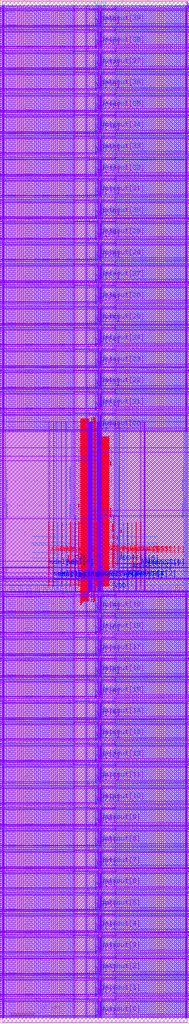
<source format=lef>
VERSION 5.8 ;
BUSBITCHARS "[]" ; 
DIVIDERCHAR "/" ; 


PROPERTYDEFINITIONS 
  MACRO CatenaDesignType STRING ; 
END PROPERTYDEFINITIONS 


MACRO srambank_64x4x40_6t122 
  CLASS BLOCK ; 
  ORIGIN 0 0 ; 
  FOREIGN srambank_64x4x40_6t122 0 0 ; 
  SIZE 38.448 BY 207.36 ; 
  SYMMETRY X Y ; 
  SITE coreSite ; 
  PIN VDD 
    DIRECTION INOUT ; 
    USE POWER ; 
    PORT 
      LAYER M4 ; 
        RECT 0.404 4.688 38.036 4.88 ; 
        RECT 0.404 9.008 38.036 9.2 ; 
        RECT 0.404 13.328 38.036 13.52 ; 
        RECT 0.404 17.648 38.036 17.84 ; 
        RECT 0.404 21.968 38.036 22.16 ; 
        RECT 0.404 26.288 38.036 26.48 ; 
        RECT 0.404 30.608 38.036 30.8 ; 
        RECT 0.404 34.928 38.036 35.12 ; 
        RECT 0.404 39.248 38.036 39.44 ; 
        RECT 0.404 43.568 38.036 43.76 ; 
        RECT 0.404 47.888 38.036 48.08 ; 
        RECT 0.404 52.208 38.036 52.4 ; 
        RECT 0.404 56.528 38.036 56.72 ; 
        RECT 0.404 60.848 38.036 61.04 ; 
        RECT 0.404 65.168 38.036 65.36 ; 
        RECT 0.404 69.488 38.036 69.68 ; 
        RECT 0.404 73.808 38.036 74 ; 
        RECT 0.404 78.128 38.036 78.32 ; 
        RECT 0.404 82.448 38.036 82.64 ; 
        RECT 0.404 86.768 38.036 86.96 ; 
        RECT 0.432 88.716 38.016 89.58 ; 
        RECT 22.44 87.596 23.492 87.692 ; 
        RECT 22.964 102.732 23.412 102.828 ; 
        RECT 15.768 101.388 22.68 102.252 ; 
        RECT 15.768 114.06 22.68 114.924 ; 
        RECT 0.404 123.596 38.036 123.788 ; 
        RECT 0.404 127.916 38.036 128.108 ; 
        RECT 0.404 132.236 38.036 132.428 ; 
        RECT 0.404 136.556 38.036 136.748 ; 
        RECT 0.404 140.876 38.036 141.068 ; 
        RECT 0.404 145.196 38.036 145.388 ; 
        RECT 0.404 149.516 38.036 149.708 ; 
        RECT 0.404 153.836 38.036 154.028 ; 
        RECT 0.404 158.156 38.036 158.348 ; 
        RECT 0.404 162.476 38.036 162.668 ; 
        RECT 0.404 166.796 38.036 166.988 ; 
        RECT 0.404 171.116 38.036 171.308 ; 
        RECT 0.404 175.436 38.036 175.628 ; 
        RECT 0.404 179.756 38.036 179.948 ; 
        RECT 0.404 184.076 38.036 184.268 ; 
        RECT 0.404 188.396 38.036 188.588 ; 
        RECT 0.404 192.716 38.036 192.908 ; 
        RECT 0.404 197.036 38.036 197.228 ; 
        RECT 0.404 201.356 38.036 201.548 ; 
        RECT 0.404 205.676 38.036 205.868 ; 
      LAYER M3 ; 
        RECT 37.908 0.866 37.98 5.506 ; 
        RECT 23.292 0.868 23.364 5.504 ; 
        RECT 17.676 1.012 18.036 5.468 ; 
        RECT 15.084 0.868 15.156 5.504 ; 
        RECT 0.468 0.866 0.54 5.506 ; 
        RECT 37.908 5.186 37.98 9.826 ; 
        RECT 23.292 5.188 23.364 9.824 ; 
        RECT 17.676 5.332 18.036 9.788 ; 
        RECT 15.084 5.188 15.156 9.824 ; 
        RECT 0.468 5.186 0.54 9.826 ; 
        RECT 37.908 9.506 37.98 14.146 ; 
        RECT 23.292 9.508 23.364 14.144 ; 
        RECT 17.676 9.652 18.036 14.108 ; 
        RECT 15.084 9.508 15.156 14.144 ; 
        RECT 0.468 9.506 0.54 14.146 ; 
        RECT 37.908 13.826 37.98 18.466 ; 
        RECT 23.292 13.828 23.364 18.464 ; 
        RECT 17.676 13.972 18.036 18.428 ; 
        RECT 15.084 13.828 15.156 18.464 ; 
        RECT 0.468 13.826 0.54 18.466 ; 
        RECT 37.908 18.146 37.98 22.786 ; 
        RECT 23.292 18.148 23.364 22.784 ; 
        RECT 17.676 18.292 18.036 22.748 ; 
        RECT 15.084 18.148 15.156 22.784 ; 
        RECT 0.468 18.146 0.54 22.786 ; 
        RECT 37.908 22.466 37.98 27.106 ; 
        RECT 23.292 22.468 23.364 27.104 ; 
        RECT 17.676 22.612 18.036 27.068 ; 
        RECT 15.084 22.468 15.156 27.104 ; 
        RECT 0.468 22.466 0.54 27.106 ; 
        RECT 37.908 26.786 37.98 31.426 ; 
        RECT 23.292 26.788 23.364 31.424 ; 
        RECT 17.676 26.932 18.036 31.388 ; 
        RECT 15.084 26.788 15.156 31.424 ; 
        RECT 0.468 26.786 0.54 31.426 ; 
        RECT 37.908 31.106 37.98 35.746 ; 
        RECT 23.292 31.108 23.364 35.744 ; 
        RECT 17.676 31.252 18.036 35.708 ; 
        RECT 15.084 31.108 15.156 35.744 ; 
        RECT 0.468 31.106 0.54 35.746 ; 
        RECT 37.908 35.426 37.98 40.066 ; 
        RECT 23.292 35.428 23.364 40.064 ; 
        RECT 17.676 35.572 18.036 40.028 ; 
        RECT 15.084 35.428 15.156 40.064 ; 
        RECT 0.468 35.426 0.54 40.066 ; 
        RECT 37.908 39.746 37.98 44.386 ; 
        RECT 23.292 39.748 23.364 44.384 ; 
        RECT 17.676 39.892 18.036 44.348 ; 
        RECT 15.084 39.748 15.156 44.384 ; 
        RECT 0.468 39.746 0.54 44.386 ; 
        RECT 37.908 44.066 37.98 48.706 ; 
        RECT 23.292 44.068 23.364 48.704 ; 
        RECT 17.676 44.212 18.036 48.668 ; 
        RECT 15.084 44.068 15.156 48.704 ; 
        RECT 0.468 44.066 0.54 48.706 ; 
        RECT 37.908 48.386 37.98 53.026 ; 
        RECT 23.292 48.388 23.364 53.024 ; 
        RECT 17.676 48.532 18.036 52.988 ; 
        RECT 15.084 48.388 15.156 53.024 ; 
        RECT 0.468 48.386 0.54 53.026 ; 
        RECT 37.908 52.706 37.98 57.346 ; 
        RECT 23.292 52.708 23.364 57.344 ; 
        RECT 17.676 52.852 18.036 57.308 ; 
        RECT 15.084 52.708 15.156 57.344 ; 
        RECT 0.468 52.706 0.54 57.346 ; 
        RECT 37.908 57.026 37.98 61.666 ; 
        RECT 23.292 57.028 23.364 61.664 ; 
        RECT 17.676 57.172 18.036 61.628 ; 
        RECT 15.084 57.028 15.156 61.664 ; 
        RECT 0.468 57.026 0.54 61.666 ; 
        RECT 37.908 61.346 37.98 65.986 ; 
        RECT 23.292 61.348 23.364 65.984 ; 
        RECT 17.676 61.492 18.036 65.948 ; 
        RECT 15.084 61.348 15.156 65.984 ; 
        RECT 0.468 61.346 0.54 65.986 ; 
        RECT 37.908 65.666 37.98 70.306 ; 
        RECT 23.292 65.668 23.364 70.304 ; 
        RECT 17.676 65.812 18.036 70.268 ; 
        RECT 15.084 65.668 15.156 70.304 ; 
        RECT 0.468 65.666 0.54 70.306 ; 
        RECT 37.908 69.986 37.98 74.626 ; 
        RECT 23.292 69.988 23.364 74.624 ; 
        RECT 17.676 70.132 18.036 74.588 ; 
        RECT 15.084 69.988 15.156 74.624 ; 
        RECT 0.468 69.986 0.54 74.626 ; 
        RECT 37.908 74.306 37.98 78.946 ; 
        RECT 23.292 74.308 23.364 78.944 ; 
        RECT 17.676 74.452 18.036 78.908 ; 
        RECT 15.084 74.308 15.156 78.944 ; 
        RECT 0.468 74.306 0.54 78.946 ; 
        RECT 37.908 78.626 37.98 83.266 ; 
        RECT 23.292 78.628 23.364 83.264 ; 
        RECT 17.676 78.772 18.036 83.228 ; 
        RECT 15.084 78.628 15.156 83.264 ; 
        RECT 0.468 78.626 0.54 83.266 ; 
        RECT 37.908 82.946 37.98 87.586 ; 
        RECT 23.292 82.948 23.364 87.584 ; 
        RECT 17.676 83.092 18.036 87.548 ; 
        RECT 15.084 82.948 15.156 87.584 ; 
        RECT 0.468 82.946 0.54 87.586 ; 
        RECT 37.908 87.266 37.98 120.094 ; 
        RECT 23.292 87.584 23.364 87.95 ; 
        RECT 23.292 102.544 23.364 119.984 ; 
        RECT 17.82 88.56 18.756 118.892 ; 
        RECT 17.676 118.548 18.036 120.688 ; 
        RECT 17.676 87.44 18.036 89.58 ; 
        RECT 0.468 87.266 0.54 120.094 ; 
        RECT 37.908 119.774 37.98 124.414 ; 
        RECT 23.292 119.776 23.364 124.412 ; 
        RECT 17.676 119.92 18.036 124.376 ; 
        RECT 15.084 119.776 15.156 124.412 ; 
        RECT 0.468 119.774 0.54 124.414 ; 
        RECT 37.908 124.094 37.98 128.734 ; 
        RECT 23.292 124.096 23.364 128.732 ; 
        RECT 17.676 124.24 18.036 128.696 ; 
        RECT 15.084 124.096 15.156 128.732 ; 
        RECT 0.468 124.094 0.54 128.734 ; 
        RECT 37.908 128.414 37.98 133.054 ; 
        RECT 23.292 128.416 23.364 133.052 ; 
        RECT 17.676 128.56 18.036 133.016 ; 
        RECT 15.084 128.416 15.156 133.052 ; 
        RECT 0.468 128.414 0.54 133.054 ; 
        RECT 37.908 132.734 37.98 137.374 ; 
        RECT 23.292 132.736 23.364 137.372 ; 
        RECT 17.676 132.88 18.036 137.336 ; 
        RECT 15.084 132.736 15.156 137.372 ; 
        RECT 0.468 132.734 0.54 137.374 ; 
        RECT 37.908 137.054 37.98 141.694 ; 
        RECT 23.292 137.056 23.364 141.692 ; 
        RECT 17.676 137.2 18.036 141.656 ; 
        RECT 15.084 137.056 15.156 141.692 ; 
        RECT 0.468 137.054 0.54 141.694 ; 
        RECT 37.908 141.374 37.98 146.014 ; 
        RECT 23.292 141.376 23.364 146.012 ; 
        RECT 17.676 141.52 18.036 145.976 ; 
        RECT 15.084 141.376 15.156 146.012 ; 
        RECT 0.468 141.374 0.54 146.014 ; 
        RECT 37.908 145.694 37.98 150.334 ; 
        RECT 23.292 145.696 23.364 150.332 ; 
        RECT 17.676 145.84 18.036 150.296 ; 
        RECT 15.084 145.696 15.156 150.332 ; 
        RECT 0.468 145.694 0.54 150.334 ; 
        RECT 37.908 150.014 37.98 154.654 ; 
        RECT 23.292 150.016 23.364 154.652 ; 
        RECT 17.676 150.16 18.036 154.616 ; 
        RECT 15.084 150.016 15.156 154.652 ; 
        RECT 0.468 150.014 0.54 154.654 ; 
        RECT 37.908 154.334 37.98 158.974 ; 
        RECT 23.292 154.336 23.364 158.972 ; 
        RECT 17.676 154.48 18.036 158.936 ; 
        RECT 15.084 154.336 15.156 158.972 ; 
        RECT 0.468 154.334 0.54 158.974 ; 
        RECT 37.908 158.654 37.98 163.294 ; 
        RECT 23.292 158.656 23.364 163.292 ; 
        RECT 17.676 158.8 18.036 163.256 ; 
        RECT 15.084 158.656 15.156 163.292 ; 
        RECT 0.468 158.654 0.54 163.294 ; 
        RECT 37.908 162.974 37.98 167.614 ; 
        RECT 23.292 162.976 23.364 167.612 ; 
        RECT 17.676 163.12 18.036 167.576 ; 
        RECT 15.084 162.976 15.156 167.612 ; 
        RECT 0.468 162.974 0.54 167.614 ; 
        RECT 37.908 167.294 37.98 171.934 ; 
        RECT 23.292 167.296 23.364 171.932 ; 
        RECT 17.676 167.44 18.036 171.896 ; 
        RECT 15.084 167.296 15.156 171.932 ; 
        RECT 0.468 167.294 0.54 171.934 ; 
        RECT 37.908 171.614 37.98 176.254 ; 
        RECT 23.292 171.616 23.364 176.252 ; 
        RECT 17.676 171.76 18.036 176.216 ; 
        RECT 15.084 171.616 15.156 176.252 ; 
        RECT 0.468 171.614 0.54 176.254 ; 
        RECT 37.908 175.934 37.98 180.574 ; 
        RECT 23.292 175.936 23.364 180.572 ; 
        RECT 17.676 176.08 18.036 180.536 ; 
        RECT 15.084 175.936 15.156 180.572 ; 
        RECT 0.468 175.934 0.54 180.574 ; 
        RECT 37.908 180.254 37.98 184.894 ; 
        RECT 23.292 180.256 23.364 184.892 ; 
        RECT 17.676 180.4 18.036 184.856 ; 
        RECT 15.084 180.256 15.156 184.892 ; 
        RECT 0.468 180.254 0.54 184.894 ; 
        RECT 37.908 184.574 37.98 189.214 ; 
        RECT 23.292 184.576 23.364 189.212 ; 
        RECT 17.676 184.72 18.036 189.176 ; 
        RECT 15.084 184.576 15.156 189.212 ; 
        RECT 0.468 184.574 0.54 189.214 ; 
        RECT 37.908 188.894 37.98 193.534 ; 
        RECT 23.292 188.896 23.364 193.532 ; 
        RECT 17.676 189.04 18.036 193.496 ; 
        RECT 15.084 188.896 15.156 193.532 ; 
        RECT 0.468 188.894 0.54 193.534 ; 
        RECT 37.908 193.214 37.98 197.854 ; 
        RECT 23.292 193.216 23.364 197.852 ; 
        RECT 17.676 193.36 18.036 197.816 ; 
        RECT 15.084 193.216 15.156 197.852 ; 
        RECT 0.468 193.214 0.54 197.854 ; 
        RECT 37.908 197.534 37.98 202.174 ; 
        RECT 23.292 197.536 23.364 202.172 ; 
        RECT 17.676 197.68 18.036 202.136 ; 
        RECT 15.084 197.536 15.156 202.172 ; 
        RECT 0.468 197.534 0.54 202.174 ; 
        RECT 37.908 201.854 37.98 206.494 ; 
        RECT 23.292 201.856 23.364 206.492 ; 
        RECT 17.676 202 18.036 206.456 ; 
        RECT 15.084 201.856 15.156 206.492 ; 
        RECT 0.468 201.854 0.54 206.494 ; 
      LAYER V3 ; 
        RECT 0.468 4.688 0.54 4.88 ; 
        RECT 15.084 4.688 15.156 4.88 ; 
        RECT 17.676 4.688 18.036 4.88 ; 
        RECT 23.292 4.688 23.364 4.88 ; 
        RECT 37.908 4.688 37.98 4.88 ; 
        RECT 0.468 9.008 0.54 9.2 ; 
        RECT 15.084 9.008 15.156 9.2 ; 
        RECT 17.676 9.008 18.036 9.2 ; 
        RECT 23.292 9.008 23.364 9.2 ; 
        RECT 37.908 9.008 37.98 9.2 ; 
        RECT 0.468 13.328 0.54 13.52 ; 
        RECT 15.084 13.328 15.156 13.52 ; 
        RECT 17.676 13.328 18.036 13.52 ; 
        RECT 23.292 13.328 23.364 13.52 ; 
        RECT 37.908 13.328 37.98 13.52 ; 
        RECT 0.468 17.648 0.54 17.84 ; 
        RECT 15.084 17.648 15.156 17.84 ; 
        RECT 17.676 17.648 18.036 17.84 ; 
        RECT 23.292 17.648 23.364 17.84 ; 
        RECT 37.908 17.648 37.98 17.84 ; 
        RECT 0.468 21.968 0.54 22.16 ; 
        RECT 15.084 21.968 15.156 22.16 ; 
        RECT 17.676 21.968 18.036 22.16 ; 
        RECT 23.292 21.968 23.364 22.16 ; 
        RECT 37.908 21.968 37.98 22.16 ; 
        RECT 0.468 26.288 0.54 26.48 ; 
        RECT 15.084 26.288 15.156 26.48 ; 
        RECT 17.676 26.288 18.036 26.48 ; 
        RECT 23.292 26.288 23.364 26.48 ; 
        RECT 37.908 26.288 37.98 26.48 ; 
        RECT 0.468 30.608 0.54 30.8 ; 
        RECT 15.084 30.608 15.156 30.8 ; 
        RECT 17.676 30.608 18.036 30.8 ; 
        RECT 23.292 30.608 23.364 30.8 ; 
        RECT 37.908 30.608 37.98 30.8 ; 
        RECT 0.468 34.928 0.54 35.12 ; 
        RECT 15.084 34.928 15.156 35.12 ; 
        RECT 17.676 34.928 18.036 35.12 ; 
        RECT 23.292 34.928 23.364 35.12 ; 
        RECT 37.908 34.928 37.98 35.12 ; 
        RECT 0.468 39.248 0.54 39.44 ; 
        RECT 15.084 39.248 15.156 39.44 ; 
        RECT 17.676 39.248 18.036 39.44 ; 
        RECT 23.292 39.248 23.364 39.44 ; 
        RECT 37.908 39.248 37.98 39.44 ; 
        RECT 0.468 43.568 0.54 43.76 ; 
        RECT 15.084 43.568 15.156 43.76 ; 
        RECT 17.676 43.568 18.036 43.76 ; 
        RECT 23.292 43.568 23.364 43.76 ; 
        RECT 37.908 43.568 37.98 43.76 ; 
        RECT 0.468 47.888 0.54 48.08 ; 
        RECT 15.084 47.888 15.156 48.08 ; 
        RECT 17.676 47.888 18.036 48.08 ; 
        RECT 23.292 47.888 23.364 48.08 ; 
        RECT 37.908 47.888 37.98 48.08 ; 
        RECT 0.468 52.208 0.54 52.4 ; 
        RECT 15.084 52.208 15.156 52.4 ; 
        RECT 17.676 52.208 18.036 52.4 ; 
        RECT 23.292 52.208 23.364 52.4 ; 
        RECT 37.908 52.208 37.98 52.4 ; 
        RECT 0.468 56.528 0.54 56.72 ; 
        RECT 15.084 56.528 15.156 56.72 ; 
        RECT 17.676 56.528 18.036 56.72 ; 
        RECT 23.292 56.528 23.364 56.72 ; 
        RECT 37.908 56.528 37.98 56.72 ; 
        RECT 0.468 60.848 0.54 61.04 ; 
        RECT 15.084 60.848 15.156 61.04 ; 
        RECT 17.676 60.848 18.036 61.04 ; 
        RECT 23.292 60.848 23.364 61.04 ; 
        RECT 37.908 60.848 37.98 61.04 ; 
        RECT 0.468 65.168 0.54 65.36 ; 
        RECT 15.084 65.168 15.156 65.36 ; 
        RECT 17.676 65.168 18.036 65.36 ; 
        RECT 23.292 65.168 23.364 65.36 ; 
        RECT 37.908 65.168 37.98 65.36 ; 
        RECT 0.468 69.488 0.54 69.68 ; 
        RECT 15.084 69.488 15.156 69.68 ; 
        RECT 17.676 69.488 18.036 69.68 ; 
        RECT 23.292 69.488 23.364 69.68 ; 
        RECT 37.908 69.488 37.98 69.68 ; 
        RECT 0.468 73.808 0.54 74 ; 
        RECT 15.084 73.808 15.156 74 ; 
        RECT 17.676 73.808 18.036 74 ; 
        RECT 23.292 73.808 23.364 74 ; 
        RECT 37.908 73.808 37.98 74 ; 
        RECT 0.468 78.128 0.54 78.32 ; 
        RECT 15.084 78.128 15.156 78.32 ; 
        RECT 17.676 78.128 18.036 78.32 ; 
        RECT 23.292 78.128 23.364 78.32 ; 
        RECT 37.908 78.128 37.98 78.32 ; 
        RECT 0.468 82.448 0.54 82.64 ; 
        RECT 15.084 82.448 15.156 82.64 ; 
        RECT 17.676 82.448 18.036 82.64 ; 
        RECT 23.292 82.448 23.364 82.64 ; 
        RECT 37.908 82.448 37.98 82.64 ; 
        RECT 0.468 86.768 0.54 86.96 ; 
        RECT 15.084 86.768 15.156 86.96 ; 
        RECT 17.676 86.768 18.036 86.96 ; 
        RECT 23.292 86.768 23.364 86.96 ; 
        RECT 37.908 86.768 37.98 86.96 ; 
        RECT 0.468 88.716 0.54 89.58 ; 
        RECT 17.836 114.06 17.908 114.924 ; 
        RECT 17.836 101.388 17.908 102.252 ; 
        RECT 17.836 88.716 17.908 89.58 ; 
        RECT 18.044 114.06 18.116 114.924 ; 
        RECT 18.044 101.388 18.116 102.252 ; 
        RECT 18.044 88.716 18.116 89.58 ; 
        RECT 18.252 114.06 18.324 114.924 ; 
        RECT 18.252 101.388 18.324 102.252 ; 
        RECT 18.252 88.716 18.324 89.58 ; 
        RECT 18.46 114.06 18.532 114.924 ; 
        RECT 18.46 101.388 18.532 102.252 ; 
        RECT 18.46 88.716 18.532 89.58 ; 
        RECT 18.668 114.06 18.74 114.924 ; 
        RECT 18.668 101.388 18.74 102.252 ; 
        RECT 18.668 88.716 18.74 89.58 ; 
        RECT 23.292 102.732 23.364 102.828 ; 
        RECT 23.292 87.596 23.364 87.692 ; 
        RECT 0.468 123.596 0.54 123.788 ; 
        RECT 15.084 123.596 15.156 123.788 ; 
        RECT 17.676 123.596 18.036 123.788 ; 
        RECT 23.292 123.596 23.364 123.788 ; 
        RECT 37.908 123.596 37.98 123.788 ; 
        RECT 0.468 127.916 0.54 128.108 ; 
        RECT 15.084 127.916 15.156 128.108 ; 
        RECT 17.676 127.916 18.036 128.108 ; 
        RECT 23.292 127.916 23.364 128.108 ; 
        RECT 37.908 127.916 37.98 128.108 ; 
        RECT 0.468 132.236 0.54 132.428 ; 
        RECT 15.084 132.236 15.156 132.428 ; 
        RECT 17.676 132.236 18.036 132.428 ; 
        RECT 23.292 132.236 23.364 132.428 ; 
        RECT 37.908 132.236 37.98 132.428 ; 
        RECT 0.468 136.556 0.54 136.748 ; 
        RECT 15.084 136.556 15.156 136.748 ; 
        RECT 17.676 136.556 18.036 136.748 ; 
        RECT 23.292 136.556 23.364 136.748 ; 
        RECT 37.908 136.556 37.98 136.748 ; 
        RECT 0.468 140.876 0.54 141.068 ; 
        RECT 15.084 140.876 15.156 141.068 ; 
        RECT 17.676 140.876 18.036 141.068 ; 
        RECT 23.292 140.876 23.364 141.068 ; 
        RECT 37.908 140.876 37.98 141.068 ; 
        RECT 0.468 145.196 0.54 145.388 ; 
        RECT 15.084 145.196 15.156 145.388 ; 
        RECT 17.676 145.196 18.036 145.388 ; 
        RECT 23.292 145.196 23.364 145.388 ; 
        RECT 37.908 145.196 37.98 145.388 ; 
        RECT 0.468 149.516 0.54 149.708 ; 
        RECT 15.084 149.516 15.156 149.708 ; 
        RECT 17.676 149.516 18.036 149.708 ; 
        RECT 23.292 149.516 23.364 149.708 ; 
        RECT 37.908 149.516 37.98 149.708 ; 
        RECT 0.468 153.836 0.54 154.028 ; 
        RECT 15.084 153.836 15.156 154.028 ; 
        RECT 17.676 153.836 18.036 154.028 ; 
        RECT 23.292 153.836 23.364 154.028 ; 
        RECT 37.908 153.836 37.98 154.028 ; 
        RECT 0.468 158.156 0.54 158.348 ; 
        RECT 15.084 158.156 15.156 158.348 ; 
        RECT 17.676 158.156 18.036 158.348 ; 
        RECT 23.292 158.156 23.364 158.348 ; 
        RECT 37.908 158.156 37.98 158.348 ; 
        RECT 0.468 162.476 0.54 162.668 ; 
        RECT 15.084 162.476 15.156 162.668 ; 
        RECT 17.676 162.476 18.036 162.668 ; 
        RECT 23.292 162.476 23.364 162.668 ; 
        RECT 37.908 162.476 37.98 162.668 ; 
        RECT 0.468 166.796 0.54 166.988 ; 
        RECT 15.084 166.796 15.156 166.988 ; 
        RECT 17.676 166.796 18.036 166.988 ; 
        RECT 23.292 166.796 23.364 166.988 ; 
        RECT 37.908 166.796 37.98 166.988 ; 
        RECT 0.468 171.116 0.54 171.308 ; 
        RECT 15.084 171.116 15.156 171.308 ; 
        RECT 17.676 171.116 18.036 171.308 ; 
        RECT 23.292 171.116 23.364 171.308 ; 
        RECT 37.908 171.116 37.98 171.308 ; 
        RECT 0.468 175.436 0.54 175.628 ; 
        RECT 15.084 175.436 15.156 175.628 ; 
        RECT 17.676 175.436 18.036 175.628 ; 
        RECT 23.292 175.436 23.364 175.628 ; 
        RECT 37.908 175.436 37.98 175.628 ; 
        RECT 0.468 179.756 0.54 179.948 ; 
        RECT 15.084 179.756 15.156 179.948 ; 
        RECT 17.676 179.756 18.036 179.948 ; 
        RECT 23.292 179.756 23.364 179.948 ; 
        RECT 37.908 179.756 37.98 179.948 ; 
        RECT 0.468 184.076 0.54 184.268 ; 
        RECT 15.084 184.076 15.156 184.268 ; 
        RECT 17.676 184.076 18.036 184.268 ; 
        RECT 23.292 184.076 23.364 184.268 ; 
        RECT 37.908 184.076 37.98 184.268 ; 
        RECT 0.468 188.396 0.54 188.588 ; 
        RECT 15.084 188.396 15.156 188.588 ; 
        RECT 17.676 188.396 18.036 188.588 ; 
        RECT 23.292 188.396 23.364 188.588 ; 
        RECT 37.908 188.396 37.98 188.588 ; 
        RECT 0.468 192.716 0.54 192.908 ; 
        RECT 15.084 192.716 15.156 192.908 ; 
        RECT 17.676 192.716 18.036 192.908 ; 
        RECT 23.292 192.716 23.364 192.908 ; 
        RECT 37.908 192.716 37.98 192.908 ; 
        RECT 0.468 197.036 0.54 197.228 ; 
        RECT 15.084 197.036 15.156 197.228 ; 
        RECT 17.676 197.036 18.036 197.228 ; 
        RECT 23.292 197.036 23.364 197.228 ; 
        RECT 37.908 197.036 37.98 197.228 ; 
        RECT 0.468 201.356 0.54 201.548 ; 
        RECT 15.084 201.356 15.156 201.548 ; 
        RECT 17.676 201.356 18.036 201.548 ; 
        RECT 23.292 201.356 23.364 201.548 ; 
        RECT 37.908 201.356 37.98 201.548 ; 
        RECT 0.468 205.676 0.54 205.868 ; 
        RECT 15.084 205.676 15.156 205.868 ; 
        RECT 17.676 205.676 18.036 205.868 ; 
        RECT 23.292 205.676 23.364 205.868 ; 
        RECT 37.908 205.676 37.98 205.868 ; 
      LAYER M5 ; 
        RECT 23.036 87.524 23.132 102.9 ; 
      LAYER V4 ; 
        RECT 23.036 102.732 23.132 102.828 ; 
        RECT 23.036 87.596 23.132 87.692 ; 
    END 
  END VDD 
  PIN VSS 
    DIRECTION INOUT ; 
    USE POWER ; 
    PORT 
      LAYER M4 ; 
        RECT 0.404 4.304 38.016 4.496 ; 
        RECT 0.404 8.624 38.016 8.816 ; 
        RECT 0.404 12.944 38.016 13.136 ; 
        RECT 0.404 17.264 38.016 17.456 ; 
        RECT 0.404 21.584 38.016 21.776 ; 
        RECT 0.404 25.904 38.016 26.096 ; 
        RECT 0.404 30.224 38.016 30.416 ; 
        RECT 0.404 34.544 38.016 34.736 ; 
        RECT 0.404 38.864 38.016 39.056 ; 
        RECT 0.404 43.184 38.016 43.376 ; 
        RECT 0.404 47.504 38.016 47.696 ; 
        RECT 0.404 51.824 38.016 52.016 ; 
        RECT 0.404 56.144 38.016 56.336 ; 
        RECT 0.404 60.464 38.016 60.656 ; 
        RECT 0.404 64.784 38.016 64.976 ; 
        RECT 0.404 69.104 38.016 69.296 ; 
        RECT 0.404 73.424 38.016 73.616 ; 
        RECT 0.404 77.744 38.016 77.936 ; 
        RECT 0.404 82.064 38.016 82.256 ; 
        RECT 0.404 86.384 38.016 86.576 ; 
        RECT 0.432 90.444 38.016 91.308 ; 
        RECT 15.768 103.116 22.68 103.98 ; 
        RECT 15.768 115.788 22.68 116.652 ; 
        RECT 0.404 123.212 38.016 123.404 ; 
        RECT 0.404 127.532 38.016 127.724 ; 
        RECT 0.404 131.852 38.016 132.044 ; 
        RECT 0.404 136.172 38.016 136.364 ; 
        RECT 0.404 140.492 38.016 140.684 ; 
        RECT 0.404 144.812 38.016 145.004 ; 
        RECT 0.404 149.132 38.016 149.324 ; 
        RECT 0.404 153.452 38.016 153.644 ; 
        RECT 0.404 157.772 38.016 157.964 ; 
        RECT 0.404 162.092 38.016 162.284 ; 
        RECT 0.404 166.412 38.016 166.604 ; 
        RECT 0.404 170.732 38.016 170.924 ; 
        RECT 0.404 175.052 38.016 175.244 ; 
        RECT 0.404 179.372 38.016 179.564 ; 
        RECT 0.404 183.692 38.016 183.884 ; 
        RECT 0.404 188.012 38.016 188.204 ; 
        RECT 0.404 192.332 38.016 192.524 ; 
        RECT 0.404 196.652 38.016 196.844 ; 
        RECT 0.404 200.972 38.016 201.164 ; 
        RECT 0.404 205.292 38.016 205.484 ; 
      LAYER M3 ; 
        RECT 37.764 0.866 37.836 5.506 ; 
        RECT 23.508 0.866 23.58 5.506 ; 
        RECT 20.448 1.012 20.592 5.468 ; 
        RECT 19.836 1.012 19.944 5.468 ; 
        RECT 14.868 0.866 14.94 5.506 ; 
        RECT 0.612 0.866 0.684 5.506 ; 
        RECT 37.764 5.186 37.836 9.826 ; 
        RECT 23.508 5.186 23.58 9.826 ; 
        RECT 20.448 5.332 20.592 9.788 ; 
        RECT 19.836 5.332 19.944 9.788 ; 
        RECT 14.868 5.186 14.94 9.826 ; 
        RECT 0.612 5.186 0.684 9.826 ; 
        RECT 37.764 9.506 37.836 14.146 ; 
        RECT 23.508 9.506 23.58 14.146 ; 
        RECT 20.448 9.652 20.592 14.108 ; 
        RECT 19.836 9.652 19.944 14.108 ; 
        RECT 14.868 9.506 14.94 14.146 ; 
        RECT 0.612 9.506 0.684 14.146 ; 
        RECT 37.764 13.826 37.836 18.466 ; 
        RECT 23.508 13.826 23.58 18.466 ; 
        RECT 20.448 13.972 20.592 18.428 ; 
        RECT 19.836 13.972 19.944 18.428 ; 
        RECT 14.868 13.826 14.94 18.466 ; 
        RECT 0.612 13.826 0.684 18.466 ; 
        RECT 37.764 18.146 37.836 22.786 ; 
        RECT 23.508 18.146 23.58 22.786 ; 
        RECT 20.448 18.292 20.592 22.748 ; 
        RECT 19.836 18.292 19.944 22.748 ; 
        RECT 14.868 18.146 14.94 22.786 ; 
        RECT 0.612 18.146 0.684 22.786 ; 
        RECT 37.764 22.466 37.836 27.106 ; 
        RECT 23.508 22.466 23.58 27.106 ; 
        RECT 20.448 22.612 20.592 27.068 ; 
        RECT 19.836 22.612 19.944 27.068 ; 
        RECT 14.868 22.466 14.94 27.106 ; 
        RECT 0.612 22.466 0.684 27.106 ; 
        RECT 37.764 26.786 37.836 31.426 ; 
        RECT 23.508 26.786 23.58 31.426 ; 
        RECT 20.448 26.932 20.592 31.388 ; 
        RECT 19.836 26.932 19.944 31.388 ; 
        RECT 14.868 26.786 14.94 31.426 ; 
        RECT 0.612 26.786 0.684 31.426 ; 
        RECT 37.764 31.106 37.836 35.746 ; 
        RECT 23.508 31.106 23.58 35.746 ; 
        RECT 20.448 31.252 20.592 35.708 ; 
        RECT 19.836 31.252 19.944 35.708 ; 
        RECT 14.868 31.106 14.94 35.746 ; 
        RECT 0.612 31.106 0.684 35.746 ; 
        RECT 37.764 35.426 37.836 40.066 ; 
        RECT 23.508 35.426 23.58 40.066 ; 
        RECT 20.448 35.572 20.592 40.028 ; 
        RECT 19.836 35.572 19.944 40.028 ; 
        RECT 14.868 35.426 14.94 40.066 ; 
        RECT 0.612 35.426 0.684 40.066 ; 
        RECT 37.764 39.746 37.836 44.386 ; 
        RECT 23.508 39.746 23.58 44.386 ; 
        RECT 20.448 39.892 20.592 44.348 ; 
        RECT 19.836 39.892 19.944 44.348 ; 
        RECT 14.868 39.746 14.94 44.386 ; 
        RECT 0.612 39.746 0.684 44.386 ; 
        RECT 37.764 44.066 37.836 48.706 ; 
        RECT 23.508 44.066 23.58 48.706 ; 
        RECT 20.448 44.212 20.592 48.668 ; 
        RECT 19.836 44.212 19.944 48.668 ; 
        RECT 14.868 44.066 14.94 48.706 ; 
        RECT 0.612 44.066 0.684 48.706 ; 
        RECT 37.764 48.386 37.836 53.026 ; 
        RECT 23.508 48.386 23.58 53.026 ; 
        RECT 20.448 48.532 20.592 52.988 ; 
        RECT 19.836 48.532 19.944 52.988 ; 
        RECT 14.868 48.386 14.94 53.026 ; 
        RECT 0.612 48.386 0.684 53.026 ; 
        RECT 37.764 52.706 37.836 57.346 ; 
        RECT 23.508 52.706 23.58 57.346 ; 
        RECT 20.448 52.852 20.592 57.308 ; 
        RECT 19.836 52.852 19.944 57.308 ; 
        RECT 14.868 52.706 14.94 57.346 ; 
        RECT 0.612 52.706 0.684 57.346 ; 
        RECT 37.764 57.026 37.836 61.666 ; 
        RECT 23.508 57.026 23.58 61.666 ; 
        RECT 20.448 57.172 20.592 61.628 ; 
        RECT 19.836 57.172 19.944 61.628 ; 
        RECT 14.868 57.026 14.94 61.666 ; 
        RECT 0.612 57.026 0.684 61.666 ; 
        RECT 37.764 61.346 37.836 65.986 ; 
        RECT 23.508 61.346 23.58 65.986 ; 
        RECT 20.448 61.492 20.592 65.948 ; 
        RECT 19.836 61.492 19.944 65.948 ; 
        RECT 14.868 61.346 14.94 65.986 ; 
        RECT 0.612 61.346 0.684 65.986 ; 
        RECT 37.764 65.666 37.836 70.306 ; 
        RECT 23.508 65.666 23.58 70.306 ; 
        RECT 20.448 65.812 20.592 70.268 ; 
        RECT 19.836 65.812 19.944 70.268 ; 
        RECT 14.868 65.666 14.94 70.306 ; 
        RECT 0.612 65.666 0.684 70.306 ; 
        RECT 37.764 69.986 37.836 74.626 ; 
        RECT 23.508 69.986 23.58 74.626 ; 
        RECT 20.448 70.132 20.592 74.588 ; 
        RECT 19.836 70.132 19.944 74.588 ; 
        RECT 14.868 69.986 14.94 74.626 ; 
        RECT 0.612 69.986 0.684 74.626 ; 
        RECT 37.764 74.306 37.836 78.946 ; 
        RECT 23.508 74.306 23.58 78.946 ; 
        RECT 20.448 74.452 20.592 78.908 ; 
        RECT 19.836 74.452 19.944 78.908 ; 
        RECT 14.868 74.306 14.94 78.946 ; 
        RECT 0.612 74.306 0.684 78.946 ; 
        RECT 37.764 78.626 37.836 83.266 ; 
        RECT 23.508 78.626 23.58 83.266 ; 
        RECT 20.448 78.772 20.592 83.228 ; 
        RECT 19.836 78.772 19.944 83.228 ; 
        RECT 14.868 78.626 14.94 83.266 ; 
        RECT 0.612 78.626 0.684 83.266 ; 
        RECT 37.764 82.946 37.836 87.586 ; 
        RECT 23.508 82.946 23.58 87.586 ; 
        RECT 20.448 83.092 20.592 87.548 ; 
        RECT 19.836 83.092 19.944 87.548 ; 
        RECT 14.868 82.946 14.94 87.586 ; 
        RECT 0.612 82.946 0.684 87.586 ; 
        RECT 37.764 87.266 37.836 120.094 ; 
        RECT 23.508 87.266 23.58 120.094 ; 
        RECT 19.692 88.16 20.628 118.892 ; 
        RECT 20.448 87.44 20.592 119.988 ; 
        RECT 19.836 87.44 19.944 119.976 ; 
        RECT 14.868 87.266 14.94 120.094 ; 
        RECT 0.612 87.266 0.684 120.094 ; 
        RECT 37.764 119.774 37.836 124.414 ; 
        RECT 23.508 119.774 23.58 124.414 ; 
        RECT 20.448 119.92 20.592 124.376 ; 
        RECT 19.836 119.92 19.944 124.376 ; 
        RECT 14.868 119.774 14.94 124.414 ; 
        RECT 0.612 119.774 0.684 124.414 ; 
        RECT 37.764 124.094 37.836 128.734 ; 
        RECT 23.508 124.094 23.58 128.734 ; 
        RECT 20.448 124.24 20.592 128.696 ; 
        RECT 19.836 124.24 19.944 128.696 ; 
        RECT 14.868 124.094 14.94 128.734 ; 
        RECT 0.612 124.094 0.684 128.734 ; 
        RECT 37.764 128.414 37.836 133.054 ; 
        RECT 23.508 128.414 23.58 133.054 ; 
        RECT 20.448 128.56 20.592 133.016 ; 
        RECT 19.836 128.56 19.944 133.016 ; 
        RECT 14.868 128.414 14.94 133.054 ; 
        RECT 0.612 128.414 0.684 133.054 ; 
        RECT 37.764 132.734 37.836 137.374 ; 
        RECT 23.508 132.734 23.58 137.374 ; 
        RECT 20.448 132.88 20.592 137.336 ; 
        RECT 19.836 132.88 19.944 137.336 ; 
        RECT 14.868 132.734 14.94 137.374 ; 
        RECT 0.612 132.734 0.684 137.374 ; 
        RECT 37.764 137.054 37.836 141.694 ; 
        RECT 23.508 137.054 23.58 141.694 ; 
        RECT 20.448 137.2 20.592 141.656 ; 
        RECT 19.836 137.2 19.944 141.656 ; 
        RECT 14.868 137.054 14.94 141.694 ; 
        RECT 0.612 137.054 0.684 141.694 ; 
        RECT 37.764 141.374 37.836 146.014 ; 
        RECT 23.508 141.374 23.58 146.014 ; 
        RECT 20.448 141.52 20.592 145.976 ; 
        RECT 19.836 141.52 19.944 145.976 ; 
        RECT 14.868 141.374 14.94 146.014 ; 
        RECT 0.612 141.374 0.684 146.014 ; 
        RECT 37.764 145.694 37.836 150.334 ; 
        RECT 23.508 145.694 23.58 150.334 ; 
        RECT 20.448 145.84 20.592 150.296 ; 
        RECT 19.836 145.84 19.944 150.296 ; 
        RECT 14.868 145.694 14.94 150.334 ; 
        RECT 0.612 145.694 0.684 150.334 ; 
        RECT 37.764 150.014 37.836 154.654 ; 
        RECT 23.508 150.014 23.58 154.654 ; 
        RECT 20.448 150.16 20.592 154.616 ; 
        RECT 19.836 150.16 19.944 154.616 ; 
        RECT 14.868 150.014 14.94 154.654 ; 
        RECT 0.612 150.014 0.684 154.654 ; 
        RECT 37.764 154.334 37.836 158.974 ; 
        RECT 23.508 154.334 23.58 158.974 ; 
        RECT 20.448 154.48 20.592 158.936 ; 
        RECT 19.836 154.48 19.944 158.936 ; 
        RECT 14.868 154.334 14.94 158.974 ; 
        RECT 0.612 154.334 0.684 158.974 ; 
        RECT 37.764 158.654 37.836 163.294 ; 
        RECT 23.508 158.654 23.58 163.294 ; 
        RECT 20.448 158.8 20.592 163.256 ; 
        RECT 19.836 158.8 19.944 163.256 ; 
        RECT 14.868 158.654 14.94 163.294 ; 
        RECT 0.612 158.654 0.684 163.294 ; 
        RECT 37.764 162.974 37.836 167.614 ; 
        RECT 23.508 162.974 23.58 167.614 ; 
        RECT 20.448 163.12 20.592 167.576 ; 
        RECT 19.836 163.12 19.944 167.576 ; 
        RECT 14.868 162.974 14.94 167.614 ; 
        RECT 0.612 162.974 0.684 167.614 ; 
        RECT 37.764 167.294 37.836 171.934 ; 
        RECT 23.508 167.294 23.58 171.934 ; 
        RECT 20.448 167.44 20.592 171.896 ; 
        RECT 19.836 167.44 19.944 171.896 ; 
        RECT 14.868 167.294 14.94 171.934 ; 
        RECT 0.612 167.294 0.684 171.934 ; 
        RECT 37.764 171.614 37.836 176.254 ; 
        RECT 23.508 171.614 23.58 176.254 ; 
        RECT 20.448 171.76 20.592 176.216 ; 
        RECT 19.836 171.76 19.944 176.216 ; 
        RECT 14.868 171.614 14.94 176.254 ; 
        RECT 0.612 171.614 0.684 176.254 ; 
        RECT 37.764 175.934 37.836 180.574 ; 
        RECT 23.508 175.934 23.58 180.574 ; 
        RECT 20.448 176.08 20.592 180.536 ; 
        RECT 19.836 176.08 19.944 180.536 ; 
        RECT 14.868 175.934 14.94 180.574 ; 
        RECT 0.612 175.934 0.684 180.574 ; 
        RECT 37.764 180.254 37.836 184.894 ; 
        RECT 23.508 180.254 23.58 184.894 ; 
        RECT 20.448 180.4 20.592 184.856 ; 
        RECT 19.836 180.4 19.944 184.856 ; 
        RECT 14.868 180.254 14.94 184.894 ; 
        RECT 0.612 180.254 0.684 184.894 ; 
        RECT 37.764 184.574 37.836 189.214 ; 
        RECT 23.508 184.574 23.58 189.214 ; 
        RECT 20.448 184.72 20.592 189.176 ; 
        RECT 19.836 184.72 19.944 189.176 ; 
        RECT 14.868 184.574 14.94 189.214 ; 
        RECT 0.612 184.574 0.684 189.214 ; 
        RECT 37.764 188.894 37.836 193.534 ; 
        RECT 23.508 188.894 23.58 193.534 ; 
        RECT 20.448 189.04 20.592 193.496 ; 
        RECT 19.836 189.04 19.944 193.496 ; 
        RECT 14.868 188.894 14.94 193.534 ; 
        RECT 0.612 188.894 0.684 193.534 ; 
        RECT 37.764 193.214 37.836 197.854 ; 
        RECT 23.508 193.214 23.58 197.854 ; 
        RECT 20.448 193.36 20.592 197.816 ; 
        RECT 19.836 193.36 19.944 197.816 ; 
        RECT 14.868 193.214 14.94 197.854 ; 
        RECT 0.612 193.214 0.684 197.854 ; 
        RECT 37.764 197.534 37.836 202.174 ; 
        RECT 23.508 197.534 23.58 202.174 ; 
        RECT 20.448 197.68 20.592 202.136 ; 
        RECT 19.836 197.68 19.944 202.136 ; 
        RECT 14.868 197.534 14.94 202.174 ; 
        RECT 0.612 197.534 0.684 202.174 ; 
        RECT 37.764 201.854 37.836 206.494 ; 
        RECT 23.508 201.854 23.58 206.494 ; 
        RECT 20.448 202 20.592 206.456 ; 
        RECT 19.836 202 19.944 206.456 ; 
        RECT 14.868 201.854 14.94 206.494 ; 
        RECT 0.612 201.854 0.684 206.494 ; 
      LAYER V3 ; 
        RECT 0.612 4.304 0.684 4.496 ; 
        RECT 14.868 4.304 14.94 4.496 ; 
        RECT 19.836 4.304 19.944 4.496 ; 
        RECT 20.448 4.304 20.592 4.496 ; 
        RECT 23.508 4.304 23.58 4.496 ; 
        RECT 37.764 4.304 37.836 4.496 ; 
        RECT 0.612 8.624 0.684 8.816 ; 
        RECT 14.868 8.624 14.94 8.816 ; 
        RECT 19.836 8.624 19.944 8.816 ; 
        RECT 20.448 8.624 20.592 8.816 ; 
        RECT 23.508 8.624 23.58 8.816 ; 
        RECT 37.764 8.624 37.836 8.816 ; 
        RECT 0.612 12.944 0.684 13.136 ; 
        RECT 14.868 12.944 14.94 13.136 ; 
        RECT 19.836 12.944 19.944 13.136 ; 
        RECT 20.448 12.944 20.592 13.136 ; 
        RECT 23.508 12.944 23.58 13.136 ; 
        RECT 37.764 12.944 37.836 13.136 ; 
        RECT 0.612 17.264 0.684 17.456 ; 
        RECT 14.868 17.264 14.94 17.456 ; 
        RECT 19.836 17.264 19.944 17.456 ; 
        RECT 20.448 17.264 20.592 17.456 ; 
        RECT 23.508 17.264 23.58 17.456 ; 
        RECT 37.764 17.264 37.836 17.456 ; 
        RECT 0.612 21.584 0.684 21.776 ; 
        RECT 14.868 21.584 14.94 21.776 ; 
        RECT 19.836 21.584 19.944 21.776 ; 
        RECT 20.448 21.584 20.592 21.776 ; 
        RECT 23.508 21.584 23.58 21.776 ; 
        RECT 37.764 21.584 37.836 21.776 ; 
        RECT 0.612 25.904 0.684 26.096 ; 
        RECT 14.868 25.904 14.94 26.096 ; 
        RECT 19.836 25.904 19.944 26.096 ; 
        RECT 20.448 25.904 20.592 26.096 ; 
        RECT 23.508 25.904 23.58 26.096 ; 
        RECT 37.764 25.904 37.836 26.096 ; 
        RECT 0.612 30.224 0.684 30.416 ; 
        RECT 14.868 30.224 14.94 30.416 ; 
        RECT 19.836 30.224 19.944 30.416 ; 
        RECT 20.448 30.224 20.592 30.416 ; 
        RECT 23.508 30.224 23.58 30.416 ; 
        RECT 37.764 30.224 37.836 30.416 ; 
        RECT 0.612 34.544 0.684 34.736 ; 
        RECT 14.868 34.544 14.94 34.736 ; 
        RECT 19.836 34.544 19.944 34.736 ; 
        RECT 20.448 34.544 20.592 34.736 ; 
        RECT 23.508 34.544 23.58 34.736 ; 
        RECT 37.764 34.544 37.836 34.736 ; 
        RECT 0.612 38.864 0.684 39.056 ; 
        RECT 14.868 38.864 14.94 39.056 ; 
        RECT 19.836 38.864 19.944 39.056 ; 
        RECT 20.448 38.864 20.592 39.056 ; 
        RECT 23.508 38.864 23.58 39.056 ; 
        RECT 37.764 38.864 37.836 39.056 ; 
        RECT 0.612 43.184 0.684 43.376 ; 
        RECT 14.868 43.184 14.94 43.376 ; 
        RECT 19.836 43.184 19.944 43.376 ; 
        RECT 20.448 43.184 20.592 43.376 ; 
        RECT 23.508 43.184 23.58 43.376 ; 
        RECT 37.764 43.184 37.836 43.376 ; 
        RECT 0.612 47.504 0.684 47.696 ; 
        RECT 14.868 47.504 14.94 47.696 ; 
        RECT 19.836 47.504 19.944 47.696 ; 
        RECT 20.448 47.504 20.592 47.696 ; 
        RECT 23.508 47.504 23.58 47.696 ; 
        RECT 37.764 47.504 37.836 47.696 ; 
        RECT 0.612 51.824 0.684 52.016 ; 
        RECT 14.868 51.824 14.94 52.016 ; 
        RECT 19.836 51.824 19.944 52.016 ; 
        RECT 20.448 51.824 20.592 52.016 ; 
        RECT 23.508 51.824 23.58 52.016 ; 
        RECT 37.764 51.824 37.836 52.016 ; 
        RECT 0.612 56.144 0.684 56.336 ; 
        RECT 14.868 56.144 14.94 56.336 ; 
        RECT 19.836 56.144 19.944 56.336 ; 
        RECT 20.448 56.144 20.592 56.336 ; 
        RECT 23.508 56.144 23.58 56.336 ; 
        RECT 37.764 56.144 37.836 56.336 ; 
        RECT 0.612 60.464 0.684 60.656 ; 
        RECT 14.868 60.464 14.94 60.656 ; 
        RECT 19.836 60.464 19.944 60.656 ; 
        RECT 20.448 60.464 20.592 60.656 ; 
        RECT 23.508 60.464 23.58 60.656 ; 
        RECT 37.764 60.464 37.836 60.656 ; 
        RECT 0.612 64.784 0.684 64.976 ; 
        RECT 14.868 64.784 14.94 64.976 ; 
        RECT 19.836 64.784 19.944 64.976 ; 
        RECT 20.448 64.784 20.592 64.976 ; 
        RECT 23.508 64.784 23.58 64.976 ; 
        RECT 37.764 64.784 37.836 64.976 ; 
        RECT 0.612 69.104 0.684 69.296 ; 
        RECT 14.868 69.104 14.94 69.296 ; 
        RECT 19.836 69.104 19.944 69.296 ; 
        RECT 20.448 69.104 20.592 69.296 ; 
        RECT 23.508 69.104 23.58 69.296 ; 
        RECT 37.764 69.104 37.836 69.296 ; 
        RECT 0.612 73.424 0.684 73.616 ; 
        RECT 14.868 73.424 14.94 73.616 ; 
        RECT 19.836 73.424 19.944 73.616 ; 
        RECT 20.448 73.424 20.592 73.616 ; 
        RECT 23.508 73.424 23.58 73.616 ; 
        RECT 37.764 73.424 37.836 73.616 ; 
        RECT 0.612 77.744 0.684 77.936 ; 
        RECT 14.868 77.744 14.94 77.936 ; 
        RECT 19.836 77.744 19.944 77.936 ; 
        RECT 20.448 77.744 20.592 77.936 ; 
        RECT 23.508 77.744 23.58 77.936 ; 
        RECT 37.764 77.744 37.836 77.936 ; 
        RECT 0.612 82.064 0.684 82.256 ; 
        RECT 14.868 82.064 14.94 82.256 ; 
        RECT 19.836 82.064 19.944 82.256 ; 
        RECT 20.448 82.064 20.592 82.256 ; 
        RECT 23.508 82.064 23.58 82.256 ; 
        RECT 37.764 82.064 37.836 82.256 ; 
        RECT 0.612 86.384 0.684 86.576 ; 
        RECT 14.868 86.384 14.94 86.576 ; 
        RECT 19.836 86.384 19.944 86.576 ; 
        RECT 20.448 86.384 20.592 86.576 ; 
        RECT 23.508 86.384 23.58 86.576 ; 
        RECT 37.764 86.384 37.836 86.576 ; 
        RECT 0.612 90.444 0.684 91.308 ; 
        RECT 19.708 115.788 19.78 116.652 ; 
        RECT 19.708 103.116 19.78 103.98 ; 
        RECT 19.708 90.444 19.78 91.308 ; 
        RECT 19.916 115.788 19.988 116.652 ; 
        RECT 19.916 103.116 19.988 103.98 ; 
        RECT 19.916 90.444 19.988 91.308 ; 
        RECT 20.124 115.788 20.196 116.652 ; 
        RECT 20.124 103.116 20.196 103.98 ; 
        RECT 20.124 90.444 20.196 91.308 ; 
        RECT 20.332 115.788 20.404 116.652 ; 
        RECT 20.332 103.116 20.404 103.98 ; 
        RECT 20.332 90.444 20.404 91.308 ; 
        RECT 20.54 115.788 20.612 116.652 ; 
        RECT 20.54 103.116 20.612 103.98 ; 
        RECT 20.54 90.444 20.612 91.308 ; 
        RECT 0.612 123.212 0.684 123.404 ; 
        RECT 14.868 123.212 14.94 123.404 ; 
        RECT 19.836 123.212 19.944 123.404 ; 
        RECT 20.448 123.212 20.592 123.404 ; 
        RECT 23.508 123.212 23.58 123.404 ; 
        RECT 37.764 123.212 37.836 123.404 ; 
        RECT 0.612 127.532 0.684 127.724 ; 
        RECT 14.868 127.532 14.94 127.724 ; 
        RECT 19.836 127.532 19.944 127.724 ; 
        RECT 20.448 127.532 20.592 127.724 ; 
        RECT 23.508 127.532 23.58 127.724 ; 
        RECT 37.764 127.532 37.836 127.724 ; 
        RECT 0.612 131.852 0.684 132.044 ; 
        RECT 14.868 131.852 14.94 132.044 ; 
        RECT 19.836 131.852 19.944 132.044 ; 
        RECT 20.448 131.852 20.592 132.044 ; 
        RECT 23.508 131.852 23.58 132.044 ; 
        RECT 37.764 131.852 37.836 132.044 ; 
        RECT 0.612 136.172 0.684 136.364 ; 
        RECT 14.868 136.172 14.94 136.364 ; 
        RECT 19.836 136.172 19.944 136.364 ; 
        RECT 20.448 136.172 20.592 136.364 ; 
        RECT 23.508 136.172 23.58 136.364 ; 
        RECT 37.764 136.172 37.836 136.364 ; 
        RECT 0.612 140.492 0.684 140.684 ; 
        RECT 14.868 140.492 14.94 140.684 ; 
        RECT 19.836 140.492 19.944 140.684 ; 
        RECT 20.448 140.492 20.592 140.684 ; 
        RECT 23.508 140.492 23.58 140.684 ; 
        RECT 37.764 140.492 37.836 140.684 ; 
        RECT 0.612 144.812 0.684 145.004 ; 
        RECT 14.868 144.812 14.94 145.004 ; 
        RECT 19.836 144.812 19.944 145.004 ; 
        RECT 20.448 144.812 20.592 145.004 ; 
        RECT 23.508 144.812 23.58 145.004 ; 
        RECT 37.764 144.812 37.836 145.004 ; 
        RECT 0.612 149.132 0.684 149.324 ; 
        RECT 14.868 149.132 14.94 149.324 ; 
        RECT 19.836 149.132 19.944 149.324 ; 
        RECT 20.448 149.132 20.592 149.324 ; 
        RECT 23.508 149.132 23.58 149.324 ; 
        RECT 37.764 149.132 37.836 149.324 ; 
        RECT 0.612 153.452 0.684 153.644 ; 
        RECT 14.868 153.452 14.94 153.644 ; 
        RECT 19.836 153.452 19.944 153.644 ; 
        RECT 20.448 153.452 20.592 153.644 ; 
        RECT 23.508 153.452 23.58 153.644 ; 
        RECT 37.764 153.452 37.836 153.644 ; 
        RECT 0.612 157.772 0.684 157.964 ; 
        RECT 14.868 157.772 14.94 157.964 ; 
        RECT 19.836 157.772 19.944 157.964 ; 
        RECT 20.448 157.772 20.592 157.964 ; 
        RECT 23.508 157.772 23.58 157.964 ; 
        RECT 37.764 157.772 37.836 157.964 ; 
        RECT 0.612 162.092 0.684 162.284 ; 
        RECT 14.868 162.092 14.94 162.284 ; 
        RECT 19.836 162.092 19.944 162.284 ; 
        RECT 20.448 162.092 20.592 162.284 ; 
        RECT 23.508 162.092 23.58 162.284 ; 
        RECT 37.764 162.092 37.836 162.284 ; 
        RECT 0.612 166.412 0.684 166.604 ; 
        RECT 14.868 166.412 14.94 166.604 ; 
        RECT 19.836 166.412 19.944 166.604 ; 
        RECT 20.448 166.412 20.592 166.604 ; 
        RECT 23.508 166.412 23.58 166.604 ; 
        RECT 37.764 166.412 37.836 166.604 ; 
        RECT 0.612 170.732 0.684 170.924 ; 
        RECT 14.868 170.732 14.94 170.924 ; 
        RECT 19.836 170.732 19.944 170.924 ; 
        RECT 20.448 170.732 20.592 170.924 ; 
        RECT 23.508 170.732 23.58 170.924 ; 
        RECT 37.764 170.732 37.836 170.924 ; 
        RECT 0.612 175.052 0.684 175.244 ; 
        RECT 14.868 175.052 14.94 175.244 ; 
        RECT 19.836 175.052 19.944 175.244 ; 
        RECT 20.448 175.052 20.592 175.244 ; 
        RECT 23.508 175.052 23.58 175.244 ; 
        RECT 37.764 175.052 37.836 175.244 ; 
        RECT 0.612 179.372 0.684 179.564 ; 
        RECT 14.868 179.372 14.94 179.564 ; 
        RECT 19.836 179.372 19.944 179.564 ; 
        RECT 20.448 179.372 20.592 179.564 ; 
        RECT 23.508 179.372 23.58 179.564 ; 
        RECT 37.764 179.372 37.836 179.564 ; 
        RECT 0.612 183.692 0.684 183.884 ; 
        RECT 14.868 183.692 14.94 183.884 ; 
        RECT 19.836 183.692 19.944 183.884 ; 
        RECT 20.448 183.692 20.592 183.884 ; 
        RECT 23.508 183.692 23.58 183.884 ; 
        RECT 37.764 183.692 37.836 183.884 ; 
        RECT 0.612 188.012 0.684 188.204 ; 
        RECT 14.868 188.012 14.94 188.204 ; 
        RECT 19.836 188.012 19.944 188.204 ; 
        RECT 20.448 188.012 20.592 188.204 ; 
        RECT 23.508 188.012 23.58 188.204 ; 
        RECT 37.764 188.012 37.836 188.204 ; 
        RECT 0.612 192.332 0.684 192.524 ; 
        RECT 14.868 192.332 14.94 192.524 ; 
        RECT 19.836 192.332 19.944 192.524 ; 
        RECT 20.448 192.332 20.592 192.524 ; 
        RECT 23.508 192.332 23.58 192.524 ; 
        RECT 37.764 192.332 37.836 192.524 ; 
        RECT 0.612 196.652 0.684 196.844 ; 
        RECT 14.868 196.652 14.94 196.844 ; 
        RECT 19.836 196.652 19.944 196.844 ; 
        RECT 20.448 196.652 20.592 196.844 ; 
        RECT 23.508 196.652 23.58 196.844 ; 
        RECT 37.764 196.652 37.836 196.844 ; 
        RECT 0.612 200.972 0.684 201.164 ; 
        RECT 14.868 200.972 14.94 201.164 ; 
        RECT 19.836 200.972 19.944 201.164 ; 
        RECT 20.448 200.972 20.592 201.164 ; 
        RECT 23.508 200.972 23.58 201.164 ; 
        RECT 37.764 200.972 37.836 201.164 ; 
        RECT 0.612 205.292 0.684 205.484 ; 
        RECT 14.868 205.292 14.94 205.484 ; 
        RECT 19.836 205.292 19.944 205.484 ; 
        RECT 20.448 205.292 20.592 205.484 ; 
        RECT 23.508 205.292 23.58 205.484 ; 
        RECT 37.764 205.292 37.836 205.484 ; 
    END 
  END VSS 
  PIN ADDRESS[0] 
    DIRECTION INPUT ; 
    USE SIGNAL ; 
    PORT 
      LAYER M3 ; 
        RECT 29.34 92.332 29.412 92.48 ; 
      LAYER M4 ; 
        RECT 29.132 92.364 29.468 92.46 ; 
      LAYER M5 ; 
        RECT 29.328 88.56 29.424 101.52 ; 
      LAYER V3 ; 
        RECT 29.34 92.364 29.412 92.46 ; 
      LAYER V4 ; 
        RECT 29.328 92.364 29.424 92.46 ; 
    END 
  END ADDRESS[0] 
  PIN ADDRESS[1] 
    DIRECTION INPUT ; 
    USE SIGNAL ; 
    PORT 
      LAYER M3 ; 
        RECT 28.476 92.344 28.548 92.492 ; 
      LAYER M4 ; 
        RECT 28.268 92.364 28.604 92.46 ; 
      LAYER M5 ; 
        RECT 28.464 88.56 28.56 101.52 ; 
      LAYER V3 ; 
        RECT 28.476 92.364 28.548 92.46 ; 
      LAYER V4 ; 
        RECT 28.464 92.364 28.56 92.46 ; 
    END 
  END ADDRESS[1] 
  PIN ADDRESS[2] 
    DIRECTION INPUT ; 
    USE SIGNAL ; 
    PORT 
      LAYER M3 ; 
        RECT 27.612 90.028 27.684 90.176 ; 
      LAYER M4 ; 
        RECT 27.404 90.06 27.74 90.156 ; 
      LAYER M5 ; 
        RECT 27.6 88.56 27.696 101.52 ; 
      LAYER V3 ; 
        RECT 27.612 90.06 27.684 90.156 ; 
      LAYER V4 ; 
        RECT 27.6 90.06 27.696 90.156 ; 
    END 
  END ADDRESS[2] 
  PIN ADDRESS[3] 
    DIRECTION INPUT ; 
    USE SIGNAL ; 
    PORT 
      LAYER M3 ; 
        RECT 26.748 90.988 26.82 91.712 ; 
      LAYER M4 ; 
        RECT 26.54 91.596 26.876 91.692 ; 
      LAYER M5 ; 
        RECT 26.736 88.56 26.832 101.52 ; 
      LAYER V3 ; 
        RECT 26.748 91.596 26.82 91.692 ; 
      LAYER V4 ; 
        RECT 26.736 91.596 26.832 91.692 ; 
    END 
  END ADDRESS[3] 
  PIN ADDRESS[4] 
    DIRECTION INPUT ; 
    USE SIGNAL ; 
    PORT 
      LAYER M3 ; 
        RECT 25.884 90.04 25.956 90.308 ; 
      LAYER M4 ; 
        RECT 25.676 90.06 26.012 90.156 ; 
      LAYER M5 ; 
        RECT 25.872 88.56 25.968 101.52 ; 
      LAYER V3 ; 
        RECT 25.884 90.06 25.956 90.156 ; 
      LAYER V4 ; 
        RECT 25.872 90.06 25.968 90.156 ; 
    END 
  END ADDRESS[4] 
  PIN ADDRESS[5] 
    DIRECTION INPUT ; 
    USE SIGNAL ; 
    PORT 
      LAYER M3 ; 
        RECT 25.02 88.972 25.092 89.984 ; 
      LAYER M4 ; 
        RECT 24.812 89.868 25.148 89.964 ; 
      LAYER M5 ; 
        RECT 25.008 88.56 25.104 101.52 ; 
      LAYER V3 ; 
        RECT 25.02 89.868 25.092 89.964 ; 
      LAYER V4 ; 
        RECT 25.008 89.868 25.104 89.964 ; 
    END 
  END ADDRESS[5] 
  PIN ADDRESS[6] 
    DIRECTION INPUT ; 
    USE SIGNAL ; 
    PORT 
      LAYER M3 ; 
        RECT 24.156 93.112 24.228 93.26 ; 
      LAYER M4 ; 
        RECT 23.948 93.132 24.284 93.228 ; 
      LAYER M5 ; 
        RECT 24.144 88.56 24.24 101.52 ; 
      LAYER V3 ; 
        RECT 24.156 93.132 24.228 93.228 ; 
      LAYER V4 ; 
        RECT 24.144 93.132 24.24 93.228 ; 
    END 
  END ADDRESS[6] 
  PIN ADDRESS[7] 
    DIRECTION INPUT ; 
    USE SIGNAL ; 
    PORT 
      LAYER M3 ; 
        RECT 20.7 90.04 20.772 90.308 ; 
      LAYER M4 ; 
        RECT 19.564 90.06 20.816 90.156 ; 
      LAYER M5 ; 
        RECT 19.608 88.56 19.704 101.52 ; 
      LAYER V3 ; 
        RECT 20.7 90.06 20.772 90.156 ; 
      LAYER V4 ; 
        RECT 19.608 90.06 19.704 90.156 ; 
    END 
  END ADDRESS[7] 
  PIN banksel 
    DIRECTION INPUT ; 
    USE SIGNAL ; 
    PORT 
      LAYER M3 ; 
        RECT 19.116 88.972 19.188 89.984 ; 
      LAYER M4 ; 
        RECT 18.268 89.868 19.232 89.964 ; 
      LAYER M5 ; 
        RECT 18.312 88.56 18.408 101.52 ; 
      LAYER V3 ; 
        RECT 19.116 89.868 19.188 89.964 ; 
      LAYER V4 ; 
        RECT 18.312 89.868 18.408 89.964 ; 
    END 
  END banksel 
  PIN write 
    DIRECTION INPUT ; 
    USE SIGNAL ; 
    PORT 
      LAYER M3 ; 
        RECT 15.948 90.04 16.02 90.308 ; 
      LAYER M4 ; 
        RECT 15.74 90.06 16.076 90.156 ; 
      LAYER M5 ; 
        RECT 15.936 88.56 16.032 101.52 ; 
      LAYER V3 ; 
        RECT 15.948 90.06 16.02 90.156 ; 
      LAYER V4 ; 
        RECT 15.936 90.06 16.032 90.156 ; 
    END 
  END write 
  PIN clk 
    DIRECTION INPUT ; 
    USE SIGNAL ; 
    PORT 
      LAYER M3 ; 
        RECT 15.084 93.496 15.156 93.692 ; 
      LAYER M4 ; 
        RECT 14.876 93.516 15.212 93.612 ; 
      LAYER M5 ; 
        RECT 15.072 88.56 15.168 101.52 ; 
      LAYER V3 ; 
        RECT 15.084 93.516 15.156 93.612 ; 
      LAYER V4 ; 
        RECT 15.072 93.516 15.168 93.612 ; 
    END 
  END clk 
  PIN read 
    DIRECTION INPUT ; 
    USE SIGNAL ; 
    PORT 
      LAYER M3 ; 
        RECT 15.228 88.972 15.3 89.984 ; 
      LAYER M4 ; 
        RECT 14.164 89.868 15.344 89.964 ; 
      LAYER M5 ; 
        RECT 14.208 88.56 14.304 101.52 ; 
      LAYER V3 ; 
        RECT 15.228 89.868 15.3 89.964 ; 
      LAYER V4 ; 
        RECT 14.208 89.868 14.304 89.964 ; 
    END 
  END read 
  PIN sdel[0] 
    DIRECTION INPUT ; 
    USE SIGNAL ; 
    PORT 
      LAYER M3 ; 
        RECT 13.356 92.332 13.428 92.48 ; 
      LAYER M4 ; 
        RECT 13.148 92.364 13.484 92.46 ; 
      LAYER M5 ; 
        RECT 13.344 88.56 13.44 101.52 ; 
      LAYER V3 ; 
        RECT 13.356 92.364 13.428 92.46 ; 
      LAYER V4 ; 
        RECT 13.344 92.364 13.44 92.46 ; 
    END 
  END sdel[0] 
  PIN sdel[1] 
    DIRECTION INPUT ; 
    USE SIGNAL ; 
    PORT 
      LAYER M3 ; 
        RECT 12.492 90.04 12.564 90.956 ; 
      LAYER M4 ; 
        RECT 12.284 90.06 12.62 90.156 ; 
      LAYER M5 ; 
        RECT 12.48 88.56 12.576 101.52 ; 
      LAYER V3 ; 
        RECT 12.492 90.06 12.564 90.156 ; 
      LAYER V4 ; 
        RECT 12.48 90.06 12.576 90.156 ; 
    END 
  END sdel[1] 
  PIN sdel[2] 
    DIRECTION INPUT ; 
    USE SIGNAL ; 
    PORT 
      LAYER M3 ; 
        RECT 11.628 88.972 11.7 89.984 ; 
      LAYER M4 ; 
        RECT 11.42 89.868 11.756 89.964 ; 
      LAYER M5 ; 
        RECT 11.616 88.56 11.712 101.52 ; 
      LAYER V3 ; 
        RECT 11.628 89.868 11.7 89.964 ; 
      LAYER V4 ; 
        RECT 11.616 89.868 11.712 89.964 ; 
    END 
  END sdel[2] 
  PIN sdel[3] 
    DIRECTION INPUT ; 
    USE SIGNAL ; 
    PORT 
      LAYER M3 ; 
        RECT 10.764 90.028 10.836 90.176 ; 
      LAYER M4 ; 
        RECT 10.556 90.06 10.892 90.156 ; 
      LAYER M5 ; 
        RECT 10.752 88.56 10.848 101.52 ; 
      LAYER V3 ; 
        RECT 10.764 90.06 10.836 90.156 ; 
      LAYER V4 ; 
        RECT 10.752 90.06 10.848 90.156 ; 
    END 
  END sdel[3] 
  PIN sdel[4] 
    DIRECTION INPUT ; 
    USE SIGNAL ; 
    PORT 
      LAYER M3 ; 
        RECT 9.9 92.332 9.972 92.48 ; 
      LAYER M4 ; 
        RECT 9.692 92.364 10.028 92.46 ; 
      LAYER M5 ; 
        RECT 9.888 88.56 9.984 101.52 ; 
      LAYER V3 ; 
        RECT 9.9 92.364 9.972 92.46 ; 
      LAYER V4 ; 
        RECT 9.888 92.364 9.984 92.46 ; 
    END 
  END sdel[4] 
  PIN dataout[0] 
    DIRECTION OUTPUT ; 
    USE SIGNAL ; 
    PORT 
      LAYER M4 ; 
        RECT 17.952 1.712 20.544 1.808 ; 
      LAYER M3 ; 
        RECT 20.304 1.51 20.376 2.468 ; 
      LAYER V3 ; 
        RECT 20.304 1.712 20.376 1.808 ; 
    END 
  END dataout[0] 
  PIN wd[0] 
    DIRECTION INPUT ; 
    USE SIGNAL ; 
    PORT 
      LAYER M4 ; 
        RECT 17.952 1.328 20.816 1.424 ; 
      LAYER M3 ; 
        RECT 19.404 1.08 19.476 2.7 ; 
      LAYER V3 ; 
        RECT 19.404 1.328 19.476 1.424 ; 
    END 
  END wd[0] 
  PIN dataout[1] 
    DIRECTION OUTPUT ; 
    USE SIGNAL ; 
    PORT 
      LAYER M4 ; 
        RECT 17.952 6.032 20.544 6.128 ; 
      LAYER M3 ; 
        RECT 20.304 5.83 20.376 6.788 ; 
      LAYER V3 ; 
        RECT 20.304 6.032 20.376 6.128 ; 
    END 
  END dataout[1] 
  PIN wd[1] 
    DIRECTION INPUT ; 
    USE SIGNAL ; 
    PORT 
      LAYER M4 ; 
        RECT 17.952 5.648 20.816 5.744 ; 
      LAYER M3 ; 
        RECT 19.404 5.4 19.476 7.02 ; 
      LAYER V3 ; 
        RECT 19.404 5.648 19.476 5.744 ; 
    END 
  END wd[1] 
  PIN dataout[2] 
    DIRECTION OUTPUT ; 
    USE SIGNAL ; 
    PORT 
      LAYER M4 ; 
        RECT 17.952 10.352 20.544 10.448 ; 
      LAYER M3 ; 
        RECT 20.304 10.15 20.376 11.108 ; 
      LAYER V3 ; 
        RECT 20.304 10.352 20.376 10.448 ; 
    END 
  END dataout[2] 
  PIN wd[2] 
    DIRECTION INPUT ; 
    USE SIGNAL ; 
    PORT 
      LAYER M4 ; 
        RECT 17.952 9.968 20.816 10.064 ; 
      LAYER M3 ; 
        RECT 19.404 9.72 19.476 11.34 ; 
      LAYER V3 ; 
        RECT 19.404 9.968 19.476 10.064 ; 
    END 
  END wd[2] 
  PIN dataout[3] 
    DIRECTION OUTPUT ; 
    USE SIGNAL ; 
    PORT 
      LAYER M4 ; 
        RECT 17.952 14.672 20.544 14.768 ; 
      LAYER M3 ; 
        RECT 20.304 14.47 20.376 15.428 ; 
      LAYER V3 ; 
        RECT 20.304 14.672 20.376 14.768 ; 
    END 
  END dataout[3] 
  PIN wd[3] 
    DIRECTION INPUT ; 
    USE SIGNAL ; 
    PORT 
      LAYER M4 ; 
        RECT 17.952 14.288 20.816 14.384 ; 
      LAYER M3 ; 
        RECT 19.404 14.04 19.476 15.66 ; 
      LAYER V3 ; 
        RECT 19.404 14.288 19.476 14.384 ; 
    END 
  END wd[3] 
  PIN dataout[4] 
    DIRECTION OUTPUT ; 
    USE SIGNAL ; 
    PORT 
      LAYER M4 ; 
        RECT 17.952 18.992 20.544 19.088 ; 
      LAYER M3 ; 
        RECT 20.304 18.79 20.376 19.748 ; 
      LAYER V3 ; 
        RECT 20.304 18.992 20.376 19.088 ; 
    END 
  END dataout[4] 
  PIN wd[4] 
    DIRECTION INPUT ; 
    USE SIGNAL ; 
    PORT 
      LAYER M4 ; 
        RECT 17.952 18.608 20.816 18.704 ; 
      LAYER M3 ; 
        RECT 19.404 18.36 19.476 19.98 ; 
      LAYER V3 ; 
        RECT 19.404 18.608 19.476 18.704 ; 
    END 
  END wd[4] 
  PIN dataout[5] 
    DIRECTION OUTPUT ; 
    USE SIGNAL ; 
    PORT 
      LAYER M4 ; 
        RECT 17.952 23.312 20.544 23.408 ; 
      LAYER M3 ; 
        RECT 20.304 23.11 20.376 24.068 ; 
      LAYER V3 ; 
        RECT 20.304 23.312 20.376 23.408 ; 
    END 
  END dataout[5] 
  PIN wd[5] 
    DIRECTION INPUT ; 
    USE SIGNAL ; 
    PORT 
      LAYER M4 ; 
        RECT 17.952 22.928 20.816 23.024 ; 
      LAYER M3 ; 
        RECT 19.404 22.68 19.476 24.3 ; 
      LAYER V3 ; 
        RECT 19.404 22.928 19.476 23.024 ; 
    END 
  END wd[5] 
  PIN dataout[6] 
    DIRECTION OUTPUT ; 
    USE SIGNAL ; 
    PORT 
      LAYER M4 ; 
        RECT 17.952 27.632 20.544 27.728 ; 
      LAYER M3 ; 
        RECT 20.304 27.43 20.376 28.388 ; 
      LAYER V3 ; 
        RECT 20.304 27.632 20.376 27.728 ; 
    END 
  END dataout[6] 
  PIN wd[6] 
    DIRECTION INPUT ; 
    USE SIGNAL ; 
    PORT 
      LAYER M4 ; 
        RECT 17.952 27.248 20.816 27.344 ; 
      LAYER M3 ; 
        RECT 19.404 27 19.476 28.62 ; 
      LAYER V3 ; 
        RECT 19.404 27.248 19.476 27.344 ; 
    END 
  END wd[6] 
  PIN dataout[7] 
    DIRECTION OUTPUT ; 
    USE SIGNAL ; 
    PORT 
      LAYER M4 ; 
        RECT 17.952 31.952 20.544 32.048 ; 
      LAYER M3 ; 
        RECT 20.304 31.75 20.376 32.708 ; 
      LAYER V3 ; 
        RECT 20.304 31.952 20.376 32.048 ; 
    END 
  END dataout[7] 
  PIN wd[7] 
    DIRECTION INPUT ; 
    USE SIGNAL ; 
    PORT 
      LAYER M4 ; 
        RECT 17.952 31.568 20.816 31.664 ; 
      LAYER M3 ; 
        RECT 19.404 31.32 19.476 32.94 ; 
      LAYER V3 ; 
        RECT 19.404 31.568 19.476 31.664 ; 
    END 
  END wd[7] 
  PIN dataout[8] 
    DIRECTION OUTPUT ; 
    USE SIGNAL ; 
    PORT 
      LAYER M4 ; 
        RECT 17.952 36.272 20.544 36.368 ; 
      LAYER M3 ; 
        RECT 20.304 36.07 20.376 37.028 ; 
      LAYER V3 ; 
        RECT 20.304 36.272 20.376 36.368 ; 
    END 
  END dataout[8] 
  PIN wd[8] 
    DIRECTION INPUT ; 
    USE SIGNAL ; 
    PORT 
      LAYER M4 ; 
        RECT 17.952 35.888 20.816 35.984 ; 
      LAYER M3 ; 
        RECT 19.404 35.64 19.476 37.26 ; 
      LAYER V3 ; 
        RECT 19.404 35.888 19.476 35.984 ; 
    END 
  END wd[8] 
  PIN dataout[9] 
    DIRECTION OUTPUT ; 
    USE SIGNAL ; 
    PORT 
      LAYER M4 ; 
        RECT 17.952 40.592 20.544 40.688 ; 
      LAYER M3 ; 
        RECT 20.304 40.39 20.376 41.348 ; 
      LAYER V3 ; 
        RECT 20.304 40.592 20.376 40.688 ; 
    END 
  END dataout[9] 
  PIN wd[9] 
    DIRECTION INPUT ; 
    USE SIGNAL ; 
    PORT 
      LAYER M4 ; 
        RECT 17.952 40.208 20.816 40.304 ; 
      LAYER M3 ; 
        RECT 19.404 39.96 19.476 41.58 ; 
      LAYER V3 ; 
        RECT 19.404 40.208 19.476 40.304 ; 
    END 
  END wd[9] 
  PIN dataout[10] 
    DIRECTION OUTPUT ; 
    USE SIGNAL ; 
    PORT 
      LAYER M4 ; 
        RECT 17.952 44.912 20.544 45.008 ; 
      LAYER M3 ; 
        RECT 20.304 44.71 20.376 45.668 ; 
      LAYER V3 ; 
        RECT 20.304 44.912 20.376 45.008 ; 
    END 
  END dataout[10] 
  PIN wd[10] 
    DIRECTION INPUT ; 
    USE SIGNAL ; 
    PORT 
      LAYER M4 ; 
        RECT 17.952 44.528 20.816 44.624 ; 
      LAYER M3 ; 
        RECT 19.404 44.28 19.476 45.9 ; 
      LAYER V3 ; 
        RECT 19.404 44.528 19.476 44.624 ; 
    END 
  END wd[10] 
  PIN dataout[11] 
    DIRECTION OUTPUT ; 
    USE SIGNAL ; 
    PORT 
      LAYER M4 ; 
        RECT 17.952 49.232 20.544 49.328 ; 
      LAYER M3 ; 
        RECT 20.304 49.03 20.376 49.988 ; 
      LAYER V3 ; 
        RECT 20.304 49.232 20.376 49.328 ; 
    END 
  END dataout[11] 
  PIN wd[11] 
    DIRECTION INPUT ; 
    USE SIGNAL ; 
    PORT 
      LAYER M4 ; 
        RECT 17.952 48.848 20.816 48.944 ; 
      LAYER M3 ; 
        RECT 19.404 48.6 19.476 50.22 ; 
      LAYER V3 ; 
        RECT 19.404 48.848 19.476 48.944 ; 
    END 
  END wd[11] 
  PIN dataout[12] 
    DIRECTION OUTPUT ; 
    USE SIGNAL ; 
    PORT 
      LAYER M4 ; 
        RECT 17.952 53.552 20.544 53.648 ; 
      LAYER M3 ; 
        RECT 20.304 53.35 20.376 54.308 ; 
      LAYER V3 ; 
        RECT 20.304 53.552 20.376 53.648 ; 
    END 
  END dataout[12] 
  PIN wd[12] 
    DIRECTION INPUT ; 
    USE SIGNAL ; 
    PORT 
      LAYER M4 ; 
        RECT 17.952 53.168 20.816 53.264 ; 
      LAYER M3 ; 
        RECT 19.404 52.92 19.476 54.54 ; 
      LAYER V3 ; 
        RECT 19.404 53.168 19.476 53.264 ; 
    END 
  END wd[12] 
  PIN dataout[13] 
    DIRECTION OUTPUT ; 
    USE SIGNAL ; 
    PORT 
      LAYER M4 ; 
        RECT 17.952 57.872 20.544 57.968 ; 
      LAYER M3 ; 
        RECT 20.304 57.67 20.376 58.628 ; 
      LAYER V3 ; 
        RECT 20.304 57.872 20.376 57.968 ; 
    END 
  END dataout[13] 
  PIN wd[13] 
    DIRECTION INPUT ; 
    USE SIGNAL ; 
    PORT 
      LAYER M4 ; 
        RECT 17.952 57.488 20.816 57.584 ; 
      LAYER M3 ; 
        RECT 19.404 57.24 19.476 58.86 ; 
      LAYER V3 ; 
        RECT 19.404 57.488 19.476 57.584 ; 
    END 
  END wd[13] 
  PIN dataout[14] 
    DIRECTION OUTPUT ; 
    USE SIGNAL ; 
    PORT 
      LAYER M4 ; 
        RECT 17.952 62.192 20.544 62.288 ; 
      LAYER M3 ; 
        RECT 20.304 61.99 20.376 62.948 ; 
      LAYER V3 ; 
        RECT 20.304 62.192 20.376 62.288 ; 
    END 
  END dataout[14] 
  PIN wd[14] 
    DIRECTION INPUT ; 
    USE SIGNAL ; 
    PORT 
      LAYER M4 ; 
        RECT 17.952 61.808 20.816 61.904 ; 
      LAYER M3 ; 
        RECT 19.404 61.56 19.476 63.18 ; 
      LAYER V3 ; 
        RECT 19.404 61.808 19.476 61.904 ; 
    END 
  END wd[14] 
  PIN dataout[15] 
    DIRECTION OUTPUT ; 
    USE SIGNAL ; 
    PORT 
      LAYER M4 ; 
        RECT 17.952 66.512 20.544 66.608 ; 
      LAYER M3 ; 
        RECT 20.304 66.31 20.376 67.268 ; 
      LAYER V3 ; 
        RECT 20.304 66.512 20.376 66.608 ; 
    END 
  END dataout[15] 
  PIN wd[15] 
    DIRECTION INPUT ; 
    USE SIGNAL ; 
    PORT 
      LAYER M4 ; 
        RECT 17.952 66.128 20.816 66.224 ; 
      LAYER M3 ; 
        RECT 19.404 65.88 19.476 67.5 ; 
      LAYER V3 ; 
        RECT 19.404 66.128 19.476 66.224 ; 
    END 
  END wd[15] 
  PIN dataout[16] 
    DIRECTION OUTPUT ; 
    USE SIGNAL ; 
    PORT 
      LAYER M4 ; 
        RECT 17.952 70.832 20.544 70.928 ; 
      LAYER M3 ; 
        RECT 20.304 70.63 20.376 71.588 ; 
      LAYER V3 ; 
        RECT 20.304 70.832 20.376 70.928 ; 
    END 
  END dataout[16] 
  PIN wd[16] 
    DIRECTION INPUT ; 
    USE SIGNAL ; 
    PORT 
      LAYER M4 ; 
        RECT 17.952 70.448 20.816 70.544 ; 
      LAYER M3 ; 
        RECT 19.404 70.2 19.476 71.82 ; 
      LAYER V3 ; 
        RECT 19.404 70.448 19.476 70.544 ; 
    END 
  END wd[16] 
  PIN dataout[17] 
    DIRECTION OUTPUT ; 
    USE SIGNAL ; 
    PORT 
      LAYER M4 ; 
        RECT 17.952 75.152 20.544 75.248 ; 
      LAYER M3 ; 
        RECT 20.304 74.95 20.376 75.908 ; 
      LAYER V3 ; 
        RECT 20.304 75.152 20.376 75.248 ; 
    END 
  END dataout[17] 
  PIN wd[17] 
    DIRECTION INPUT ; 
    USE SIGNAL ; 
    PORT 
      LAYER M4 ; 
        RECT 17.952 74.768 20.816 74.864 ; 
      LAYER M3 ; 
        RECT 19.404 74.52 19.476 76.14 ; 
      LAYER V3 ; 
        RECT 19.404 74.768 19.476 74.864 ; 
    END 
  END wd[17] 
  PIN dataout[18] 
    DIRECTION OUTPUT ; 
    USE SIGNAL ; 
    PORT 
      LAYER M4 ; 
        RECT 17.952 79.472 20.544 79.568 ; 
      LAYER M3 ; 
        RECT 20.304 79.27 20.376 80.228 ; 
      LAYER V3 ; 
        RECT 20.304 79.472 20.376 79.568 ; 
    END 
  END dataout[18] 
  PIN wd[18] 
    DIRECTION INPUT ; 
    USE SIGNAL ; 
    PORT 
      LAYER M4 ; 
        RECT 17.952 79.088 20.816 79.184 ; 
      LAYER M3 ; 
        RECT 19.404 78.84 19.476 80.46 ; 
      LAYER V3 ; 
        RECT 19.404 79.088 19.476 79.184 ; 
    END 
  END wd[18] 
  PIN dataout[19] 
    DIRECTION OUTPUT ; 
    USE SIGNAL ; 
    PORT 
      LAYER M4 ; 
        RECT 17.952 83.792 20.544 83.888 ; 
      LAYER M3 ; 
        RECT 20.304 83.59 20.376 84.548 ; 
      LAYER V3 ; 
        RECT 20.304 83.792 20.376 83.888 ; 
    END 
  END dataout[19] 
  PIN wd[19] 
    DIRECTION INPUT ; 
    USE SIGNAL ; 
    PORT 
      LAYER M4 ; 
        RECT 17.952 83.408 20.816 83.504 ; 
      LAYER M3 ; 
        RECT 19.404 83.16 19.476 84.78 ; 
      LAYER V3 ; 
        RECT 19.404 83.408 19.476 83.504 ; 
    END 
  END wd[19] 
  PIN dataout[20] 
    DIRECTION OUTPUT ; 
    USE SIGNAL ; 
    PORT 
      LAYER M4 ; 
        RECT 17.952 120.62 20.544 120.716 ; 
      LAYER M3 ; 
        RECT 20.304 120.418 20.376 121.376 ; 
      LAYER V3 ; 
        RECT 20.304 120.62 20.376 120.716 ; 
    END 
  END dataout[20] 
  PIN wd[20] 
    DIRECTION INPUT ; 
    USE SIGNAL ; 
    PORT 
      LAYER M4 ; 
        RECT 17.952 120.236 20.816 120.332 ; 
      LAYER M3 ; 
        RECT 19.404 119.988 19.476 121.608 ; 
      LAYER V3 ; 
        RECT 19.404 120.236 19.476 120.332 ; 
    END 
  END wd[20] 
  PIN dataout[21] 
    DIRECTION OUTPUT ; 
    USE SIGNAL ; 
    PORT 
      LAYER M4 ; 
        RECT 17.952 124.94 20.544 125.036 ; 
      LAYER M3 ; 
        RECT 20.304 124.738 20.376 125.696 ; 
      LAYER V3 ; 
        RECT 20.304 124.94 20.376 125.036 ; 
    END 
  END dataout[21] 
  PIN wd[21] 
    DIRECTION INPUT ; 
    USE SIGNAL ; 
    PORT 
      LAYER M4 ; 
        RECT 17.952 124.556 20.816 124.652 ; 
      LAYER M3 ; 
        RECT 19.404 124.308 19.476 125.928 ; 
      LAYER V3 ; 
        RECT 19.404 124.556 19.476 124.652 ; 
    END 
  END wd[21] 
  PIN dataout[22] 
    DIRECTION OUTPUT ; 
    USE SIGNAL ; 
    PORT 
      LAYER M4 ; 
        RECT 17.952 129.26 20.544 129.356 ; 
      LAYER M3 ; 
        RECT 20.304 129.058 20.376 130.016 ; 
      LAYER V3 ; 
        RECT 20.304 129.26 20.376 129.356 ; 
    END 
  END dataout[22] 
  PIN wd[22] 
    DIRECTION INPUT ; 
    USE SIGNAL ; 
    PORT 
      LAYER M4 ; 
        RECT 17.952 128.876 20.816 128.972 ; 
      LAYER M3 ; 
        RECT 19.404 128.628 19.476 130.248 ; 
      LAYER V3 ; 
        RECT 19.404 128.876 19.476 128.972 ; 
    END 
  END wd[22] 
  PIN dataout[23] 
    DIRECTION OUTPUT ; 
    USE SIGNAL ; 
    PORT 
      LAYER M4 ; 
        RECT 17.952 133.58 20.544 133.676 ; 
      LAYER M3 ; 
        RECT 20.304 133.378 20.376 134.336 ; 
      LAYER V3 ; 
        RECT 20.304 133.58 20.376 133.676 ; 
    END 
  END dataout[23] 
  PIN wd[23] 
    DIRECTION INPUT ; 
    USE SIGNAL ; 
    PORT 
      LAYER M4 ; 
        RECT 17.952 133.196 20.816 133.292 ; 
      LAYER M3 ; 
        RECT 19.404 132.948 19.476 134.568 ; 
      LAYER V3 ; 
        RECT 19.404 133.196 19.476 133.292 ; 
    END 
  END wd[23] 
  PIN dataout[24] 
    DIRECTION OUTPUT ; 
    USE SIGNAL ; 
    PORT 
      LAYER M4 ; 
        RECT 17.952 137.9 20.544 137.996 ; 
      LAYER M3 ; 
        RECT 20.304 137.698 20.376 138.656 ; 
      LAYER V3 ; 
        RECT 20.304 137.9 20.376 137.996 ; 
    END 
  END dataout[24] 
  PIN wd[24] 
    DIRECTION INPUT ; 
    USE SIGNAL ; 
    PORT 
      LAYER M4 ; 
        RECT 17.952 137.516 20.816 137.612 ; 
      LAYER M3 ; 
        RECT 19.404 137.268 19.476 138.888 ; 
      LAYER V3 ; 
        RECT 19.404 137.516 19.476 137.612 ; 
    END 
  END wd[24] 
  PIN dataout[25] 
    DIRECTION OUTPUT ; 
    USE SIGNAL ; 
    PORT 
      LAYER M4 ; 
        RECT 17.952 142.22 20.544 142.316 ; 
      LAYER M3 ; 
        RECT 20.304 142.018 20.376 142.976 ; 
      LAYER V3 ; 
        RECT 20.304 142.22 20.376 142.316 ; 
    END 
  END dataout[25] 
  PIN wd[25] 
    DIRECTION INPUT ; 
    USE SIGNAL ; 
    PORT 
      LAYER M4 ; 
        RECT 17.952 141.836 20.816 141.932 ; 
      LAYER M3 ; 
        RECT 19.404 141.588 19.476 143.208 ; 
      LAYER V3 ; 
        RECT 19.404 141.836 19.476 141.932 ; 
    END 
  END wd[25] 
  PIN dataout[26] 
    DIRECTION OUTPUT ; 
    USE SIGNAL ; 
    PORT 
      LAYER M4 ; 
        RECT 17.952 146.54 20.544 146.636 ; 
      LAYER M3 ; 
        RECT 20.304 146.338 20.376 147.296 ; 
      LAYER V3 ; 
        RECT 20.304 146.54 20.376 146.636 ; 
    END 
  END dataout[26] 
  PIN wd[26] 
    DIRECTION INPUT ; 
    USE SIGNAL ; 
    PORT 
      LAYER M4 ; 
        RECT 17.952 146.156 20.816 146.252 ; 
      LAYER M3 ; 
        RECT 19.404 145.908 19.476 147.528 ; 
      LAYER V3 ; 
        RECT 19.404 146.156 19.476 146.252 ; 
    END 
  END wd[26] 
  PIN dataout[27] 
    DIRECTION OUTPUT ; 
    USE SIGNAL ; 
    PORT 
      LAYER M4 ; 
        RECT 17.952 150.86 20.544 150.956 ; 
      LAYER M3 ; 
        RECT 20.304 150.658 20.376 151.616 ; 
      LAYER V3 ; 
        RECT 20.304 150.86 20.376 150.956 ; 
    END 
  END dataout[27] 
  PIN wd[27] 
    DIRECTION INPUT ; 
    USE SIGNAL ; 
    PORT 
      LAYER M4 ; 
        RECT 17.952 150.476 20.816 150.572 ; 
      LAYER M3 ; 
        RECT 19.404 150.228 19.476 151.848 ; 
      LAYER V3 ; 
        RECT 19.404 150.476 19.476 150.572 ; 
    END 
  END wd[27] 
  PIN dataout[28] 
    DIRECTION OUTPUT ; 
    USE SIGNAL ; 
    PORT 
      LAYER M4 ; 
        RECT 17.952 155.18 20.544 155.276 ; 
      LAYER M3 ; 
        RECT 20.304 154.978 20.376 155.936 ; 
      LAYER V3 ; 
        RECT 20.304 155.18 20.376 155.276 ; 
    END 
  END dataout[28] 
  PIN wd[28] 
    DIRECTION INPUT ; 
    USE SIGNAL ; 
    PORT 
      LAYER M4 ; 
        RECT 17.952 154.796 20.816 154.892 ; 
      LAYER M3 ; 
        RECT 19.404 154.548 19.476 156.168 ; 
      LAYER V3 ; 
        RECT 19.404 154.796 19.476 154.892 ; 
    END 
  END wd[28] 
  PIN dataout[29] 
    DIRECTION OUTPUT ; 
    USE SIGNAL ; 
    PORT 
      LAYER M4 ; 
        RECT 17.952 159.5 20.544 159.596 ; 
      LAYER M3 ; 
        RECT 20.304 159.298 20.376 160.256 ; 
      LAYER V3 ; 
        RECT 20.304 159.5 20.376 159.596 ; 
    END 
  END dataout[29] 
  PIN wd[29] 
    DIRECTION INPUT ; 
    USE SIGNAL ; 
    PORT 
      LAYER M4 ; 
        RECT 17.952 159.116 20.816 159.212 ; 
      LAYER M3 ; 
        RECT 19.404 158.868 19.476 160.488 ; 
      LAYER V3 ; 
        RECT 19.404 159.116 19.476 159.212 ; 
    END 
  END wd[29] 
  PIN dataout[30] 
    DIRECTION OUTPUT ; 
    USE SIGNAL ; 
    PORT 
      LAYER M4 ; 
        RECT 17.952 163.82 20.544 163.916 ; 
      LAYER M3 ; 
        RECT 20.304 163.618 20.376 164.576 ; 
      LAYER V3 ; 
        RECT 20.304 163.82 20.376 163.916 ; 
    END 
  END dataout[30] 
  PIN wd[30] 
    DIRECTION INPUT ; 
    USE SIGNAL ; 
    PORT 
      LAYER M4 ; 
        RECT 17.952 163.436 20.816 163.532 ; 
      LAYER M3 ; 
        RECT 19.404 163.188 19.476 164.808 ; 
      LAYER V3 ; 
        RECT 19.404 163.436 19.476 163.532 ; 
    END 
  END wd[30] 
  PIN dataout[31] 
    DIRECTION OUTPUT ; 
    USE SIGNAL ; 
    PORT 
      LAYER M4 ; 
        RECT 17.952 168.14 20.544 168.236 ; 
      LAYER M3 ; 
        RECT 20.304 167.938 20.376 168.896 ; 
      LAYER V3 ; 
        RECT 20.304 168.14 20.376 168.236 ; 
    END 
  END dataout[31] 
  PIN wd[31] 
    DIRECTION INPUT ; 
    USE SIGNAL ; 
    PORT 
      LAYER M4 ; 
        RECT 17.952 167.756 20.816 167.852 ; 
      LAYER M3 ; 
        RECT 19.404 167.508 19.476 169.128 ; 
      LAYER V3 ; 
        RECT 19.404 167.756 19.476 167.852 ; 
    END 
  END wd[31] 
  PIN dataout[32] 
    DIRECTION OUTPUT ; 
    USE SIGNAL ; 
    PORT 
      LAYER M4 ; 
        RECT 17.952 172.46 20.544 172.556 ; 
      LAYER M3 ; 
        RECT 20.304 172.258 20.376 173.216 ; 
      LAYER V3 ; 
        RECT 20.304 172.46 20.376 172.556 ; 
    END 
  END dataout[32] 
  PIN wd[32] 
    DIRECTION INPUT ; 
    USE SIGNAL ; 
    PORT 
      LAYER M4 ; 
        RECT 17.952 172.076 20.816 172.172 ; 
      LAYER M3 ; 
        RECT 19.404 171.828 19.476 173.448 ; 
      LAYER V3 ; 
        RECT 19.404 172.076 19.476 172.172 ; 
    END 
  END wd[32] 
  PIN dataout[33] 
    DIRECTION OUTPUT ; 
    USE SIGNAL ; 
    PORT 
      LAYER M4 ; 
        RECT 17.952 176.78 20.544 176.876 ; 
      LAYER M3 ; 
        RECT 20.304 176.578 20.376 177.536 ; 
      LAYER V3 ; 
        RECT 20.304 176.78 20.376 176.876 ; 
    END 
  END dataout[33] 
  PIN wd[33] 
    DIRECTION INPUT ; 
    USE SIGNAL ; 
    PORT 
      LAYER M4 ; 
        RECT 17.952 176.396 20.816 176.492 ; 
      LAYER M3 ; 
        RECT 19.404 176.148 19.476 177.768 ; 
      LAYER V3 ; 
        RECT 19.404 176.396 19.476 176.492 ; 
    END 
  END wd[33] 
  PIN dataout[34] 
    DIRECTION OUTPUT ; 
    USE SIGNAL ; 
    PORT 
      LAYER M4 ; 
        RECT 17.952 181.1 20.544 181.196 ; 
      LAYER M3 ; 
        RECT 20.304 180.898 20.376 181.856 ; 
      LAYER V3 ; 
        RECT 20.304 181.1 20.376 181.196 ; 
    END 
  END dataout[34] 
  PIN wd[34] 
    DIRECTION INPUT ; 
    USE SIGNAL ; 
    PORT 
      LAYER M4 ; 
        RECT 17.952 180.716 20.816 180.812 ; 
      LAYER M3 ; 
        RECT 19.404 180.468 19.476 182.088 ; 
      LAYER V3 ; 
        RECT 19.404 180.716 19.476 180.812 ; 
    END 
  END wd[34] 
  PIN dataout[35] 
    DIRECTION OUTPUT ; 
    USE SIGNAL ; 
    PORT 
      LAYER M4 ; 
        RECT 17.952 185.42 20.544 185.516 ; 
      LAYER M3 ; 
        RECT 20.304 185.218 20.376 186.176 ; 
      LAYER V3 ; 
        RECT 20.304 185.42 20.376 185.516 ; 
    END 
  END dataout[35] 
  PIN wd[35] 
    DIRECTION INPUT ; 
    USE SIGNAL ; 
    PORT 
      LAYER M4 ; 
        RECT 17.952 185.036 20.816 185.132 ; 
      LAYER M3 ; 
        RECT 19.404 184.788 19.476 186.408 ; 
      LAYER V3 ; 
        RECT 19.404 185.036 19.476 185.132 ; 
    END 
  END wd[35] 
  PIN dataout[36] 
    DIRECTION OUTPUT ; 
    USE SIGNAL ; 
    PORT 
      LAYER M4 ; 
        RECT 17.952 189.74 20.544 189.836 ; 
      LAYER M3 ; 
        RECT 20.304 189.538 20.376 190.496 ; 
      LAYER V3 ; 
        RECT 20.304 189.74 20.376 189.836 ; 
    END 
  END dataout[36] 
  PIN wd[36] 
    DIRECTION INPUT ; 
    USE SIGNAL ; 
    PORT 
      LAYER M4 ; 
        RECT 17.952 189.356 20.816 189.452 ; 
      LAYER M3 ; 
        RECT 19.404 189.108 19.476 190.728 ; 
      LAYER V3 ; 
        RECT 19.404 189.356 19.476 189.452 ; 
    END 
  END wd[36] 
  PIN dataout[37] 
    DIRECTION OUTPUT ; 
    USE SIGNAL ; 
    PORT 
      LAYER M4 ; 
        RECT 17.952 194.06 20.544 194.156 ; 
      LAYER M3 ; 
        RECT 20.304 193.858 20.376 194.816 ; 
      LAYER V3 ; 
        RECT 20.304 194.06 20.376 194.156 ; 
    END 
  END dataout[37] 
  PIN wd[37] 
    DIRECTION INPUT ; 
    USE SIGNAL ; 
    PORT 
      LAYER M4 ; 
        RECT 17.952 193.676 20.816 193.772 ; 
      LAYER M3 ; 
        RECT 19.404 193.428 19.476 195.048 ; 
      LAYER V3 ; 
        RECT 19.404 193.676 19.476 193.772 ; 
    END 
  END wd[37] 
  PIN dataout[38] 
    DIRECTION OUTPUT ; 
    USE SIGNAL ; 
    PORT 
      LAYER M4 ; 
        RECT 17.952 198.38 20.544 198.476 ; 
      LAYER M3 ; 
        RECT 20.304 198.178 20.376 199.136 ; 
      LAYER V3 ; 
        RECT 20.304 198.38 20.376 198.476 ; 
    END 
  END dataout[38] 
  PIN wd[38] 
    DIRECTION INPUT ; 
    USE SIGNAL ; 
    PORT 
      LAYER M4 ; 
        RECT 17.952 197.996 20.816 198.092 ; 
      LAYER M3 ; 
        RECT 19.404 197.748 19.476 199.368 ; 
      LAYER V3 ; 
        RECT 19.404 197.996 19.476 198.092 ; 
    END 
  END wd[38] 
  PIN dataout[39] 
    DIRECTION OUTPUT ; 
    USE SIGNAL ; 
    PORT 
      LAYER M4 ; 
        RECT 17.952 202.7 20.544 202.796 ; 
      LAYER M3 ; 
        RECT 20.304 202.498 20.376 203.456 ; 
      LAYER V3 ; 
        RECT 20.304 202.7 20.376 202.796 ; 
    END 
  END dataout[39] 
  PIN wd[39] 
    DIRECTION INPUT ; 
    USE SIGNAL ; 
    PORT 
      LAYER M4 ; 
        RECT 17.952 202.316 20.816 202.412 ; 
      LAYER M3 ; 
        RECT 19.404 202.068 19.476 203.688 ; 
      LAYER V3 ; 
        RECT 19.404 202.316 19.476 202.412 ; 
    END 
  END wd[39] 
OBS 
  LAYER M1 SPACING 0.072 ; 
      RECT 0 1.026 38.448 5.4 ; 
      RECT 0 5.346 38.448 9.72 ; 
      RECT 0 9.666 38.448 14.04 ; 
      RECT 0 13.986 38.448 18.36 ; 
      RECT 0 18.306 38.448 22.68 ; 
      RECT 0 22.626 38.448 27 ; 
      RECT 0 26.946 38.448 31.32 ; 
      RECT 0 31.266 38.448 35.64 ; 
      RECT 0 35.586 38.448 39.96 ; 
      RECT 0 39.906 38.448 44.28 ; 
      RECT 0 44.226 38.448 48.6 ; 
      RECT 0 48.546 38.448 52.92 ; 
      RECT 0 52.866 38.448 57.24 ; 
      RECT 0 57.186 38.448 61.56 ; 
      RECT 0 61.506 38.448 65.88 ; 
      RECT 0 65.826 38.448 70.2 ; 
      RECT 0 70.146 38.448 74.52 ; 
      RECT 0 74.466 38.448 78.84 ; 
      RECT 0 78.786 38.448 83.16 ; 
      RECT 0 83.106 38.448 87.48 ; 
      RECT 0 87.372 38.448 121.986 ; 
        RECT 0 119.934 38.448 124.308 ; 
        RECT 0 124.254 38.448 128.628 ; 
        RECT 0 128.574 38.448 132.948 ; 
        RECT 0 132.894 38.448 137.268 ; 
        RECT 0 137.214 38.448 141.588 ; 
        RECT 0 141.534 38.448 145.908 ; 
        RECT 0 145.854 38.448 150.228 ; 
        RECT 0 150.174 38.448 154.548 ; 
        RECT 0 154.494 38.448 158.868 ; 
        RECT 0 158.814 38.448 163.188 ; 
        RECT 0 163.134 38.448 167.508 ; 
        RECT 0 167.454 38.448 171.828 ; 
        RECT 0 171.774 38.448 176.148 ; 
        RECT 0 176.094 38.448 180.468 ; 
        RECT 0 180.414 38.448 184.788 ; 
        RECT 0 184.734 38.448 189.108 ; 
        RECT 0 189.054 38.448 193.428 ; 
        RECT 0 193.374 38.448 197.748 ; 
        RECT 0 197.694 38.448 202.068 ; 
        RECT 0 202.014 38.448 206.388 ; 
  LAYER M2 SPACING 0.072 ; 
      RECT 0 1.026 38.448 5.4 ; 
      RECT 0 5.346 38.448 9.72 ; 
      RECT 0 9.666 38.448 14.04 ; 
      RECT 0 13.986 38.448 18.36 ; 
      RECT 0 18.306 38.448 22.68 ; 
      RECT 0 22.626 38.448 27 ; 
      RECT 0 26.946 38.448 31.32 ; 
      RECT 0 31.266 38.448 35.64 ; 
      RECT 0 35.586 38.448 39.96 ; 
      RECT 0 39.906 38.448 44.28 ; 
      RECT 0 44.226 38.448 48.6 ; 
      RECT 0 48.546 38.448 52.92 ; 
      RECT 0 52.866 38.448 57.24 ; 
      RECT 0 57.186 38.448 61.56 ; 
      RECT 0 61.506 38.448 65.88 ; 
      RECT 0 65.826 38.448 70.2 ; 
      RECT 0 70.146 38.448 74.52 ; 
      RECT 0 74.466 38.448 78.84 ; 
      RECT 0 78.786 38.448 83.16 ; 
      RECT 0 83.106 38.448 87.48 ; 
      RECT 0 87.372 38.448 121.986 ; 
        RECT 0 119.934 38.448 124.308 ; 
        RECT 0 124.254 38.448 128.628 ; 
        RECT 0 128.574 38.448 132.948 ; 
        RECT 0 132.894 38.448 137.268 ; 
        RECT 0 137.214 38.448 141.588 ; 
        RECT 0 141.534 38.448 145.908 ; 
        RECT 0 145.854 38.448 150.228 ; 
        RECT 0 150.174 38.448 154.548 ; 
        RECT 0 154.494 38.448 158.868 ; 
        RECT 0 158.814 38.448 163.188 ; 
        RECT 0 163.134 38.448 167.508 ; 
        RECT 0 167.454 38.448 171.828 ; 
        RECT 0 171.774 38.448 176.148 ; 
        RECT 0 176.094 38.448 180.468 ; 
        RECT 0 180.414 38.448 184.788 ; 
        RECT 0 184.734 38.448 189.108 ; 
        RECT 0 189.054 38.448 193.428 ; 
        RECT 0 193.374 38.448 197.748 ; 
        RECT 0 197.694 38.448 202.068 ; 
        RECT 0 202.014 38.448 206.388 ; 
  LAYER V1 ; 
      RECT 0 1.026 38.448 5.4 ; 
      RECT 0 5.346 38.448 9.72 ; 
      RECT 0 9.666 38.448 14.04 ; 
      RECT 0 13.986 38.448 18.36 ; 
      RECT 0 18.306 38.448 22.68 ; 
      RECT 0 22.626 38.448 27 ; 
      RECT 0 26.946 38.448 31.32 ; 
      RECT 0 31.266 38.448 35.64 ; 
      RECT 0 35.586 38.448 39.96 ; 
      RECT 0 39.906 38.448 44.28 ; 
      RECT 0 44.226 38.448 48.6 ; 
      RECT 0 48.546 38.448 52.92 ; 
      RECT 0 52.866 38.448 57.24 ; 
      RECT 0 57.186 38.448 61.56 ; 
      RECT 0 61.506 38.448 65.88 ; 
      RECT 0 65.826 38.448 70.2 ; 
      RECT 0 70.146 38.448 74.52 ; 
      RECT 0 74.466 38.448 78.84 ; 
      RECT 0 78.786 38.448 83.16 ; 
      RECT 0 83.106 38.448 87.48 ; 
      RECT 0 87.372 38.448 121.986 ; 
        RECT 0 119.934 38.448 124.308 ; 
        RECT 0 124.254 38.448 128.628 ; 
        RECT 0 128.574 38.448 132.948 ; 
        RECT 0 132.894 38.448 137.268 ; 
        RECT 0 137.214 38.448 141.588 ; 
        RECT 0 141.534 38.448 145.908 ; 
        RECT 0 145.854 38.448 150.228 ; 
        RECT 0 150.174 38.448 154.548 ; 
        RECT 0 154.494 38.448 158.868 ; 
        RECT 0 158.814 38.448 163.188 ; 
        RECT 0 163.134 38.448 167.508 ; 
        RECT 0 167.454 38.448 171.828 ; 
        RECT 0 171.774 38.448 176.148 ; 
        RECT 0 176.094 38.448 180.468 ; 
        RECT 0 180.414 38.448 184.788 ; 
        RECT 0 184.734 38.448 189.108 ; 
        RECT 0 189.054 38.448 193.428 ; 
        RECT 0 193.374 38.448 197.748 ; 
        RECT 0 197.694 38.448 202.068 ; 
        RECT 0 202.014 38.448 206.388 ; 
  LAYER V2 ; 
      RECT 0 1.026 38.448 5.4 ; 
      RECT 0 5.346 38.448 9.72 ; 
      RECT 0 9.666 38.448 14.04 ; 
      RECT 0 13.986 38.448 18.36 ; 
      RECT 0 18.306 38.448 22.68 ; 
      RECT 0 22.626 38.448 27 ; 
      RECT 0 26.946 38.448 31.32 ; 
      RECT 0 31.266 38.448 35.64 ; 
      RECT 0 35.586 38.448 39.96 ; 
      RECT 0 39.906 38.448 44.28 ; 
      RECT 0 44.226 38.448 48.6 ; 
      RECT 0 48.546 38.448 52.92 ; 
      RECT 0 52.866 38.448 57.24 ; 
      RECT 0 57.186 38.448 61.56 ; 
      RECT 0 61.506 38.448 65.88 ; 
      RECT 0 65.826 38.448 70.2 ; 
      RECT 0 70.146 38.448 74.52 ; 
      RECT 0 74.466 38.448 78.84 ; 
      RECT 0 78.786 38.448 83.16 ; 
      RECT 0 83.106 38.448 87.48 ; 
      RECT 0 87.372 38.448 121.986 ; 
        RECT 0 119.934 38.448 124.308 ; 
        RECT 0 124.254 38.448 128.628 ; 
        RECT 0 128.574 38.448 132.948 ; 
        RECT 0 132.894 38.448 137.268 ; 
        RECT 0 137.214 38.448 141.588 ; 
        RECT 0 141.534 38.448 145.908 ; 
        RECT 0 145.854 38.448 150.228 ; 
        RECT 0 150.174 38.448 154.548 ; 
        RECT 0 154.494 38.448 158.868 ; 
        RECT 0 158.814 38.448 163.188 ; 
        RECT 0 163.134 38.448 167.508 ; 
        RECT 0 167.454 38.448 171.828 ; 
        RECT 0 171.774 38.448 176.148 ; 
        RECT 0 176.094 38.448 180.468 ; 
        RECT 0 180.414 38.448 184.788 ; 
        RECT 0 184.734 38.448 189.108 ; 
        RECT 0 189.054 38.448 193.428 ; 
        RECT 0 193.374 38.448 197.748 ; 
        RECT 0 197.694 38.448 202.068 ; 
        RECT 0 202.014 38.448 206.388 ; 
  LAYER M3 ; 
      RECT 20.952 1.38 21.024 5.122 ; 
      RECT 20.808 1.38 20.88 5.122 ; 
      RECT 20.664 3.688 20.736 4.978 ; 
      RECT 20.196 4.476 20.268 4.914 ; 
      RECT 20.16 1.51 20.232 2.468 ; 
      RECT 20.016 3.834 20.088 4.448 ; 
      RECT 19.692 3.936 19.764 4.968 ; 
      RECT 17.532 1.38 17.604 5.122 ; 
      RECT 17.388 1.38 17.46 5.122 ; 
      RECT 17.244 2.104 17.316 4.376 ; 
      RECT 20.952 5.7 21.024 9.442 ; 
      RECT 20.808 5.7 20.88 9.442 ; 
      RECT 20.664 8.008 20.736 9.298 ; 
      RECT 20.196 8.796 20.268 9.234 ; 
      RECT 20.16 5.83 20.232 6.788 ; 
      RECT 20.016 8.154 20.088 8.768 ; 
      RECT 19.692 8.256 19.764 9.288 ; 
      RECT 17.532 5.7 17.604 9.442 ; 
      RECT 17.388 5.7 17.46 9.442 ; 
      RECT 17.244 6.424 17.316 8.696 ; 
      RECT 20.952 10.02 21.024 13.762 ; 
      RECT 20.808 10.02 20.88 13.762 ; 
      RECT 20.664 12.328 20.736 13.618 ; 
      RECT 20.196 13.116 20.268 13.554 ; 
      RECT 20.16 10.15 20.232 11.108 ; 
      RECT 20.016 12.474 20.088 13.088 ; 
      RECT 19.692 12.576 19.764 13.608 ; 
      RECT 17.532 10.02 17.604 13.762 ; 
      RECT 17.388 10.02 17.46 13.762 ; 
      RECT 17.244 10.744 17.316 13.016 ; 
      RECT 20.952 14.34 21.024 18.082 ; 
      RECT 20.808 14.34 20.88 18.082 ; 
      RECT 20.664 16.648 20.736 17.938 ; 
      RECT 20.196 17.436 20.268 17.874 ; 
      RECT 20.16 14.47 20.232 15.428 ; 
      RECT 20.016 16.794 20.088 17.408 ; 
      RECT 19.692 16.896 19.764 17.928 ; 
      RECT 17.532 14.34 17.604 18.082 ; 
      RECT 17.388 14.34 17.46 18.082 ; 
      RECT 17.244 15.064 17.316 17.336 ; 
      RECT 20.952 18.66 21.024 22.402 ; 
      RECT 20.808 18.66 20.88 22.402 ; 
      RECT 20.664 20.968 20.736 22.258 ; 
      RECT 20.196 21.756 20.268 22.194 ; 
      RECT 20.16 18.79 20.232 19.748 ; 
      RECT 20.016 21.114 20.088 21.728 ; 
      RECT 19.692 21.216 19.764 22.248 ; 
      RECT 17.532 18.66 17.604 22.402 ; 
      RECT 17.388 18.66 17.46 22.402 ; 
      RECT 17.244 19.384 17.316 21.656 ; 
      RECT 20.952 22.98 21.024 26.722 ; 
      RECT 20.808 22.98 20.88 26.722 ; 
      RECT 20.664 25.288 20.736 26.578 ; 
      RECT 20.196 26.076 20.268 26.514 ; 
      RECT 20.16 23.11 20.232 24.068 ; 
      RECT 20.016 25.434 20.088 26.048 ; 
      RECT 19.692 25.536 19.764 26.568 ; 
      RECT 17.532 22.98 17.604 26.722 ; 
      RECT 17.388 22.98 17.46 26.722 ; 
      RECT 17.244 23.704 17.316 25.976 ; 
      RECT 20.952 27.3 21.024 31.042 ; 
      RECT 20.808 27.3 20.88 31.042 ; 
      RECT 20.664 29.608 20.736 30.898 ; 
      RECT 20.196 30.396 20.268 30.834 ; 
      RECT 20.16 27.43 20.232 28.388 ; 
      RECT 20.016 29.754 20.088 30.368 ; 
      RECT 19.692 29.856 19.764 30.888 ; 
      RECT 17.532 27.3 17.604 31.042 ; 
      RECT 17.388 27.3 17.46 31.042 ; 
      RECT 17.244 28.024 17.316 30.296 ; 
      RECT 20.952 31.62 21.024 35.362 ; 
      RECT 20.808 31.62 20.88 35.362 ; 
      RECT 20.664 33.928 20.736 35.218 ; 
      RECT 20.196 34.716 20.268 35.154 ; 
      RECT 20.16 31.75 20.232 32.708 ; 
      RECT 20.016 34.074 20.088 34.688 ; 
      RECT 19.692 34.176 19.764 35.208 ; 
      RECT 17.532 31.62 17.604 35.362 ; 
      RECT 17.388 31.62 17.46 35.362 ; 
      RECT 17.244 32.344 17.316 34.616 ; 
      RECT 20.952 35.94 21.024 39.682 ; 
      RECT 20.808 35.94 20.88 39.682 ; 
      RECT 20.664 38.248 20.736 39.538 ; 
      RECT 20.196 39.036 20.268 39.474 ; 
      RECT 20.16 36.07 20.232 37.028 ; 
      RECT 20.016 38.394 20.088 39.008 ; 
      RECT 19.692 38.496 19.764 39.528 ; 
      RECT 17.532 35.94 17.604 39.682 ; 
      RECT 17.388 35.94 17.46 39.682 ; 
      RECT 17.244 36.664 17.316 38.936 ; 
      RECT 20.952 40.26 21.024 44.002 ; 
      RECT 20.808 40.26 20.88 44.002 ; 
      RECT 20.664 42.568 20.736 43.858 ; 
      RECT 20.196 43.356 20.268 43.794 ; 
      RECT 20.16 40.39 20.232 41.348 ; 
      RECT 20.016 42.714 20.088 43.328 ; 
      RECT 19.692 42.816 19.764 43.848 ; 
      RECT 17.532 40.26 17.604 44.002 ; 
      RECT 17.388 40.26 17.46 44.002 ; 
      RECT 17.244 40.984 17.316 43.256 ; 
      RECT 20.952 44.58 21.024 48.322 ; 
      RECT 20.808 44.58 20.88 48.322 ; 
      RECT 20.664 46.888 20.736 48.178 ; 
      RECT 20.196 47.676 20.268 48.114 ; 
      RECT 20.16 44.71 20.232 45.668 ; 
      RECT 20.016 47.034 20.088 47.648 ; 
      RECT 19.692 47.136 19.764 48.168 ; 
      RECT 17.532 44.58 17.604 48.322 ; 
      RECT 17.388 44.58 17.46 48.322 ; 
      RECT 17.244 45.304 17.316 47.576 ; 
      RECT 20.952 48.9 21.024 52.642 ; 
      RECT 20.808 48.9 20.88 52.642 ; 
      RECT 20.664 51.208 20.736 52.498 ; 
      RECT 20.196 51.996 20.268 52.434 ; 
      RECT 20.16 49.03 20.232 49.988 ; 
      RECT 20.016 51.354 20.088 51.968 ; 
      RECT 19.692 51.456 19.764 52.488 ; 
      RECT 17.532 48.9 17.604 52.642 ; 
      RECT 17.388 48.9 17.46 52.642 ; 
      RECT 17.244 49.624 17.316 51.896 ; 
      RECT 20.952 53.22 21.024 56.962 ; 
      RECT 20.808 53.22 20.88 56.962 ; 
      RECT 20.664 55.528 20.736 56.818 ; 
      RECT 20.196 56.316 20.268 56.754 ; 
      RECT 20.16 53.35 20.232 54.308 ; 
      RECT 20.016 55.674 20.088 56.288 ; 
      RECT 19.692 55.776 19.764 56.808 ; 
      RECT 17.532 53.22 17.604 56.962 ; 
      RECT 17.388 53.22 17.46 56.962 ; 
      RECT 17.244 53.944 17.316 56.216 ; 
      RECT 20.952 57.54 21.024 61.282 ; 
      RECT 20.808 57.54 20.88 61.282 ; 
      RECT 20.664 59.848 20.736 61.138 ; 
      RECT 20.196 60.636 20.268 61.074 ; 
      RECT 20.16 57.67 20.232 58.628 ; 
      RECT 20.016 59.994 20.088 60.608 ; 
      RECT 19.692 60.096 19.764 61.128 ; 
      RECT 17.532 57.54 17.604 61.282 ; 
      RECT 17.388 57.54 17.46 61.282 ; 
      RECT 17.244 58.264 17.316 60.536 ; 
      RECT 20.952 61.86 21.024 65.602 ; 
      RECT 20.808 61.86 20.88 65.602 ; 
      RECT 20.664 64.168 20.736 65.458 ; 
      RECT 20.196 64.956 20.268 65.394 ; 
      RECT 20.16 61.99 20.232 62.948 ; 
      RECT 20.016 64.314 20.088 64.928 ; 
      RECT 19.692 64.416 19.764 65.448 ; 
      RECT 17.532 61.86 17.604 65.602 ; 
      RECT 17.388 61.86 17.46 65.602 ; 
      RECT 17.244 62.584 17.316 64.856 ; 
      RECT 20.952 66.18 21.024 69.922 ; 
      RECT 20.808 66.18 20.88 69.922 ; 
      RECT 20.664 68.488 20.736 69.778 ; 
      RECT 20.196 69.276 20.268 69.714 ; 
      RECT 20.16 66.31 20.232 67.268 ; 
      RECT 20.016 68.634 20.088 69.248 ; 
      RECT 19.692 68.736 19.764 69.768 ; 
      RECT 17.532 66.18 17.604 69.922 ; 
      RECT 17.388 66.18 17.46 69.922 ; 
      RECT 17.244 66.904 17.316 69.176 ; 
      RECT 20.952 70.5 21.024 74.242 ; 
      RECT 20.808 70.5 20.88 74.242 ; 
      RECT 20.664 72.808 20.736 74.098 ; 
      RECT 20.196 73.596 20.268 74.034 ; 
      RECT 20.16 70.63 20.232 71.588 ; 
      RECT 20.016 72.954 20.088 73.568 ; 
      RECT 19.692 73.056 19.764 74.088 ; 
      RECT 17.532 70.5 17.604 74.242 ; 
      RECT 17.388 70.5 17.46 74.242 ; 
      RECT 17.244 71.224 17.316 73.496 ; 
      RECT 20.952 74.82 21.024 78.562 ; 
      RECT 20.808 74.82 20.88 78.562 ; 
      RECT 20.664 77.128 20.736 78.418 ; 
      RECT 20.196 77.916 20.268 78.354 ; 
      RECT 20.16 74.95 20.232 75.908 ; 
      RECT 20.016 77.274 20.088 77.888 ; 
      RECT 19.692 77.376 19.764 78.408 ; 
      RECT 17.532 74.82 17.604 78.562 ; 
      RECT 17.388 74.82 17.46 78.562 ; 
      RECT 17.244 75.544 17.316 77.816 ; 
      RECT 20.952 79.14 21.024 82.882 ; 
      RECT 20.808 79.14 20.88 82.882 ; 
      RECT 20.664 81.448 20.736 82.738 ; 
      RECT 20.196 82.236 20.268 82.674 ; 
      RECT 20.16 79.27 20.232 80.228 ; 
      RECT 20.016 81.594 20.088 82.208 ; 
      RECT 19.692 81.696 19.764 82.728 ; 
      RECT 17.532 79.14 17.604 82.882 ; 
      RECT 17.388 79.14 17.46 82.882 ; 
      RECT 17.244 79.864 17.316 82.136 ; 
      RECT 20.952 83.46 21.024 87.202 ; 
      RECT 20.808 83.46 20.88 87.202 ; 
      RECT 20.664 85.768 20.736 87.058 ; 
      RECT 20.196 86.556 20.268 86.994 ; 
      RECT 20.16 83.59 20.232 84.548 ; 
      RECT 20.016 85.914 20.088 86.528 ; 
      RECT 19.692 86.016 19.764 87.048 ; 
      RECT 17.532 83.46 17.604 87.202 ; 
      RECT 17.388 83.46 17.46 87.202 ; 
      RECT 17.244 84.184 17.316 86.456 ; 
      RECT 37.62 102.544 37.692 119.966 ; 
      RECT 37.476 97.284 37.548 97.56 ; 
      RECT 37.476 104.516 37.548 106.374 ; 
      RECT 37.332 87.266 37.404 120.094 ; 
      RECT 37.188 102.344 37.26 105.434 ; 
      RECT 37.188 105.6388 37.26 107.604 ; 
      RECT 37.188 107.804 37.26 109.29 ; 
      RECT 37.188 109.542 37.26 112.788 ; 
      RECT 37.044 102.686 37.116 105.254 ; 
      RECT 37.044 107.964 37.116 110.092 ; 
      RECT 36.9 87.266 36.972 88.666 ; 
      RECT 36.468 87.266 36.54 88.666 ; 
      RECT 36.036 87.266 36.108 88.666 ; 
      RECT 35.604 87.266 35.676 88.666 ; 
      RECT 35.172 87.266 35.244 88.666 ; 
      RECT 34.74 87.266 34.812 88.666 ; 
      RECT 34.308 87.266 34.38 88.666 ; 
      RECT 33.876 87.266 33.948 88.666 ; 
      RECT 33.444 87.266 33.516 88.666 ; 
      RECT 33.012 87.266 33.084 88.666 ; 
      RECT 32.58 87.266 32.652 88.666 ; 
      RECT 32.148 87.266 32.22 88.666 ; 
      RECT 31.716 87.266 31.788 88.666 ; 
      RECT 31.284 87.266 31.356 88.666 ; 
      RECT 30.852 87.266 30.924 88.666 ; 
      RECT 30.42 87.266 30.492 88.666 ; 
      RECT 29.988 87.266 30.06 88.666 ; 
      RECT 29.556 87.266 29.628 88.666 ; 
      RECT 29.124 87.266 29.196 88.666 ; 
      RECT 28.692 87.266 28.764 88.666 ; 
      RECT 28.26 87.266 28.332 88.666 ; 
      RECT 27.828 87.266 27.9 88.666 ; 
      RECT 27.396 87.266 27.468 88.666 ; 
      RECT 26.964 87.266 27.036 88.666 ; 
      RECT 26.532 87.266 26.604 88.666 ; 
      RECT 26.1 87.266 26.172 88.666 ; 
      RECT 25.668 87.266 25.74 88.666 ; 
      RECT 25.236 87.266 25.308 88.666 ; 
      RECT 24.804 87.266 24.876 88.666 ; 
      RECT 24.372 87.266 24.444 88.666 ; 
      RECT 24.228 102.42 24.3 105.2388 ; 
      RECT 24.228 108.208 24.3 112.932 ; 
      RECT 24.156 89.908 24.228 92.612 ; 
      RECT 24.156 95.596 24.228 96.788 ; 
      RECT 24.084 102.674 24.156 105.434 ; 
      RECT 24.084 105.638 24.156 109.604 ; 
      RECT 24.084 109.724 24.156 112.86 ; 
      RECT 23.94 87.266 24.012 120.094 ; 
      RECT 23.796 103.764 23.868 104.096 ; 
      RECT 23.724 90.34 23.796 92.864 ; 
      RECT 23.724 94.516 23.796 95.276 ; 
      RECT 23.724 98.044 23.796 98.24 ; 
      RECT 23.652 102.544 23.724 119.984 ; 
      RECT 23.292 88.828 23.364 92.036 ; 
      RECT 23.292 94.228 23.364 96.5 ; 
      RECT 23.148 94.516 23.22 95.996 ; 
      RECT 23.004 91.924 23.076 92.468 ; 
      RECT 23.004 95.884 23.076 96.788 ; 
      RECT 23.004 100.852 23.076 101.108 ; 
      RECT 22.86 92.332 22.932 92.48 ; 
      RECT 22.86 98.836 22.932 99.008 ; 
      RECT 22.86 100.972 22.932 101.12 ; 
      RECT 22.716 93.58 22.788 95.564 ; 
      RECT 22.716 95.74 22.788 96.5 ; 
      RECT 22.716 99.58 22.788 100.82 ; 
      RECT 22.572 108.7 22.644 111.62 ; 
      RECT 22.572 113.02 22.644 115.94 ; 
      RECT 21.276 92.068 21.348 93.26 ; 
      RECT 21.276 96.82 21.348 97.076 ; 
      RECT 21.276 97.9 21.348 99.74 ; 
      RECT 21.276 102.7 21.348 102.848 ; 
      RECT 21.276 110.86 21.348 112.052 ; 
      RECT 21.132 92.356 21.204 94.376 ; 
      RECT 21.132 95.452 21.204 98.66 ; 
      RECT 21.132 102.832 21.204 103.916 ; 
      RECT 21.132 104.236 21.204 105.14 ; 
      RECT 20.988 92.068 21.06 94.772 ; 
      RECT 20.988 95.164 21.06 96.5 ; 
      RECT 20.988 97.324 21.06 97.868 ; 
      RECT 20.988 100.06 21.06 103.268 ; 
      RECT 20.988 105.004 21.06 105.152 ; 
      RECT 20.988 113.668 21.06 115.004 ; 
      RECT 20.844 93.004 20.916 93.548 ; 
      RECT 20.844 100.564 20.916 104.492 ; 
      RECT 20.844 106.252 20.916 107.444 ; 
      RECT 20.844 113.02 20.916 114.068 ; 
      RECT 20.7 89.26 20.772 89.876 ; 
      RECT 20.7 92.5 20.772 99.644 ; 
      RECT 20.7 103.804 20.772 113.132 ; 
      RECT 20.7 113.956 20.772 118.388 ; 
      RECT 19.548 90.34 19.62 91.388 ; 
      RECT 19.548 91.924 19.62 92.18 ; 
      RECT 19.548 92.5 19.62 93.404 ; 
      RECT 19.548 93.58 19.62 94.34 ; 
      RECT 19.548 94.66 19.62 105.14 ; 
      RECT 19.548 105.316 19.62 110.54 ; 
      RECT 19.548 114.892 19.62 115.94 ; 
      RECT 19.404 94.336 19.476 95.42 ; 
      RECT 19.404 95.74 19.476 99.092 ; 
      RECT 19.404 99.772 19.476 103.124 ; 
      RECT 19.404 103.3 19.476 108.38 ; 
      RECT 19.404 109.204 19.476 109.892 ; 
      RECT 19.404 112.732 19.476 117.02 ; 
      RECT 19.26 94.66 19.332 95.744 ; 
      RECT 19.26 96.364 19.332 96.512 ; 
      RECT 19.26 99.484 19.332 103.412 ; 
      RECT 19.26 104.38 19.332 106.22 ; 
      RECT 19.26 107.62 19.332 110.576 ; 
      RECT 19.116 91.132 19.188 95.42 ; 
      RECT 19.116 101.788 19.188 102.656 ; 
      RECT 19.116 107.332 19.188 108.524 ; 
      RECT 18.972 93.724 19.044 95.564 ; 
      RECT 18.972 100.06 19.044 100.82 ; 
      RECT 18.972 100.984 19.044 101.132 ; 
      RECT 18.972 102.076 19.044 103.412 ; 
      RECT 18.972 103.948 19.044 109.316 ; 
      RECT 18.972 109.744 19.044 114.212 ; 
      RECT 18.828 91.42 18.9 92.18 ; 
      RECT 18.828 93.004 18.9 93.548 ; 
      RECT 18.828 94.66 18.9 107.3 ; 
      RECT 18.828 107.62 18.9 109.46 ; 
      RECT 18.828 111.94 18.9 113.78 ; 
      RECT 18.828 117.196 18.9 118.1 ; 
      RECT 18.684 87.372 18.756 87.988 ; 
      RECT 18.684 119.416 18.756 120.032 ; 
      RECT 18.54 87.372 18.612 87.572 ; 
      RECT 18.252 87.372 18.324 87.658 ; 
      RECT 18.252 119.694 18.324 120.094 ; 
      RECT 17.676 93.436 17.748 94.196 ; 
      RECT 17.676 96.388 17.748 97.868 ; 
      RECT 17.676 104.236 17.748 105.14 ; 
      RECT 17.676 106.396 17.748 110.972 ; 
      RECT 17.676 114.1 17.748 115.94 ; 
      RECT 17.676 118.252 17.748 118.4 ; 
      RECT 17.532 89.26 17.604 91.244 ; 
      RECT 17.532 105.58 17.604 105.728 ; 
      RECT 17.532 109.888 17.604 113.132 ; 
      RECT 17.388 91.132 17.46 92.18 ; 
      RECT 17.388 93.292 17.46 94.628 ; 
      RECT 17.388 95.452 17.46 95.852 ; 
      RECT 17.388 98.98 17.46 110.036 ; 
      RECT 17.388 110.572 17.46 111.476 ; 
      RECT 17.244 89.764 17.316 94.34 ; 
      RECT 17.244 108.7 17.316 109.46 ; 
      RECT 17.244 111.916 17.316 112.064 ; 
      RECT 17.244 113.02 17.316 116.228 ; 
      RECT 17.1 93.58 17.172 97.58 ; 
      RECT 17.1 111.34 17.172 111.488 ; 
      RECT 16.956 90.34 17.028 90.452 ; 
      RECT 15.66 91.924 15.732 93.548 ; 
      RECT 15.372 92.068 15.444 94.484 ; 
      RECT 15.228 91.42 15.3 91.676 ; 
      RECT 15.084 87.584 15.156 87.788 ; 
      RECT 15.084 100.06 15.156 100.82 ; 
      RECT 15.084 102.544 15.156 119.984 ; 
      RECT 14.724 102.544 14.796 119.984 ; 
      RECT 14.652 89.26 14.724 90.02 ; 
      RECT 14.652 92.356 14.724 101.396 ; 
      RECT 14.58 103.764 14.652 104.096 ; 
      RECT 14.436 87.266 14.508 120.094 ; 
      RECT 14.292 102.674 14.364 105.434 ; 
      RECT 14.292 105.638 14.364 109.604 ; 
      RECT 14.292 109.724 14.364 112.86 ; 
      RECT 14.22 89.26 14.292 91.244 ; 
      RECT 14.22 94.372 14.292 96.644 ; 
      RECT 14.22 97.9 14.292 100.82 ; 
      RECT 14.148 102.42 14.22 105.2388 ; 
      RECT 14.148 108.208 14.22 112.932 ; 
      RECT 14.004 87.266 14.076 88.666 ; 
      RECT 13.572 87.266 13.644 88.666 ; 
      RECT 13.14 87.266 13.212 88.666 ; 
      RECT 12.708 87.266 12.78 88.666 ; 
      RECT 12.276 87.266 12.348 88.666 ; 
      RECT 11.844 87.266 11.916 88.666 ; 
      RECT 11.412 87.266 11.484 88.666 ; 
      RECT 10.98 87.266 11.052 88.666 ; 
      RECT 10.548 87.266 10.62 88.666 ; 
      RECT 10.116 87.266 10.188 88.666 ; 
      RECT 9.684 87.266 9.756 88.666 ; 
      RECT 9.252 87.266 9.324 88.666 ; 
      RECT 8.82 87.266 8.892 88.666 ; 
      RECT 8.388 87.266 8.46 88.666 ; 
      RECT 7.956 87.266 8.028 88.666 ; 
      RECT 7.524 87.266 7.596 88.666 ; 
      RECT 7.092 87.266 7.164 88.666 ; 
      RECT 6.66 87.266 6.732 88.666 ; 
      RECT 6.228 87.266 6.3 88.666 ; 
      RECT 5.796 87.266 5.868 88.666 ; 
      RECT 5.364 87.266 5.436 88.666 ; 
      RECT 4.932 87.266 5.004 88.666 ; 
      RECT 4.5 87.266 4.572 88.666 ; 
      RECT 4.068 87.266 4.14 88.666 ; 
      RECT 3.636 87.266 3.708 88.666 ; 
      RECT 3.204 87.266 3.276 88.666 ; 
      RECT 2.772 87.266 2.844 88.666 ; 
      RECT 2.34 87.266 2.412 88.666 ; 
      RECT 1.908 87.266 1.98 88.666 ; 
      RECT 1.476 87.266 1.548 88.666 ; 
      RECT 1.332 102.686 1.404 105.254 ; 
      RECT 1.332 107.964 1.404 110.092 ; 
      RECT 1.26 91.42 1.332 92.324 ; 
      RECT 1.188 102.344 1.26 105.434 ; 
      RECT 1.188 105.6388 1.26 107.604 ; 
      RECT 1.188 107.804 1.26 109.29 ; 
      RECT 1.188 109.542 1.26 112.788 ; 
      RECT 1.044 87.266 1.116 120.094 ; 
      RECT 0.9 97.284 0.972 97.56 ; 
      RECT 0.9 104.516 0.972 106.374 ; 
      RECT 0.756 102.544 0.828 119.966 ; 
        RECT 20.952 120.288 21.024 124.03 ; 
        RECT 20.808 120.288 20.88 124.03 ; 
        RECT 20.664 122.596 20.736 123.886 ; 
        RECT 20.196 123.384 20.268 123.822 ; 
        RECT 20.16 120.418 20.232 121.376 ; 
        RECT 20.016 122.742 20.088 123.356 ; 
        RECT 19.692 122.844 19.764 123.876 ; 
        RECT 17.532 120.288 17.604 124.03 ; 
        RECT 17.388 120.288 17.46 124.03 ; 
        RECT 17.244 121.012 17.316 123.284 ; 
        RECT 20.952 124.608 21.024 128.35 ; 
        RECT 20.808 124.608 20.88 128.35 ; 
        RECT 20.664 126.916 20.736 128.206 ; 
        RECT 20.196 127.704 20.268 128.142 ; 
        RECT 20.16 124.738 20.232 125.696 ; 
        RECT 20.016 127.062 20.088 127.676 ; 
        RECT 19.692 127.164 19.764 128.196 ; 
        RECT 17.532 124.608 17.604 128.35 ; 
        RECT 17.388 124.608 17.46 128.35 ; 
        RECT 17.244 125.332 17.316 127.604 ; 
        RECT 20.952 128.928 21.024 132.67 ; 
        RECT 20.808 128.928 20.88 132.67 ; 
        RECT 20.664 131.236 20.736 132.526 ; 
        RECT 20.196 132.024 20.268 132.462 ; 
        RECT 20.16 129.058 20.232 130.016 ; 
        RECT 20.016 131.382 20.088 131.996 ; 
        RECT 19.692 131.484 19.764 132.516 ; 
        RECT 17.532 128.928 17.604 132.67 ; 
        RECT 17.388 128.928 17.46 132.67 ; 
        RECT 17.244 129.652 17.316 131.924 ; 
        RECT 20.952 133.248 21.024 136.99 ; 
        RECT 20.808 133.248 20.88 136.99 ; 
        RECT 20.664 135.556 20.736 136.846 ; 
        RECT 20.196 136.344 20.268 136.782 ; 
        RECT 20.16 133.378 20.232 134.336 ; 
        RECT 20.016 135.702 20.088 136.316 ; 
        RECT 19.692 135.804 19.764 136.836 ; 
        RECT 17.532 133.248 17.604 136.99 ; 
        RECT 17.388 133.248 17.46 136.99 ; 
        RECT 17.244 133.972 17.316 136.244 ; 
        RECT 20.952 137.568 21.024 141.31 ; 
        RECT 20.808 137.568 20.88 141.31 ; 
        RECT 20.664 139.876 20.736 141.166 ; 
        RECT 20.196 140.664 20.268 141.102 ; 
        RECT 20.16 137.698 20.232 138.656 ; 
        RECT 20.016 140.022 20.088 140.636 ; 
        RECT 19.692 140.124 19.764 141.156 ; 
        RECT 17.532 137.568 17.604 141.31 ; 
        RECT 17.388 137.568 17.46 141.31 ; 
        RECT 17.244 138.292 17.316 140.564 ; 
        RECT 20.952 141.888 21.024 145.63 ; 
        RECT 20.808 141.888 20.88 145.63 ; 
        RECT 20.664 144.196 20.736 145.486 ; 
        RECT 20.196 144.984 20.268 145.422 ; 
        RECT 20.16 142.018 20.232 142.976 ; 
        RECT 20.016 144.342 20.088 144.956 ; 
        RECT 19.692 144.444 19.764 145.476 ; 
        RECT 17.532 141.888 17.604 145.63 ; 
        RECT 17.388 141.888 17.46 145.63 ; 
        RECT 17.244 142.612 17.316 144.884 ; 
        RECT 20.952 146.208 21.024 149.95 ; 
        RECT 20.808 146.208 20.88 149.95 ; 
        RECT 20.664 148.516 20.736 149.806 ; 
        RECT 20.196 149.304 20.268 149.742 ; 
        RECT 20.16 146.338 20.232 147.296 ; 
        RECT 20.016 148.662 20.088 149.276 ; 
        RECT 19.692 148.764 19.764 149.796 ; 
        RECT 17.532 146.208 17.604 149.95 ; 
        RECT 17.388 146.208 17.46 149.95 ; 
        RECT 17.244 146.932 17.316 149.204 ; 
        RECT 20.952 150.528 21.024 154.27 ; 
        RECT 20.808 150.528 20.88 154.27 ; 
        RECT 20.664 152.836 20.736 154.126 ; 
        RECT 20.196 153.624 20.268 154.062 ; 
        RECT 20.16 150.658 20.232 151.616 ; 
        RECT 20.016 152.982 20.088 153.596 ; 
        RECT 19.692 153.084 19.764 154.116 ; 
        RECT 17.532 150.528 17.604 154.27 ; 
        RECT 17.388 150.528 17.46 154.27 ; 
        RECT 17.244 151.252 17.316 153.524 ; 
        RECT 20.952 154.848 21.024 158.59 ; 
        RECT 20.808 154.848 20.88 158.59 ; 
        RECT 20.664 157.156 20.736 158.446 ; 
        RECT 20.196 157.944 20.268 158.382 ; 
        RECT 20.16 154.978 20.232 155.936 ; 
        RECT 20.016 157.302 20.088 157.916 ; 
        RECT 19.692 157.404 19.764 158.436 ; 
        RECT 17.532 154.848 17.604 158.59 ; 
        RECT 17.388 154.848 17.46 158.59 ; 
        RECT 17.244 155.572 17.316 157.844 ; 
        RECT 20.952 159.168 21.024 162.91 ; 
        RECT 20.808 159.168 20.88 162.91 ; 
        RECT 20.664 161.476 20.736 162.766 ; 
        RECT 20.196 162.264 20.268 162.702 ; 
        RECT 20.16 159.298 20.232 160.256 ; 
        RECT 20.016 161.622 20.088 162.236 ; 
        RECT 19.692 161.724 19.764 162.756 ; 
        RECT 17.532 159.168 17.604 162.91 ; 
        RECT 17.388 159.168 17.46 162.91 ; 
        RECT 17.244 159.892 17.316 162.164 ; 
        RECT 20.952 163.488 21.024 167.23 ; 
        RECT 20.808 163.488 20.88 167.23 ; 
        RECT 20.664 165.796 20.736 167.086 ; 
        RECT 20.196 166.584 20.268 167.022 ; 
        RECT 20.16 163.618 20.232 164.576 ; 
        RECT 20.016 165.942 20.088 166.556 ; 
        RECT 19.692 166.044 19.764 167.076 ; 
        RECT 17.532 163.488 17.604 167.23 ; 
        RECT 17.388 163.488 17.46 167.23 ; 
        RECT 17.244 164.212 17.316 166.484 ; 
        RECT 20.952 167.808 21.024 171.55 ; 
        RECT 20.808 167.808 20.88 171.55 ; 
        RECT 20.664 170.116 20.736 171.406 ; 
        RECT 20.196 170.904 20.268 171.342 ; 
        RECT 20.16 167.938 20.232 168.896 ; 
        RECT 20.016 170.262 20.088 170.876 ; 
        RECT 19.692 170.364 19.764 171.396 ; 
        RECT 17.532 167.808 17.604 171.55 ; 
        RECT 17.388 167.808 17.46 171.55 ; 
        RECT 17.244 168.532 17.316 170.804 ; 
        RECT 20.952 172.128 21.024 175.87 ; 
        RECT 20.808 172.128 20.88 175.87 ; 
        RECT 20.664 174.436 20.736 175.726 ; 
        RECT 20.196 175.224 20.268 175.662 ; 
        RECT 20.16 172.258 20.232 173.216 ; 
        RECT 20.016 174.582 20.088 175.196 ; 
        RECT 19.692 174.684 19.764 175.716 ; 
        RECT 17.532 172.128 17.604 175.87 ; 
        RECT 17.388 172.128 17.46 175.87 ; 
        RECT 17.244 172.852 17.316 175.124 ; 
        RECT 20.952 176.448 21.024 180.19 ; 
        RECT 20.808 176.448 20.88 180.19 ; 
        RECT 20.664 178.756 20.736 180.046 ; 
        RECT 20.196 179.544 20.268 179.982 ; 
        RECT 20.16 176.578 20.232 177.536 ; 
        RECT 20.016 178.902 20.088 179.516 ; 
        RECT 19.692 179.004 19.764 180.036 ; 
        RECT 17.532 176.448 17.604 180.19 ; 
        RECT 17.388 176.448 17.46 180.19 ; 
        RECT 17.244 177.172 17.316 179.444 ; 
        RECT 20.952 180.768 21.024 184.51 ; 
        RECT 20.808 180.768 20.88 184.51 ; 
        RECT 20.664 183.076 20.736 184.366 ; 
        RECT 20.196 183.864 20.268 184.302 ; 
        RECT 20.16 180.898 20.232 181.856 ; 
        RECT 20.016 183.222 20.088 183.836 ; 
        RECT 19.692 183.324 19.764 184.356 ; 
        RECT 17.532 180.768 17.604 184.51 ; 
        RECT 17.388 180.768 17.46 184.51 ; 
        RECT 17.244 181.492 17.316 183.764 ; 
        RECT 20.952 185.088 21.024 188.83 ; 
        RECT 20.808 185.088 20.88 188.83 ; 
        RECT 20.664 187.396 20.736 188.686 ; 
        RECT 20.196 188.184 20.268 188.622 ; 
        RECT 20.16 185.218 20.232 186.176 ; 
        RECT 20.016 187.542 20.088 188.156 ; 
        RECT 19.692 187.644 19.764 188.676 ; 
        RECT 17.532 185.088 17.604 188.83 ; 
        RECT 17.388 185.088 17.46 188.83 ; 
        RECT 17.244 185.812 17.316 188.084 ; 
        RECT 20.952 189.408 21.024 193.15 ; 
        RECT 20.808 189.408 20.88 193.15 ; 
        RECT 20.664 191.716 20.736 193.006 ; 
        RECT 20.196 192.504 20.268 192.942 ; 
        RECT 20.16 189.538 20.232 190.496 ; 
        RECT 20.016 191.862 20.088 192.476 ; 
        RECT 19.692 191.964 19.764 192.996 ; 
        RECT 17.532 189.408 17.604 193.15 ; 
        RECT 17.388 189.408 17.46 193.15 ; 
        RECT 17.244 190.132 17.316 192.404 ; 
        RECT 20.952 193.728 21.024 197.47 ; 
        RECT 20.808 193.728 20.88 197.47 ; 
        RECT 20.664 196.036 20.736 197.326 ; 
        RECT 20.196 196.824 20.268 197.262 ; 
        RECT 20.16 193.858 20.232 194.816 ; 
        RECT 20.016 196.182 20.088 196.796 ; 
        RECT 19.692 196.284 19.764 197.316 ; 
        RECT 17.532 193.728 17.604 197.47 ; 
        RECT 17.388 193.728 17.46 197.47 ; 
        RECT 17.244 194.452 17.316 196.724 ; 
        RECT 20.952 198.048 21.024 201.79 ; 
        RECT 20.808 198.048 20.88 201.79 ; 
        RECT 20.664 200.356 20.736 201.646 ; 
        RECT 20.196 201.144 20.268 201.582 ; 
        RECT 20.16 198.178 20.232 199.136 ; 
        RECT 20.016 200.502 20.088 201.116 ; 
        RECT 19.692 200.604 19.764 201.636 ; 
        RECT 17.532 198.048 17.604 201.79 ; 
        RECT 17.388 198.048 17.46 201.79 ; 
        RECT 17.244 198.772 17.316 201.044 ; 
        RECT 20.952 202.368 21.024 206.11 ; 
        RECT 20.808 202.368 20.88 206.11 ; 
        RECT 20.664 204.676 20.736 205.966 ; 
        RECT 20.196 205.464 20.268 205.902 ; 
        RECT 20.16 202.498 20.232 203.456 ; 
        RECT 20.016 204.822 20.088 205.436 ; 
        RECT 19.692 204.924 19.764 205.956 ; 
        RECT 17.532 202.368 17.604 206.11 ; 
        RECT 17.388 202.368 17.46 206.11 ; 
        RECT 17.244 203.092 17.316 205.364 ; 
  LAYER M3 SPACING 0.072 ; 
      RECT 20.72 1.026 21.232 5.4 ; 
      RECT 20.664 3.688 21.232 4.978 ; 
      RECT 20.072 2.596 20.32 5.4 ; 
      RECT 20.016 3.834 20.32 4.448 ; 
      RECT 20.072 1.026 20.176 5.4 ; 
      RECT 20.072 1.51 20.232 2.468 ; 
      RECT 20.072 1.026 20.32 1.382 ; 
      RECT 18.884 2.828 19.708 5.4 ; 
      RECT 19.604 1.026 19.708 5.4 ; 
      RECT 18.884 3.936 19.764 4.968 ; 
      RECT 18.884 1.026 19.276 5.4 ; 
      RECT 17.216 1.026 17.548 5.4 ; 
      RECT 17.216 1.38 17.604 5.122 ; 
      RECT 38.108 1.026 38.448 5.4 ; 
      RECT 37.532 1.026 37.636 5.4 ; 
      RECT 37.1 1.026 37.204 5.4 ; 
      RECT 36.668 1.026 36.772 5.4 ; 
      RECT 36.236 1.026 36.34 5.4 ; 
      RECT 35.804 1.026 35.908 5.4 ; 
      RECT 35.372 1.026 35.476 5.4 ; 
      RECT 34.94 1.026 35.044 5.4 ; 
      RECT 34.508 1.026 34.612 5.4 ; 
      RECT 34.076 1.026 34.18 5.4 ; 
      RECT 33.644 1.026 33.748 5.4 ; 
      RECT 33.212 1.026 33.316 5.4 ; 
      RECT 32.78 1.026 32.884 5.4 ; 
      RECT 32.348 1.026 32.452 5.4 ; 
      RECT 31.916 1.026 32.02 5.4 ; 
      RECT 31.484 1.026 31.588 5.4 ; 
      RECT 31.052 1.026 31.156 5.4 ; 
      RECT 30.62 1.026 30.724 5.4 ; 
      RECT 30.188 1.026 30.292 5.4 ; 
      RECT 29.756 1.026 29.86 5.4 ; 
      RECT 29.324 1.026 29.428 5.4 ; 
      RECT 28.892 1.026 28.996 5.4 ; 
      RECT 28.46 1.026 28.564 5.4 ; 
      RECT 28.028 1.026 28.132 5.4 ; 
      RECT 27.596 1.026 27.7 5.4 ; 
      RECT 27.164 1.026 27.268 5.4 ; 
      RECT 26.732 1.026 26.836 5.4 ; 
      RECT 26.3 1.026 26.404 5.4 ; 
      RECT 25.868 1.026 25.972 5.4 ; 
      RECT 25.436 1.026 25.54 5.4 ; 
      RECT 25.004 1.026 25.108 5.4 ; 
      RECT 24.572 1.026 24.676 5.4 ; 
      RECT 24.14 1.026 24.244 5.4 ; 
      RECT 23.708 1.026 23.812 5.4 ; 
      RECT 22.856 1.026 23.164 5.4 ; 
      RECT 15.284 1.026 15.592 5.4 ; 
      RECT 14.636 1.026 14.74 5.4 ; 
      RECT 14.204 1.026 14.308 5.4 ; 
      RECT 13.772 1.026 13.876 5.4 ; 
      RECT 13.34 1.026 13.444 5.4 ; 
      RECT 12.908 1.026 13.012 5.4 ; 
      RECT 12.476 1.026 12.58 5.4 ; 
      RECT 12.044 1.026 12.148 5.4 ; 
      RECT 11.612 1.026 11.716 5.4 ; 
      RECT 11.18 1.026 11.284 5.4 ; 
      RECT 10.748 1.026 10.852 5.4 ; 
      RECT 10.316 1.026 10.42 5.4 ; 
      RECT 9.884 1.026 9.988 5.4 ; 
      RECT 9.452 1.026 9.556 5.4 ; 
      RECT 9.02 1.026 9.124 5.4 ; 
      RECT 8.588 1.026 8.692 5.4 ; 
      RECT 8.156 1.026 8.26 5.4 ; 
      RECT 7.724 1.026 7.828 5.4 ; 
      RECT 7.292 1.026 7.396 5.4 ; 
      RECT 6.86 1.026 6.964 5.4 ; 
      RECT 6.428 1.026 6.532 5.4 ; 
      RECT 5.996 1.026 6.1 5.4 ; 
      RECT 5.564 1.026 5.668 5.4 ; 
      RECT 5.132 1.026 5.236 5.4 ; 
      RECT 4.7 1.026 4.804 5.4 ; 
      RECT 4.268 1.026 4.372 5.4 ; 
      RECT 3.836 1.026 3.94 5.4 ; 
      RECT 3.404 1.026 3.508 5.4 ; 
      RECT 2.972 1.026 3.076 5.4 ; 
      RECT 2.54 1.026 2.644 5.4 ; 
      RECT 2.108 1.026 2.212 5.4 ; 
      RECT 1.676 1.026 1.78 5.4 ; 
      RECT 1.244 1.026 1.348 5.4 ; 
      RECT 0.812 1.026 0.916 5.4 ; 
      RECT 0 1.026 0.34 5.4 ; 
      RECT 20.72 5.346 21.232 9.72 ; 
      RECT 20.664 8.008 21.232 9.298 ; 
      RECT 20.072 6.916 20.32 9.72 ; 
      RECT 20.016 8.154 20.32 8.768 ; 
      RECT 20.072 5.346 20.176 9.72 ; 
      RECT 20.072 5.83 20.232 6.788 ; 
      RECT 20.072 5.346 20.32 5.702 ; 
      RECT 18.884 7.148 19.708 9.72 ; 
      RECT 19.604 5.346 19.708 9.72 ; 
      RECT 18.884 8.256 19.764 9.288 ; 
      RECT 18.884 5.346 19.276 9.72 ; 
      RECT 17.216 5.346 17.548 9.72 ; 
      RECT 17.216 5.7 17.604 9.442 ; 
      RECT 38.108 5.346 38.448 9.72 ; 
      RECT 37.532 5.346 37.636 9.72 ; 
      RECT 37.1 5.346 37.204 9.72 ; 
      RECT 36.668 5.346 36.772 9.72 ; 
      RECT 36.236 5.346 36.34 9.72 ; 
      RECT 35.804 5.346 35.908 9.72 ; 
      RECT 35.372 5.346 35.476 9.72 ; 
      RECT 34.94 5.346 35.044 9.72 ; 
      RECT 34.508 5.346 34.612 9.72 ; 
      RECT 34.076 5.346 34.18 9.72 ; 
      RECT 33.644 5.346 33.748 9.72 ; 
      RECT 33.212 5.346 33.316 9.72 ; 
      RECT 32.78 5.346 32.884 9.72 ; 
      RECT 32.348 5.346 32.452 9.72 ; 
      RECT 31.916 5.346 32.02 9.72 ; 
      RECT 31.484 5.346 31.588 9.72 ; 
      RECT 31.052 5.346 31.156 9.72 ; 
      RECT 30.62 5.346 30.724 9.72 ; 
      RECT 30.188 5.346 30.292 9.72 ; 
      RECT 29.756 5.346 29.86 9.72 ; 
      RECT 29.324 5.346 29.428 9.72 ; 
      RECT 28.892 5.346 28.996 9.72 ; 
      RECT 28.46 5.346 28.564 9.72 ; 
      RECT 28.028 5.346 28.132 9.72 ; 
      RECT 27.596 5.346 27.7 9.72 ; 
      RECT 27.164 5.346 27.268 9.72 ; 
      RECT 26.732 5.346 26.836 9.72 ; 
      RECT 26.3 5.346 26.404 9.72 ; 
      RECT 25.868 5.346 25.972 9.72 ; 
      RECT 25.436 5.346 25.54 9.72 ; 
      RECT 25.004 5.346 25.108 9.72 ; 
      RECT 24.572 5.346 24.676 9.72 ; 
      RECT 24.14 5.346 24.244 9.72 ; 
      RECT 23.708 5.346 23.812 9.72 ; 
      RECT 22.856 5.346 23.164 9.72 ; 
      RECT 15.284 5.346 15.592 9.72 ; 
      RECT 14.636 5.346 14.74 9.72 ; 
      RECT 14.204 5.346 14.308 9.72 ; 
      RECT 13.772 5.346 13.876 9.72 ; 
      RECT 13.34 5.346 13.444 9.72 ; 
      RECT 12.908 5.346 13.012 9.72 ; 
      RECT 12.476 5.346 12.58 9.72 ; 
      RECT 12.044 5.346 12.148 9.72 ; 
      RECT 11.612 5.346 11.716 9.72 ; 
      RECT 11.18 5.346 11.284 9.72 ; 
      RECT 10.748 5.346 10.852 9.72 ; 
      RECT 10.316 5.346 10.42 9.72 ; 
      RECT 9.884 5.346 9.988 9.72 ; 
      RECT 9.452 5.346 9.556 9.72 ; 
      RECT 9.02 5.346 9.124 9.72 ; 
      RECT 8.588 5.346 8.692 9.72 ; 
      RECT 8.156 5.346 8.26 9.72 ; 
      RECT 7.724 5.346 7.828 9.72 ; 
      RECT 7.292 5.346 7.396 9.72 ; 
      RECT 6.86 5.346 6.964 9.72 ; 
      RECT 6.428 5.346 6.532 9.72 ; 
      RECT 5.996 5.346 6.1 9.72 ; 
      RECT 5.564 5.346 5.668 9.72 ; 
      RECT 5.132 5.346 5.236 9.72 ; 
      RECT 4.7 5.346 4.804 9.72 ; 
      RECT 4.268 5.346 4.372 9.72 ; 
      RECT 3.836 5.346 3.94 9.72 ; 
      RECT 3.404 5.346 3.508 9.72 ; 
      RECT 2.972 5.346 3.076 9.72 ; 
      RECT 2.54 5.346 2.644 9.72 ; 
      RECT 2.108 5.346 2.212 9.72 ; 
      RECT 1.676 5.346 1.78 9.72 ; 
      RECT 1.244 5.346 1.348 9.72 ; 
      RECT 0.812 5.346 0.916 9.72 ; 
      RECT 0 5.346 0.34 9.72 ; 
      RECT 20.72 9.666 21.232 14.04 ; 
      RECT 20.664 12.328 21.232 13.618 ; 
      RECT 20.072 11.236 20.32 14.04 ; 
      RECT 20.016 12.474 20.32 13.088 ; 
      RECT 20.072 9.666 20.176 14.04 ; 
      RECT 20.072 10.15 20.232 11.108 ; 
      RECT 20.072 9.666 20.32 10.022 ; 
      RECT 18.884 11.468 19.708 14.04 ; 
      RECT 19.604 9.666 19.708 14.04 ; 
      RECT 18.884 12.576 19.764 13.608 ; 
      RECT 18.884 9.666 19.276 14.04 ; 
      RECT 17.216 9.666 17.548 14.04 ; 
      RECT 17.216 10.02 17.604 13.762 ; 
      RECT 38.108 9.666 38.448 14.04 ; 
      RECT 37.532 9.666 37.636 14.04 ; 
      RECT 37.1 9.666 37.204 14.04 ; 
      RECT 36.668 9.666 36.772 14.04 ; 
      RECT 36.236 9.666 36.34 14.04 ; 
      RECT 35.804 9.666 35.908 14.04 ; 
      RECT 35.372 9.666 35.476 14.04 ; 
      RECT 34.94 9.666 35.044 14.04 ; 
      RECT 34.508 9.666 34.612 14.04 ; 
      RECT 34.076 9.666 34.18 14.04 ; 
      RECT 33.644 9.666 33.748 14.04 ; 
      RECT 33.212 9.666 33.316 14.04 ; 
      RECT 32.78 9.666 32.884 14.04 ; 
      RECT 32.348 9.666 32.452 14.04 ; 
      RECT 31.916 9.666 32.02 14.04 ; 
      RECT 31.484 9.666 31.588 14.04 ; 
      RECT 31.052 9.666 31.156 14.04 ; 
      RECT 30.62 9.666 30.724 14.04 ; 
      RECT 30.188 9.666 30.292 14.04 ; 
      RECT 29.756 9.666 29.86 14.04 ; 
      RECT 29.324 9.666 29.428 14.04 ; 
      RECT 28.892 9.666 28.996 14.04 ; 
      RECT 28.46 9.666 28.564 14.04 ; 
      RECT 28.028 9.666 28.132 14.04 ; 
      RECT 27.596 9.666 27.7 14.04 ; 
      RECT 27.164 9.666 27.268 14.04 ; 
      RECT 26.732 9.666 26.836 14.04 ; 
      RECT 26.3 9.666 26.404 14.04 ; 
      RECT 25.868 9.666 25.972 14.04 ; 
      RECT 25.436 9.666 25.54 14.04 ; 
      RECT 25.004 9.666 25.108 14.04 ; 
      RECT 24.572 9.666 24.676 14.04 ; 
      RECT 24.14 9.666 24.244 14.04 ; 
      RECT 23.708 9.666 23.812 14.04 ; 
      RECT 22.856 9.666 23.164 14.04 ; 
      RECT 15.284 9.666 15.592 14.04 ; 
      RECT 14.636 9.666 14.74 14.04 ; 
      RECT 14.204 9.666 14.308 14.04 ; 
      RECT 13.772 9.666 13.876 14.04 ; 
      RECT 13.34 9.666 13.444 14.04 ; 
      RECT 12.908 9.666 13.012 14.04 ; 
      RECT 12.476 9.666 12.58 14.04 ; 
      RECT 12.044 9.666 12.148 14.04 ; 
      RECT 11.612 9.666 11.716 14.04 ; 
      RECT 11.18 9.666 11.284 14.04 ; 
      RECT 10.748 9.666 10.852 14.04 ; 
      RECT 10.316 9.666 10.42 14.04 ; 
      RECT 9.884 9.666 9.988 14.04 ; 
      RECT 9.452 9.666 9.556 14.04 ; 
      RECT 9.02 9.666 9.124 14.04 ; 
      RECT 8.588 9.666 8.692 14.04 ; 
      RECT 8.156 9.666 8.26 14.04 ; 
      RECT 7.724 9.666 7.828 14.04 ; 
      RECT 7.292 9.666 7.396 14.04 ; 
      RECT 6.86 9.666 6.964 14.04 ; 
      RECT 6.428 9.666 6.532 14.04 ; 
      RECT 5.996 9.666 6.1 14.04 ; 
      RECT 5.564 9.666 5.668 14.04 ; 
      RECT 5.132 9.666 5.236 14.04 ; 
      RECT 4.7 9.666 4.804 14.04 ; 
      RECT 4.268 9.666 4.372 14.04 ; 
      RECT 3.836 9.666 3.94 14.04 ; 
      RECT 3.404 9.666 3.508 14.04 ; 
      RECT 2.972 9.666 3.076 14.04 ; 
      RECT 2.54 9.666 2.644 14.04 ; 
      RECT 2.108 9.666 2.212 14.04 ; 
      RECT 1.676 9.666 1.78 14.04 ; 
      RECT 1.244 9.666 1.348 14.04 ; 
      RECT 0.812 9.666 0.916 14.04 ; 
      RECT 0 9.666 0.34 14.04 ; 
      RECT 20.72 13.986 21.232 18.36 ; 
      RECT 20.664 16.648 21.232 17.938 ; 
      RECT 20.072 15.556 20.32 18.36 ; 
      RECT 20.016 16.794 20.32 17.408 ; 
      RECT 20.072 13.986 20.176 18.36 ; 
      RECT 20.072 14.47 20.232 15.428 ; 
      RECT 20.072 13.986 20.32 14.342 ; 
      RECT 18.884 15.788 19.708 18.36 ; 
      RECT 19.604 13.986 19.708 18.36 ; 
      RECT 18.884 16.896 19.764 17.928 ; 
      RECT 18.884 13.986 19.276 18.36 ; 
      RECT 17.216 13.986 17.548 18.36 ; 
      RECT 17.216 14.34 17.604 18.082 ; 
      RECT 38.108 13.986 38.448 18.36 ; 
      RECT 37.532 13.986 37.636 18.36 ; 
      RECT 37.1 13.986 37.204 18.36 ; 
      RECT 36.668 13.986 36.772 18.36 ; 
      RECT 36.236 13.986 36.34 18.36 ; 
      RECT 35.804 13.986 35.908 18.36 ; 
      RECT 35.372 13.986 35.476 18.36 ; 
      RECT 34.94 13.986 35.044 18.36 ; 
      RECT 34.508 13.986 34.612 18.36 ; 
      RECT 34.076 13.986 34.18 18.36 ; 
      RECT 33.644 13.986 33.748 18.36 ; 
      RECT 33.212 13.986 33.316 18.36 ; 
      RECT 32.78 13.986 32.884 18.36 ; 
      RECT 32.348 13.986 32.452 18.36 ; 
      RECT 31.916 13.986 32.02 18.36 ; 
      RECT 31.484 13.986 31.588 18.36 ; 
      RECT 31.052 13.986 31.156 18.36 ; 
      RECT 30.62 13.986 30.724 18.36 ; 
      RECT 30.188 13.986 30.292 18.36 ; 
      RECT 29.756 13.986 29.86 18.36 ; 
      RECT 29.324 13.986 29.428 18.36 ; 
      RECT 28.892 13.986 28.996 18.36 ; 
      RECT 28.46 13.986 28.564 18.36 ; 
      RECT 28.028 13.986 28.132 18.36 ; 
      RECT 27.596 13.986 27.7 18.36 ; 
      RECT 27.164 13.986 27.268 18.36 ; 
      RECT 26.732 13.986 26.836 18.36 ; 
      RECT 26.3 13.986 26.404 18.36 ; 
      RECT 25.868 13.986 25.972 18.36 ; 
      RECT 25.436 13.986 25.54 18.36 ; 
      RECT 25.004 13.986 25.108 18.36 ; 
      RECT 24.572 13.986 24.676 18.36 ; 
      RECT 24.14 13.986 24.244 18.36 ; 
      RECT 23.708 13.986 23.812 18.36 ; 
      RECT 22.856 13.986 23.164 18.36 ; 
      RECT 15.284 13.986 15.592 18.36 ; 
      RECT 14.636 13.986 14.74 18.36 ; 
      RECT 14.204 13.986 14.308 18.36 ; 
      RECT 13.772 13.986 13.876 18.36 ; 
      RECT 13.34 13.986 13.444 18.36 ; 
      RECT 12.908 13.986 13.012 18.36 ; 
      RECT 12.476 13.986 12.58 18.36 ; 
      RECT 12.044 13.986 12.148 18.36 ; 
      RECT 11.612 13.986 11.716 18.36 ; 
      RECT 11.18 13.986 11.284 18.36 ; 
      RECT 10.748 13.986 10.852 18.36 ; 
      RECT 10.316 13.986 10.42 18.36 ; 
      RECT 9.884 13.986 9.988 18.36 ; 
      RECT 9.452 13.986 9.556 18.36 ; 
      RECT 9.02 13.986 9.124 18.36 ; 
      RECT 8.588 13.986 8.692 18.36 ; 
      RECT 8.156 13.986 8.26 18.36 ; 
      RECT 7.724 13.986 7.828 18.36 ; 
      RECT 7.292 13.986 7.396 18.36 ; 
      RECT 6.86 13.986 6.964 18.36 ; 
      RECT 6.428 13.986 6.532 18.36 ; 
      RECT 5.996 13.986 6.1 18.36 ; 
      RECT 5.564 13.986 5.668 18.36 ; 
      RECT 5.132 13.986 5.236 18.36 ; 
      RECT 4.7 13.986 4.804 18.36 ; 
      RECT 4.268 13.986 4.372 18.36 ; 
      RECT 3.836 13.986 3.94 18.36 ; 
      RECT 3.404 13.986 3.508 18.36 ; 
      RECT 2.972 13.986 3.076 18.36 ; 
      RECT 2.54 13.986 2.644 18.36 ; 
      RECT 2.108 13.986 2.212 18.36 ; 
      RECT 1.676 13.986 1.78 18.36 ; 
      RECT 1.244 13.986 1.348 18.36 ; 
      RECT 0.812 13.986 0.916 18.36 ; 
      RECT 0 13.986 0.34 18.36 ; 
      RECT 20.72 18.306 21.232 22.68 ; 
      RECT 20.664 20.968 21.232 22.258 ; 
      RECT 20.072 19.876 20.32 22.68 ; 
      RECT 20.016 21.114 20.32 21.728 ; 
      RECT 20.072 18.306 20.176 22.68 ; 
      RECT 20.072 18.79 20.232 19.748 ; 
      RECT 20.072 18.306 20.32 18.662 ; 
      RECT 18.884 20.108 19.708 22.68 ; 
      RECT 19.604 18.306 19.708 22.68 ; 
      RECT 18.884 21.216 19.764 22.248 ; 
      RECT 18.884 18.306 19.276 22.68 ; 
      RECT 17.216 18.306 17.548 22.68 ; 
      RECT 17.216 18.66 17.604 22.402 ; 
      RECT 38.108 18.306 38.448 22.68 ; 
      RECT 37.532 18.306 37.636 22.68 ; 
      RECT 37.1 18.306 37.204 22.68 ; 
      RECT 36.668 18.306 36.772 22.68 ; 
      RECT 36.236 18.306 36.34 22.68 ; 
      RECT 35.804 18.306 35.908 22.68 ; 
      RECT 35.372 18.306 35.476 22.68 ; 
      RECT 34.94 18.306 35.044 22.68 ; 
      RECT 34.508 18.306 34.612 22.68 ; 
      RECT 34.076 18.306 34.18 22.68 ; 
      RECT 33.644 18.306 33.748 22.68 ; 
      RECT 33.212 18.306 33.316 22.68 ; 
      RECT 32.78 18.306 32.884 22.68 ; 
      RECT 32.348 18.306 32.452 22.68 ; 
      RECT 31.916 18.306 32.02 22.68 ; 
      RECT 31.484 18.306 31.588 22.68 ; 
      RECT 31.052 18.306 31.156 22.68 ; 
      RECT 30.62 18.306 30.724 22.68 ; 
      RECT 30.188 18.306 30.292 22.68 ; 
      RECT 29.756 18.306 29.86 22.68 ; 
      RECT 29.324 18.306 29.428 22.68 ; 
      RECT 28.892 18.306 28.996 22.68 ; 
      RECT 28.46 18.306 28.564 22.68 ; 
      RECT 28.028 18.306 28.132 22.68 ; 
      RECT 27.596 18.306 27.7 22.68 ; 
      RECT 27.164 18.306 27.268 22.68 ; 
      RECT 26.732 18.306 26.836 22.68 ; 
      RECT 26.3 18.306 26.404 22.68 ; 
      RECT 25.868 18.306 25.972 22.68 ; 
      RECT 25.436 18.306 25.54 22.68 ; 
      RECT 25.004 18.306 25.108 22.68 ; 
      RECT 24.572 18.306 24.676 22.68 ; 
      RECT 24.14 18.306 24.244 22.68 ; 
      RECT 23.708 18.306 23.812 22.68 ; 
      RECT 22.856 18.306 23.164 22.68 ; 
      RECT 15.284 18.306 15.592 22.68 ; 
      RECT 14.636 18.306 14.74 22.68 ; 
      RECT 14.204 18.306 14.308 22.68 ; 
      RECT 13.772 18.306 13.876 22.68 ; 
      RECT 13.34 18.306 13.444 22.68 ; 
      RECT 12.908 18.306 13.012 22.68 ; 
      RECT 12.476 18.306 12.58 22.68 ; 
      RECT 12.044 18.306 12.148 22.68 ; 
      RECT 11.612 18.306 11.716 22.68 ; 
      RECT 11.18 18.306 11.284 22.68 ; 
      RECT 10.748 18.306 10.852 22.68 ; 
      RECT 10.316 18.306 10.42 22.68 ; 
      RECT 9.884 18.306 9.988 22.68 ; 
      RECT 9.452 18.306 9.556 22.68 ; 
      RECT 9.02 18.306 9.124 22.68 ; 
      RECT 8.588 18.306 8.692 22.68 ; 
      RECT 8.156 18.306 8.26 22.68 ; 
      RECT 7.724 18.306 7.828 22.68 ; 
      RECT 7.292 18.306 7.396 22.68 ; 
      RECT 6.86 18.306 6.964 22.68 ; 
      RECT 6.428 18.306 6.532 22.68 ; 
      RECT 5.996 18.306 6.1 22.68 ; 
      RECT 5.564 18.306 5.668 22.68 ; 
      RECT 5.132 18.306 5.236 22.68 ; 
      RECT 4.7 18.306 4.804 22.68 ; 
      RECT 4.268 18.306 4.372 22.68 ; 
      RECT 3.836 18.306 3.94 22.68 ; 
      RECT 3.404 18.306 3.508 22.68 ; 
      RECT 2.972 18.306 3.076 22.68 ; 
      RECT 2.54 18.306 2.644 22.68 ; 
      RECT 2.108 18.306 2.212 22.68 ; 
      RECT 1.676 18.306 1.78 22.68 ; 
      RECT 1.244 18.306 1.348 22.68 ; 
      RECT 0.812 18.306 0.916 22.68 ; 
      RECT 0 18.306 0.34 22.68 ; 
      RECT 20.72 22.626 21.232 27 ; 
      RECT 20.664 25.288 21.232 26.578 ; 
      RECT 20.072 24.196 20.32 27 ; 
      RECT 20.016 25.434 20.32 26.048 ; 
      RECT 20.072 22.626 20.176 27 ; 
      RECT 20.072 23.11 20.232 24.068 ; 
      RECT 20.072 22.626 20.32 22.982 ; 
      RECT 18.884 24.428 19.708 27 ; 
      RECT 19.604 22.626 19.708 27 ; 
      RECT 18.884 25.536 19.764 26.568 ; 
      RECT 18.884 22.626 19.276 27 ; 
      RECT 17.216 22.626 17.548 27 ; 
      RECT 17.216 22.98 17.604 26.722 ; 
      RECT 38.108 22.626 38.448 27 ; 
      RECT 37.532 22.626 37.636 27 ; 
      RECT 37.1 22.626 37.204 27 ; 
      RECT 36.668 22.626 36.772 27 ; 
      RECT 36.236 22.626 36.34 27 ; 
      RECT 35.804 22.626 35.908 27 ; 
      RECT 35.372 22.626 35.476 27 ; 
      RECT 34.94 22.626 35.044 27 ; 
      RECT 34.508 22.626 34.612 27 ; 
      RECT 34.076 22.626 34.18 27 ; 
      RECT 33.644 22.626 33.748 27 ; 
      RECT 33.212 22.626 33.316 27 ; 
      RECT 32.78 22.626 32.884 27 ; 
      RECT 32.348 22.626 32.452 27 ; 
      RECT 31.916 22.626 32.02 27 ; 
      RECT 31.484 22.626 31.588 27 ; 
      RECT 31.052 22.626 31.156 27 ; 
      RECT 30.62 22.626 30.724 27 ; 
      RECT 30.188 22.626 30.292 27 ; 
      RECT 29.756 22.626 29.86 27 ; 
      RECT 29.324 22.626 29.428 27 ; 
      RECT 28.892 22.626 28.996 27 ; 
      RECT 28.46 22.626 28.564 27 ; 
      RECT 28.028 22.626 28.132 27 ; 
      RECT 27.596 22.626 27.7 27 ; 
      RECT 27.164 22.626 27.268 27 ; 
      RECT 26.732 22.626 26.836 27 ; 
      RECT 26.3 22.626 26.404 27 ; 
      RECT 25.868 22.626 25.972 27 ; 
      RECT 25.436 22.626 25.54 27 ; 
      RECT 25.004 22.626 25.108 27 ; 
      RECT 24.572 22.626 24.676 27 ; 
      RECT 24.14 22.626 24.244 27 ; 
      RECT 23.708 22.626 23.812 27 ; 
      RECT 22.856 22.626 23.164 27 ; 
      RECT 15.284 22.626 15.592 27 ; 
      RECT 14.636 22.626 14.74 27 ; 
      RECT 14.204 22.626 14.308 27 ; 
      RECT 13.772 22.626 13.876 27 ; 
      RECT 13.34 22.626 13.444 27 ; 
      RECT 12.908 22.626 13.012 27 ; 
      RECT 12.476 22.626 12.58 27 ; 
      RECT 12.044 22.626 12.148 27 ; 
      RECT 11.612 22.626 11.716 27 ; 
      RECT 11.18 22.626 11.284 27 ; 
      RECT 10.748 22.626 10.852 27 ; 
      RECT 10.316 22.626 10.42 27 ; 
      RECT 9.884 22.626 9.988 27 ; 
      RECT 9.452 22.626 9.556 27 ; 
      RECT 9.02 22.626 9.124 27 ; 
      RECT 8.588 22.626 8.692 27 ; 
      RECT 8.156 22.626 8.26 27 ; 
      RECT 7.724 22.626 7.828 27 ; 
      RECT 7.292 22.626 7.396 27 ; 
      RECT 6.86 22.626 6.964 27 ; 
      RECT 6.428 22.626 6.532 27 ; 
      RECT 5.996 22.626 6.1 27 ; 
      RECT 5.564 22.626 5.668 27 ; 
      RECT 5.132 22.626 5.236 27 ; 
      RECT 4.7 22.626 4.804 27 ; 
      RECT 4.268 22.626 4.372 27 ; 
      RECT 3.836 22.626 3.94 27 ; 
      RECT 3.404 22.626 3.508 27 ; 
      RECT 2.972 22.626 3.076 27 ; 
      RECT 2.54 22.626 2.644 27 ; 
      RECT 2.108 22.626 2.212 27 ; 
      RECT 1.676 22.626 1.78 27 ; 
      RECT 1.244 22.626 1.348 27 ; 
      RECT 0.812 22.626 0.916 27 ; 
      RECT 0 22.626 0.34 27 ; 
      RECT 20.72 26.946 21.232 31.32 ; 
      RECT 20.664 29.608 21.232 30.898 ; 
      RECT 20.072 28.516 20.32 31.32 ; 
      RECT 20.016 29.754 20.32 30.368 ; 
      RECT 20.072 26.946 20.176 31.32 ; 
      RECT 20.072 27.43 20.232 28.388 ; 
      RECT 20.072 26.946 20.32 27.302 ; 
      RECT 18.884 28.748 19.708 31.32 ; 
      RECT 19.604 26.946 19.708 31.32 ; 
      RECT 18.884 29.856 19.764 30.888 ; 
      RECT 18.884 26.946 19.276 31.32 ; 
      RECT 17.216 26.946 17.548 31.32 ; 
      RECT 17.216 27.3 17.604 31.042 ; 
      RECT 38.108 26.946 38.448 31.32 ; 
      RECT 37.532 26.946 37.636 31.32 ; 
      RECT 37.1 26.946 37.204 31.32 ; 
      RECT 36.668 26.946 36.772 31.32 ; 
      RECT 36.236 26.946 36.34 31.32 ; 
      RECT 35.804 26.946 35.908 31.32 ; 
      RECT 35.372 26.946 35.476 31.32 ; 
      RECT 34.94 26.946 35.044 31.32 ; 
      RECT 34.508 26.946 34.612 31.32 ; 
      RECT 34.076 26.946 34.18 31.32 ; 
      RECT 33.644 26.946 33.748 31.32 ; 
      RECT 33.212 26.946 33.316 31.32 ; 
      RECT 32.78 26.946 32.884 31.32 ; 
      RECT 32.348 26.946 32.452 31.32 ; 
      RECT 31.916 26.946 32.02 31.32 ; 
      RECT 31.484 26.946 31.588 31.32 ; 
      RECT 31.052 26.946 31.156 31.32 ; 
      RECT 30.62 26.946 30.724 31.32 ; 
      RECT 30.188 26.946 30.292 31.32 ; 
      RECT 29.756 26.946 29.86 31.32 ; 
      RECT 29.324 26.946 29.428 31.32 ; 
      RECT 28.892 26.946 28.996 31.32 ; 
      RECT 28.46 26.946 28.564 31.32 ; 
      RECT 28.028 26.946 28.132 31.32 ; 
      RECT 27.596 26.946 27.7 31.32 ; 
      RECT 27.164 26.946 27.268 31.32 ; 
      RECT 26.732 26.946 26.836 31.32 ; 
      RECT 26.3 26.946 26.404 31.32 ; 
      RECT 25.868 26.946 25.972 31.32 ; 
      RECT 25.436 26.946 25.54 31.32 ; 
      RECT 25.004 26.946 25.108 31.32 ; 
      RECT 24.572 26.946 24.676 31.32 ; 
      RECT 24.14 26.946 24.244 31.32 ; 
      RECT 23.708 26.946 23.812 31.32 ; 
      RECT 22.856 26.946 23.164 31.32 ; 
      RECT 15.284 26.946 15.592 31.32 ; 
      RECT 14.636 26.946 14.74 31.32 ; 
      RECT 14.204 26.946 14.308 31.32 ; 
      RECT 13.772 26.946 13.876 31.32 ; 
      RECT 13.34 26.946 13.444 31.32 ; 
      RECT 12.908 26.946 13.012 31.32 ; 
      RECT 12.476 26.946 12.58 31.32 ; 
      RECT 12.044 26.946 12.148 31.32 ; 
      RECT 11.612 26.946 11.716 31.32 ; 
      RECT 11.18 26.946 11.284 31.32 ; 
      RECT 10.748 26.946 10.852 31.32 ; 
      RECT 10.316 26.946 10.42 31.32 ; 
      RECT 9.884 26.946 9.988 31.32 ; 
      RECT 9.452 26.946 9.556 31.32 ; 
      RECT 9.02 26.946 9.124 31.32 ; 
      RECT 8.588 26.946 8.692 31.32 ; 
      RECT 8.156 26.946 8.26 31.32 ; 
      RECT 7.724 26.946 7.828 31.32 ; 
      RECT 7.292 26.946 7.396 31.32 ; 
      RECT 6.86 26.946 6.964 31.32 ; 
      RECT 6.428 26.946 6.532 31.32 ; 
      RECT 5.996 26.946 6.1 31.32 ; 
      RECT 5.564 26.946 5.668 31.32 ; 
      RECT 5.132 26.946 5.236 31.32 ; 
      RECT 4.7 26.946 4.804 31.32 ; 
      RECT 4.268 26.946 4.372 31.32 ; 
      RECT 3.836 26.946 3.94 31.32 ; 
      RECT 3.404 26.946 3.508 31.32 ; 
      RECT 2.972 26.946 3.076 31.32 ; 
      RECT 2.54 26.946 2.644 31.32 ; 
      RECT 2.108 26.946 2.212 31.32 ; 
      RECT 1.676 26.946 1.78 31.32 ; 
      RECT 1.244 26.946 1.348 31.32 ; 
      RECT 0.812 26.946 0.916 31.32 ; 
      RECT 0 26.946 0.34 31.32 ; 
      RECT 20.72 31.266 21.232 35.64 ; 
      RECT 20.664 33.928 21.232 35.218 ; 
      RECT 20.072 32.836 20.32 35.64 ; 
      RECT 20.016 34.074 20.32 34.688 ; 
      RECT 20.072 31.266 20.176 35.64 ; 
      RECT 20.072 31.75 20.232 32.708 ; 
      RECT 20.072 31.266 20.32 31.622 ; 
      RECT 18.884 33.068 19.708 35.64 ; 
      RECT 19.604 31.266 19.708 35.64 ; 
      RECT 18.884 34.176 19.764 35.208 ; 
      RECT 18.884 31.266 19.276 35.64 ; 
      RECT 17.216 31.266 17.548 35.64 ; 
      RECT 17.216 31.62 17.604 35.362 ; 
      RECT 38.108 31.266 38.448 35.64 ; 
      RECT 37.532 31.266 37.636 35.64 ; 
      RECT 37.1 31.266 37.204 35.64 ; 
      RECT 36.668 31.266 36.772 35.64 ; 
      RECT 36.236 31.266 36.34 35.64 ; 
      RECT 35.804 31.266 35.908 35.64 ; 
      RECT 35.372 31.266 35.476 35.64 ; 
      RECT 34.94 31.266 35.044 35.64 ; 
      RECT 34.508 31.266 34.612 35.64 ; 
      RECT 34.076 31.266 34.18 35.64 ; 
      RECT 33.644 31.266 33.748 35.64 ; 
      RECT 33.212 31.266 33.316 35.64 ; 
      RECT 32.78 31.266 32.884 35.64 ; 
      RECT 32.348 31.266 32.452 35.64 ; 
      RECT 31.916 31.266 32.02 35.64 ; 
      RECT 31.484 31.266 31.588 35.64 ; 
      RECT 31.052 31.266 31.156 35.64 ; 
      RECT 30.62 31.266 30.724 35.64 ; 
      RECT 30.188 31.266 30.292 35.64 ; 
      RECT 29.756 31.266 29.86 35.64 ; 
      RECT 29.324 31.266 29.428 35.64 ; 
      RECT 28.892 31.266 28.996 35.64 ; 
      RECT 28.46 31.266 28.564 35.64 ; 
      RECT 28.028 31.266 28.132 35.64 ; 
      RECT 27.596 31.266 27.7 35.64 ; 
      RECT 27.164 31.266 27.268 35.64 ; 
      RECT 26.732 31.266 26.836 35.64 ; 
      RECT 26.3 31.266 26.404 35.64 ; 
      RECT 25.868 31.266 25.972 35.64 ; 
      RECT 25.436 31.266 25.54 35.64 ; 
      RECT 25.004 31.266 25.108 35.64 ; 
      RECT 24.572 31.266 24.676 35.64 ; 
      RECT 24.14 31.266 24.244 35.64 ; 
      RECT 23.708 31.266 23.812 35.64 ; 
      RECT 22.856 31.266 23.164 35.64 ; 
      RECT 15.284 31.266 15.592 35.64 ; 
      RECT 14.636 31.266 14.74 35.64 ; 
      RECT 14.204 31.266 14.308 35.64 ; 
      RECT 13.772 31.266 13.876 35.64 ; 
      RECT 13.34 31.266 13.444 35.64 ; 
      RECT 12.908 31.266 13.012 35.64 ; 
      RECT 12.476 31.266 12.58 35.64 ; 
      RECT 12.044 31.266 12.148 35.64 ; 
      RECT 11.612 31.266 11.716 35.64 ; 
      RECT 11.18 31.266 11.284 35.64 ; 
      RECT 10.748 31.266 10.852 35.64 ; 
      RECT 10.316 31.266 10.42 35.64 ; 
      RECT 9.884 31.266 9.988 35.64 ; 
      RECT 9.452 31.266 9.556 35.64 ; 
      RECT 9.02 31.266 9.124 35.64 ; 
      RECT 8.588 31.266 8.692 35.64 ; 
      RECT 8.156 31.266 8.26 35.64 ; 
      RECT 7.724 31.266 7.828 35.64 ; 
      RECT 7.292 31.266 7.396 35.64 ; 
      RECT 6.86 31.266 6.964 35.64 ; 
      RECT 6.428 31.266 6.532 35.64 ; 
      RECT 5.996 31.266 6.1 35.64 ; 
      RECT 5.564 31.266 5.668 35.64 ; 
      RECT 5.132 31.266 5.236 35.64 ; 
      RECT 4.7 31.266 4.804 35.64 ; 
      RECT 4.268 31.266 4.372 35.64 ; 
      RECT 3.836 31.266 3.94 35.64 ; 
      RECT 3.404 31.266 3.508 35.64 ; 
      RECT 2.972 31.266 3.076 35.64 ; 
      RECT 2.54 31.266 2.644 35.64 ; 
      RECT 2.108 31.266 2.212 35.64 ; 
      RECT 1.676 31.266 1.78 35.64 ; 
      RECT 1.244 31.266 1.348 35.64 ; 
      RECT 0.812 31.266 0.916 35.64 ; 
      RECT 0 31.266 0.34 35.64 ; 
      RECT 20.72 35.586 21.232 39.96 ; 
      RECT 20.664 38.248 21.232 39.538 ; 
      RECT 20.072 37.156 20.32 39.96 ; 
      RECT 20.016 38.394 20.32 39.008 ; 
      RECT 20.072 35.586 20.176 39.96 ; 
      RECT 20.072 36.07 20.232 37.028 ; 
      RECT 20.072 35.586 20.32 35.942 ; 
      RECT 18.884 37.388 19.708 39.96 ; 
      RECT 19.604 35.586 19.708 39.96 ; 
      RECT 18.884 38.496 19.764 39.528 ; 
      RECT 18.884 35.586 19.276 39.96 ; 
      RECT 17.216 35.586 17.548 39.96 ; 
      RECT 17.216 35.94 17.604 39.682 ; 
      RECT 38.108 35.586 38.448 39.96 ; 
      RECT 37.532 35.586 37.636 39.96 ; 
      RECT 37.1 35.586 37.204 39.96 ; 
      RECT 36.668 35.586 36.772 39.96 ; 
      RECT 36.236 35.586 36.34 39.96 ; 
      RECT 35.804 35.586 35.908 39.96 ; 
      RECT 35.372 35.586 35.476 39.96 ; 
      RECT 34.94 35.586 35.044 39.96 ; 
      RECT 34.508 35.586 34.612 39.96 ; 
      RECT 34.076 35.586 34.18 39.96 ; 
      RECT 33.644 35.586 33.748 39.96 ; 
      RECT 33.212 35.586 33.316 39.96 ; 
      RECT 32.78 35.586 32.884 39.96 ; 
      RECT 32.348 35.586 32.452 39.96 ; 
      RECT 31.916 35.586 32.02 39.96 ; 
      RECT 31.484 35.586 31.588 39.96 ; 
      RECT 31.052 35.586 31.156 39.96 ; 
      RECT 30.62 35.586 30.724 39.96 ; 
      RECT 30.188 35.586 30.292 39.96 ; 
      RECT 29.756 35.586 29.86 39.96 ; 
      RECT 29.324 35.586 29.428 39.96 ; 
      RECT 28.892 35.586 28.996 39.96 ; 
      RECT 28.46 35.586 28.564 39.96 ; 
      RECT 28.028 35.586 28.132 39.96 ; 
      RECT 27.596 35.586 27.7 39.96 ; 
      RECT 27.164 35.586 27.268 39.96 ; 
      RECT 26.732 35.586 26.836 39.96 ; 
      RECT 26.3 35.586 26.404 39.96 ; 
      RECT 25.868 35.586 25.972 39.96 ; 
      RECT 25.436 35.586 25.54 39.96 ; 
      RECT 25.004 35.586 25.108 39.96 ; 
      RECT 24.572 35.586 24.676 39.96 ; 
      RECT 24.14 35.586 24.244 39.96 ; 
      RECT 23.708 35.586 23.812 39.96 ; 
      RECT 22.856 35.586 23.164 39.96 ; 
      RECT 15.284 35.586 15.592 39.96 ; 
      RECT 14.636 35.586 14.74 39.96 ; 
      RECT 14.204 35.586 14.308 39.96 ; 
      RECT 13.772 35.586 13.876 39.96 ; 
      RECT 13.34 35.586 13.444 39.96 ; 
      RECT 12.908 35.586 13.012 39.96 ; 
      RECT 12.476 35.586 12.58 39.96 ; 
      RECT 12.044 35.586 12.148 39.96 ; 
      RECT 11.612 35.586 11.716 39.96 ; 
      RECT 11.18 35.586 11.284 39.96 ; 
      RECT 10.748 35.586 10.852 39.96 ; 
      RECT 10.316 35.586 10.42 39.96 ; 
      RECT 9.884 35.586 9.988 39.96 ; 
      RECT 9.452 35.586 9.556 39.96 ; 
      RECT 9.02 35.586 9.124 39.96 ; 
      RECT 8.588 35.586 8.692 39.96 ; 
      RECT 8.156 35.586 8.26 39.96 ; 
      RECT 7.724 35.586 7.828 39.96 ; 
      RECT 7.292 35.586 7.396 39.96 ; 
      RECT 6.86 35.586 6.964 39.96 ; 
      RECT 6.428 35.586 6.532 39.96 ; 
      RECT 5.996 35.586 6.1 39.96 ; 
      RECT 5.564 35.586 5.668 39.96 ; 
      RECT 5.132 35.586 5.236 39.96 ; 
      RECT 4.7 35.586 4.804 39.96 ; 
      RECT 4.268 35.586 4.372 39.96 ; 
      RECT 3.836 35.586 3.94 39.96 ; 
      RECT 3.404 35.586 3.508 39.96 ; 
      RECT 2.972 35.586 3.076 39.96 ; 
      RECT 2.54 35.586 2.644 39.96 ; 
      RECT 2.108 35.586 2.212 39.96 ; 
      RECT 1.676 35.586 1.78 39.96 ; 
      RECT 1.244 35.586 1.348 39.96 ; 
      RECT 0.812 35.586 0.916 39.96 ; 
      RECT 0 35.586 0.34 39.96 ; 
      RECT 20.72 39.906 21.232 44.28 ; 
      RECT 20.664 42.568 21.232 43.858 ; 
      RECT 20.072 41.476 20.32 44.28 ; 
      RECT 20.016 42.714 20.32 43.328 ; 
      RECT 20.072 39.906 20.176 44.28 ; 
      RECT 20.072 40.39 20.232 41.348 ; 
      RECT 20.072 39.906 20.32 40.262 ; 
      RECT 18.884 41.708 19.708 44.28 ; 
      RECT 19.604 39.906 19.708 44.28 ; 
      RECT 18.884 42.816 19.764 43.848 ; 
      RECT 18.884 39.906 19.276 44.28 ; 
      RECT 17.216 39.906 17.548 44.28 ; 
      RECT 17.216 40.26 17.604 44.002 ; 
      RECT 38.108 39.906 38.448 44.28 ; 
      RECT 37.532 39.906 37.636 44.28 ; 
      RECT 37.1 39.906 37.204 44.28 ; 
      RECT 36.668 39.906 36.772 44.28 ; 
      RECT 36.236 39.906 36.34 44.28 ; 
      RECT 35.804 39.906 35.908 44.28 ; 
      RECT 35.372 39.906 35.476 44.28 ; 
      RECT 34.94 39.906 35.044 44.28 ; 
      RECT 34.508 39.906 34.612 44.28 ; 
      RECT 34.076 39.906 34.18 44.28 ; 
      RECT 33.644 39.906 33.748 44.28 ; 
      RECT 33.212 39.906 33.316 44.28 ; 
      RECT 32.78 39.906 32.884 44.28 ; 
      RECT 32.348 39.906 32.452 44.28 ; 
      RECT 31.916 39.906 32.02 44.28 ; 
      RECT 31.484 39.906 31.588 44.28 ; 
      RECT 31.052 39.906 31.156 44.28 ; 
      RECT 30.62 39.906 30.724 44.28 ; 
      RECT 30.188 39.906 30.292 44.28 ; 
      RECT 29.756 39.906 29.86 44.28 ; 
      RECT 29.324 39.906 29.428 44.28 ; 
      RECT 28.892 39.906 28.996 44.28 ; 
      RECT 28.46 39.906 28.564 44.28 ; 
      RECT 28.028 39.906 28.132 44.28 ; 
      RECT 27.596 39.906 27.7 44.28 ; 
      RECT 27.164 39.906 27.268 44.28 ; 
      RECT 26.732 39.906 26.836 44.28 ; 
      RECT 26.3 39.906 26.404 44.28 ; 
      RECT 25.868 39.906 25.972 44.28 ; 
      RECT 25.436 39.906 25.54 44.28 ; 
      RECT 25.004 39.906 25.108 44.28 ; 
      RECT 24.572 39.906 24.676 44.28 ; 
      RECT 24.14 39.906 24.244 44.28 ; 
      RECT 23.708 39.906 23.812 44.28 ; 
      RECT 22.856 39.906 23.164 44.28 ; 
      RECT 15.284 39.906 15.592 44.28 ; 
      RECT 14.636 39.906 14.74 44.28 ; 
      RECT 14.204 39.906 14.308 44.28 ; 
      RECT 13.772 39.906 13.876 44.28 ; 
      RECT 13.34 39.906 13.444 44.28 ; 
      RECT 12.908 39.906 13.012 44.28 ; 
      RECT 12.476 39.906 12.58 44.28 ; 
      RECT 12.044 39.906 12.148 44.28 ; 
      RECT 11.612 39.906 11.716 44.28 ; 
      RECT 11.18 39.906 11.284 44.28 ; 
      RECT 10.748 39.906 10.852 44.28 ; 
      RECT 10.316 39.906 10.42 44.28 ; 
      RECT 9.884 39.906 9.988 44.28 ; 
      RECT 9.452 39.906 9.556 44.28 ; 
      RECT 9.02 39.906 9.124 44.28 ; 
      RECT 8.588 39.906 8.692 44.28 ; 
      RECT 8.156 39.906 8.26 44.28 ; 
      RECT 7.724 39.906 7.828 44.28 ; 
      RECT 7.292 39.906 7.396 44.28 ; 
      RECT 6.86 39.906 6.964 44.28 ; 
      RECT 6.428 39.906 6.532 44.28 ; 
      RECT 5.996 39.906 6.1 44.28 ; 
      RECT 5.564 39.906 5.668 44.28 ; 
      RECT 5.132 39.906 5.236 44.28 ; 
      RECT 4.7 39.906 4.804 44.28 ; 
      RECT 4.268 39.906 4.372 44.28 ; 
      RECT 3.836 39.906 3.94 44.28 ; 
      RECT 3.404 39.906 3.508 44.28 ; 
      RECT 2.972 39.906 3.076 44.28 ; 
      RECT 2.54 39.906 2.644 44.28 ; 
      RECT 2.108 39.906 2.212 44.28 ; 
      RECT 1.676 39.906 1.78 44.28 ; 
      RECT 1.244 39.906 1.348 44.28 ; 
      RECT 0.812 39.906 0.916 44.28 ; 
      RECT 0 39.906 0.34 44.28 ; 
      RECT 20.72 44.226 21.232 48.6 ; 
      RECT 20.664 46.888 21.232 48.178 ; 
      RECT 20.072 45.796 20.32 48.6 ; 
      RECT 20.016 47.034 20.32 47.648 ; 
      RECT 20.072 44.226 20.176 48.6 ; 
      RECT 20.072 44.71 20.232 45.668 ; 
      RECT 20.072 44.226 20.32 44.582 ; 
      RECT 18.884 46.028 19.708 48.6 ; 
      RECT 19.604 44.226 19.708 48.6 ; 
      RECT 18.884 47.136 19.764 48.168 ; 
      RECT 18.884 44.226 19.276 48.6 ; 
      RECT 17.216 44.226 17.548 48.6 ; 
      RECT 17.216 44.58 17.604 48.322 ; 
      RECT 38.108 44.226 38.448 48.6 ; 
      RECT 37.532 44.226 37.636 48.6 ; 
      RECT 37.1 44.226 37.204 48.6 ; 
      RECT 36.668 44.226 36.772 48.6 ; 
      RECT 36.236 44.226 36.34 48.6 ; 
      RECT 35.804 44.226 35.908 48.6 ; 
      RECT 35.372 44.226 35.476 48.6 ; 
      RECT 34.94 44.226 35.044 48.6 ; 
      RECT 34.508 44.226 34.612 48.6 ; 
      RECT 34.076 44.226 34.18 48.6 ; 
      RECT 33.644 44.226 33.748 48.6 ; 
      RECT 33.212 44.226 33.316 48.6 ; 
      RECT 32.78 44.226 32.884 48.6 ; 
      RECT 32.348 44.226 32.452 48.6 ; 
      RECT 31.916 44.226 32.02 48.6 ; 
      RECT 31.484 44.226 31.588 48.6 ; 
      RECT 31.052 44.226 31.156 48.6 ; 
      RECT 30.62 44.226 30.724 48.6 ; 
      RECT 30.188 44.226 30.292 48.6 ; 
      RECT 29.756 44.226 29.86 48.6 ; 
      RECT 29.324 44.226 29.428 48.6 ; 
      RECT 28.892 44.226 28.996 48.6 ; 
      RECT 28.46 44.226 28.564 48.6 ; 
      RECT 28.028 44.226 28.132 48.6 ; 
      RECT 27.596 44.226 27.7 48.6 ; 
      RECT 27.164 44.226 27.268 48.6 ; 
      RECT 26.732 44.226 26.836 48.6 ; 
      RECT 26.3 44.226 26.404 48.6 ; 
      RECT 25.868 44.226 25.972 48.6 ; 
      RECT 25.436 44.226 25.54 48.6 ; 
      RECT 25.004 44.226 25.108 48.6 ; 
      RECT 24.572 44.226 24.676 48.6 ; 
      RECT 24.14 44.226 24.244 48.6 ; 
      RECT 23.708 44.226 23.812 48.6 ; 
      RECT 22.856 44.226 23.164 48.6 ; 
      RECT 15.284 44.226 15.592 48.6 ; 
      RECT 14.636 44.226 14.74 48.6 ; 
      RECT 14.204 44.226 14.308 48.6 ; 
      RECT 13.772 44.226 13.876 48.6 ; 
      RECT 13.34 44.226 13.444 48.6 ; 
      RECT 12.908 44.226 13.012 48.6 ; 
      RECT 12.476 44.226 12.58 48.6 ; 
      RECT 12.044 44.226 12.148 48.6 ; 
      RECT 11.612 44.226 11.716 48.6 ; 
      RECT 11.18 44.226 11.284 48.6 ; 
      RECT 10.748 44.226 10.852 48.6 ; 
      RECT 10.316 44.226 10.42 48.6 ; 
      RECT 9.884 44.226 9.988 48.6 ; 
      RECT 9.452 44.226 9.556 48.6 ; 
      RECT 9.02 44.226 9.124 48.6 ; 
      RECT 8.588 44.226 8.692 48.6 ; 
      RECT 8.156 44.226 8.26 48.6 ; 
      RECT 7.724 44.226 7.828 48.6 ; 
      RECT 7.292 44.226 7.396 48.6 ; 
      RECT 6.86 44.226 6.964 48.6 ; 
      RECT 6.428 44.226 6.532 48.6 ; 
      RECT 5.996 44.226 6.1 48.6 ; 
      RECT 5.564 44.226 5.668 48.6 ; 
      RECT 5.132 44.226 5.236 48.6 ; 
      RECT 4.7 44.226 4.804 48.6 ; 
      RECT 4.268 44.226 4.372 48.6 ; 
      RECT 3.836 44.226 3.94 48.6 ; 
      RECT 3.404 44.226 3.508 48.6 ; 
      RECT 2.972 44.226 3.076 48.6 ; 
      RECT 2.54 44.226 2.644 48.6 ; 
      RECT 2.108 44.226 2.212 48.6 ; 
      RECT 1.676 44.226 1.78 48.6 ; 
      RECT 1.244 44.226 1.348 48.6 ; 
      RECT 0.812 44.226 0.916 48.6 ; 
      RECT 0 44.226 0.34 48.6 ; 
      RECT 20.72 48.546 21.232 52.92 ; 
      RECT 20.664 51.208 21.232 52.498 ; 
      RECT 20.072 50.116 20.32 52.92 ; 
      RECT 20.016 51.354 20.32 51.968 ; 
      RECT 20.072 48.546 20.176 52.92 ; 
      RECT 20.072 49.03 20.232 49.988 ; 
      RECT 20.072 48.546 20.32 48.902 ; 
      RECT 18.884 50.348 19.708 52.92 ; 
      RECT 19.604 48.546 19.708 52.92 ; 
      RECT 18.884 51.456 19.764 52.488 ; 
      RECT 18.884 48.546 19.276 52.92 ; 
      RECT 17.216 48.546 17.548 52.92 ; 
      RECT 17.216 48.9 17.604 52.642 ; 
      RECT 38.108 48.546 38.448 52.92 ; 
      RECT 37.532 48.546 37.636 52.92 ; 
      RECT 37.1 48.546 37.204 52.92 ; 
      RECT 36.668 48.546 36.772 52.92 ; 
      RECT 36.236 48.546 36.34 52.92 ; 
      RECT 35.804 48.546 35.908 52.92 ; 
      RECT 35.372 48.546 35.476 52.92 ; 
      RECT 34.94 48.546 35.044 52.92 ; 
      RECT 34.508 48.546 34.612 52.92 ; 
      RECT 34.076 48.546 34.18 52.92 ; 
      RECT 33.644 48.546 33.748 52.92 ; 
      RECT 33.212 48.546 33.316 52.92 ; 
      RECT 32.78 48.546 32.884 52.92 ; 
      RECT 32.348 48.546 32.452 52.92 ; 
      RECT 31.916 48.546 32.02 52.92 ; 
      RECT 31.484 48.546 31.588 52.92 ; 
      RECT 31.052 48.546 31.156 52.92 ; 
      RECT 30.62 48.546 30.724 52.92 ; 
      RECT 30.188 48.546 30.292 52.92 ; 
      RECT 29.756 48.546 29.86 52.92 ; 
      RECT 29.324 48.546 29.428 52.92 ; 
      RECT 28.892 48.546 28.996 52.92 ; 
      RECT 28.46 48.546 28.564 52.92 ; 
      RECT 28.028 48.546 28.132 52.92 ; 
      RECT 27.596 48.546 27.7 52.92 ; 
      RECT 27.164 48.546 27.268 52.92 ; 
      RECT 26.732 48.546 26.836 52.92 ; 
      RECT 26.3 48.546 26.404 52.92 ; 
      RECT 25.868 48.546 25.972 52.92 ; 
      RECT 25.436 48.546 25.54 52.92 ; 
      RECT 25.004 48.546 25.108 52.92 ; 
      RECT 24.572 48.546 24.676 52.92 ; 
      RECT 24.14 48.546 24.244 52.92 ; 
      RECT 23.708 48.546 23.812 52.92 ; 
      RECT 22.856 48.546 23.164 52.92 ; 
      RECT 15.284 48.546 15.592 52.92 ; 
      RECT 14.636 48.546 14.74 52.92 ; 
      RECT 14.204 48.546 14.308 52.92 ; 
      RECT 13.772 48.546 13.876 52.92 ; 
      RECT 13.34 48.546 13.444 52.92 ; 
      RECT 12.908 48.546 13.012 52.92 ; 
      RECT 12.476 48.546 12.58 52.92 ; 
      RECT 12.044 48.546 12.148 52.92 ; 
      RECT 11.612 48.546 11.716 52.92 ; 
      RECT 11.18 48.546 11.284 52.92 ; 
      RECT 10.748 48.546 10.852 52.92 ; 
      RECT 10.316 48.546 10.42 52.92 ; 
      RECT 9.884 48.546 9.988 52.92 ; 
      RECT 9.452 48.546 9.556 52.92 ; 
      RECT 9.02 48.546 9.124 52.92 ; 
      RECT 8.588 48.546 8.692 52.92 ; 
      RECT 8.156 48.546 8.26 52.92 ; 
      RECT 7.724 48.546 7.828 52.92 ; 
      RECT 7.292 48.546 7.396 52.92 ; 
      RECT 6.86 48.546 6.964 52.92 ; 
      RECT 6.428 48.546 6.532 52.92 ; 
      RECT 5.996 48.546 6.1 52.92 ; 
      RECT 5.564 48.546 5.668 52.92 ; 
      RECT 5.132 48.546 5.236 52.92 ; 
      RECT 4.7 48.546 4.804 52.92 ; 
      RECT 4.268 48.546 4.372 52.92 ; 
      RECT 3.836 48.546 3.94 52.92 ; 
      RECT 3.404 48.546 3.508 52.92 ; 
      RECT 2.972 48.546 3.076 52.92 ; 
      RECT 2.54 48.546 2.644 52.92 ; 
      RECT 2.108 48.546 2.212 52.92 ; 
      RECT 1.676 48.546 1.78 52.92 ; 
      RECT 1.244 48.546 1.348 52.92 ; 
      RECT 0.812 48.546 0.916 52.92 ; 
      RECT 0 48.546 0.34 52.92 ; 
      RECT 20.72 52.866 21.232 57.24 ; 
      RECT 20.664 55.528 21.232 56.818 ; 
      RECT 20.072 54.436 20.32 57.24 ; 
      RECT 20.016 55.674 20.32 56.288 ; 
      RECT 20.072 52.866 20.176 57.24 ; 
      RECT 20.072 53.35 20.232 54.308 ; 
      RECT 20.072 52.866 20.32 53.222 ; 
      RECT 18.884 54.668 19.708 57.24 ; 
      RECT 19.604 52.866 19.708 57.24 ; 
      RECT 18.884 55.776 19.764 56.808 ; 
      RECT 18.884 52.866 19.276 57.24 ; 
      RECT 17.216 52.866 17.548 57.24 ; 
      RECT 17.216 53.22 17.604 56.962 ; 
      RECT 38.108 52.866 38.448 57.24 ; 
      RECT 37.532 52.866 37.636 57.24 ; 
      RECT 37.1 52.866 37.204 57.24 ; 
      RECT 36.668 52.866 36.772 57.24 ; 
      RECT 36.236 52.866 36.34 57.24 ; 
      RECT 35.804 52.866 35.908 57.24 ; 
      RECT 35.372 52.866 35.476 57.24 ; 
      RECT 34.94 52.866 35.044 57.24 ; 
      RECT 34.508 52.866 34.612 57.24 ; 
      RECT 34.076 52.866 34.18 57.24 ; 
      RECT 33.644 52.866 33.748 57.24 ; 
      RECT 33.212 52.866 33.316 57.24 ; 
      RECT 32.78 52.866 32.884 57.24 ; 
      RECT 32.348 52.866 32.452 57.24 ; 
      RECT 31.916 52.866 32.02 57.24 ; 
      RECT 31.484 52.866 31.588 57.24 ; 
      RECT 31.052 52.866 31.156 57.24 ; 
      RECT 30.62 52.866 30.724 57.24 ; 
      RECT 30.188 52.866 30.292 57.24 ; 
      RECT 29.756 52.866 29.86 57.24 ; 
      RECT 29.324 52.866 29.428 57.24 ; 
      RECT 28.892 52.866 28.996 57.24 ; 
      RECT 28.46 52.866 28.564 57.24 ; 
      RECT 28.028 52.866 28.132 57.24 ; 
      RECT 27.596 52.866 27.7 57.24 ; 
      RECT 27.164 52.866 27.268 57.24 ; 
      RECT 26.732 52.866 26.836 57.24 ; 
      RECT 26.3 52.866 26.404 57.24 ; 
      RECT 25.868 52.866 25.972 57.24 ; 
      RECT 25.436 52.866 25.54 57.24 ; 
      RECT 25.004 52.866 25.108 57.24 ; 
      RECT 24.572 52.866 24.676 57.24 ; 
      RECT 24.14 52.866 24.244 57.24 ; 
      RECT 23.708 52.866 23.812 57.24 ; 
      RECT 22.856 52.866 23.164 57.24 ; 
      RECT 15.284 52.866 15.592 57.24 ; 
      RECT 14.636 52.866 14.74 57.24 ; 
      RECT 14.204 52.866 14.308 57.24 ; 
      RECT 13.772 52.866 13.876 57.24 ; 
      RECT 13.34 52.866 13.444 57.24 ; 
      RECT 12.908 52.866 13.012 57.24 ; 
      RECT 12.476 52.866 12.58 57.24 ; 
      RECT 12.044 52.866 12.148 57.24 ; 
      RECT 11.612 52.866 11.716 57.24 ; 
      RECT 11.18 52.866 11.284 57.24 ; 
      RECT 10.748 52.866 10.852 57.24 ; 
      RECT 10.316 52.866 10.42 57.24 ; 
      RECT 9.884 52.866 9.988 57.24 ; 
      RECT 9.452 52.866 9.556 57.24 ; 
      RECT 9.02 52.866 9.124 57.24 ; 
      RECT 8.588 52.866 8.692 57.24 ; 
      RECT 8.156 52.866 8.26 57.24 ; 
      RECT 7.724 52.866 7.828 57.24 ; 
      RECT 7.292 52.866 7.396 57.24 ; 
      RECT 6.86 52.866 6.964 57.24 ; 
      RECT 6.428 52.866 6.532 57.24 ; 
      RECT 5.996 52.866 6.1 57.24 ; 
      RECT 5.564 52.866 5.668 57.24 ; 
      RECT 5.132 52.866 5.236 57.24 ; 
      RECT 4.7 52.866 4.804 57.24 ; 
      RECT 4.268 52.866 4.372 57.24 ; 
      RECT 3.836 52.866 3.94 57.24 ; 
      RECT 3.404 52.866 3.508 57.24 ; 
      RECT 2.972 52.866 3.076 57.24 ; 
      RECT 2.54 52.866 2.644 57.24 ; 
      RECT 2.108 52.866 2.212 57.24 ; 
      RECT 1.676 52.866 1.78 57.24 ; 
      RECT 1.244 52.866 1.348 57.24 ; 
      RECT 0.812 52.866 0.916 57.24 ; 
      RECT 0 52.866 0.34 57.24 ; 
      RECT 20.72 57.186 21.232 61.56 ; 
      RECT 20.664 59.848 21.232 61.138 ; 
      RECT 20.072 58.756 20.32 61.56 ; 
      RECT 20.016 59.994 20.32 60.608 ; 
      RECT 20.072 57.186 20.176 61.56 ; 
      RECT 20.072 57.67 20.232 58.628 ; 
      RECT 20.072 57.186 20.32 57.542 ; 
      RECT 18.884 58.988 19.708 61.56 ; 
      RECT 19.604 57.186 19.708 61.56 ; 
      RECT 18.884 60.096 19.764 61.128 ; 
      RECT 18.884 57.186 19.276 61.56 ; 
      RECT 17.216 57.186 17.548 61.56 ; 
      RECT 17.216 57.54 17.604 61.282 ; 
      RECT 38.108 57.186 38.448 61.56 ; 
      RECT 37.532 57.186 37.636 61.56 ; 
      RECT 37.1 57.186 37.204 61.56 ; 
      RECT 36.668 57.186 36.772 61.56 ; 
      RECT 36.236 57.186 36.34 61.56 ; 
      RECT 35.804 57.186 35.908 61.56 ; 
      RECT 35.372 57.186 35.476 61.56 ; 
      RECT 34.94 57.186 35.044 61.56 ; 
      RECT 34.508 57.186 34.612 61.56 ; 
      RECT 34.076 57.186 34.18 61.56 ; 
      RECT 33.644 57.186 33.748 61.56 ; 
      RECT 33.212 57.186 33.316 61.56 ; 
      RECT 32.78 57.186 32.884 61.56 ; 
      RECT 32.348 57.186 32.452 61.56 ; 
      RECT 31.916 57.186 32.02 61.56 ; 
      RECT 31.484 57.186 31.588 61.56 ; 
      RECT 31.052 57.186 31.156 61.56 ; 
      RECT 30.62 57.186 30.724 61.56 ; 
      RECT 30.188 57.186 30.292 61.56 ; 
      RECT 29.756 57.186 29.86 61.56 ; 
      RECT 29.324 57.186 29.428 61.56 ; 
      RECT 28.892 57.186 28.996 61.56 ; 
      RECT 28.46 57.186 28.564 61.56 ; 
      RECT 28.028 57.186 28.132 61.56 ; 
      RECT 27.596 57.186 27.7 61.56 ; 
      RECT 27.164 57.186 27.268 61.56 ; 
      RECT 26.732 57.186 26.836 61.56 ; 
      RECT 26.3 57.186 26.404 61.56 ; 
      RECT 25.868 57.186 25.972 61.56 ; 
      RECT 25.436 57.186 25.54 61.56 ; 
      RECT 25.004 57.186 25.108 61.56 ; 
      RECT 24.572 57.186 24.676 61.56 ; 
      RECT 24.14 57.186 24.244 61.56 ; 
      RECT 23.708 57.186 23.812 61.56 ; 
      RECT 22.856 57.186 23.164 61.56 ; 
      RECT 15.284 57.186 15.592 61.56 ; 
      RECT 14.636 57.186 14.74 61.56 ; 
      RECT 14.204 57.186 14.308 61.56 ; 
      RECT 13.772 57.186 13.876 61.56 ; 
      RECT 13.34 57.186 13.444 61.56 ; 
      RECT 12.908 57.186 13.012 61.56 ; 
      RECT 12.476 57.186 12.58 61.56 ; 
      RECT 12.044 57.186 12.148 61.56 ; 
      RECT 11.612 57.186 11.716 61.56 ; 
      RECT 11.18 57.186 11.284 61.56 ; 
      RECT 10.748 57.186 10.852 61.56 ; 
      RECT 10.316 57.186 10.42 61.56 ; 
      RECT 9.884 57.186 9.988 61.56 ; 
      RECT 9.452 57.186 9.556 61.56 ; 
      RECT 9.02 57.186 9.124 61.56 ; 
      RECT 8.588 57.186 8.692 61.56 ; 
      RECT 8.156 57.186 8.26 61.56 ; 
      RECT 7.724 57.186 7.828 61.56 ; 
      RECT 7.292 57.186 7.396 61.56 ; 
      RECT 6.86 57.186 6.964 61.56 ; 
      RECT 6.428 57.186 6.532 61.56 ; 
      RECT 5.996 57.186 6.1 61.56 ; 
      RECT 5.564 57.186 5.668 61.56 ; 
      RECT 5.132 57.186 5.236 61.56 ; 
      RECT 4.7 57.186 4.804 61.56 ; 
      RECT 4.268 57.186 4.372 61.56 ; 
      RECT 3.836 57.186 3.94 61.56 ; 
      RECT 3.404 57.186 3.508 61.56 ; 
      RECT 2.972 57.186 3.076 61.56 ; 
      RECT 2.54 57.186 2.644 61.56 ; 
      RECT 2.108 57.186 2.212 61.56 ; 
      RECT 1.676 57.186 1.78 61.56 ; 
      RECT 1.244 57.186 1.348 61.56 ; 
      RECT 0.812 57.186 0.916 61.56 ; 
      RECT 0 57.186 0.34 61.56 ; 
      RECT 20.72 61.506 21.232 65.88 ; 
      RECT 20.664 64.168 21.232 65.458 ; 
      RECT 20.072 63.076 20.32 65.88 ; 
      RECT 20.016 64.314 20.32 64.928 ; 
      RECT 20.072 61.506 20.176 65.88 ; 
      RECT 20.072 61.99 20.232 62.948 ; 
      RECT 20.072 61.506 20.32 61.862 ; 
      RECT 18.884 63.308 19.708 65.88 ; 
      RECT 19.604 61.506 19.708 65.88 ; 
      RECT 18.884 64.416 19.764 65.448 ; 
      RECT 18.884 61.506 19.276 65.88 ; 
      RECT 17.216 61.506 17.548 65.88 ; 
      RECT 17.216 61.86 17.604 65.602 ; 
      RECT 38.108 61.506 38.448 65.88 ; 
      RECT 37.532 61.506 37.636 65.88 ; 
      RECT 37.1 61.506 37.204 65.88 ; 
      RECT 36.668 61.506 36.772 65.88 ; 
      RECT 36.236 61.506 36.34 65.88 ; 
      RECT 35.804 61.506 35.908 65.88 ; 
      RECT 35.372 61.506 35.476 65.88 ; 
      RECT 34.94 61.506 35.044 65.88 ; 
      RECT 34.508 61.506 34.612 65.88 ; 
      RECT 34.076 61.506 34.18 65.88 ; 
      RECT 33.644 61.506 33.748 65.88 ; 
      RECT 33.212 61.506 33.316 65.88 ; 
      RECT 32.78 61.506 32.884 65.88 ; 
      RECT 32.348 61.506 32.452 65.88 ; 
      RECT 31.916 61.506 32.02 65.88 ; 
      RECT 31.484 61.506 31.588 65.88 ; 
      RECT 31.052 61.506 31.156 65.88 ; 
      RECT 30.62 61.506 30.724 65.88 ; 
      RECT 30.188 61.506 30.292 65.88 ; 
      RECT 29.756 61.506 29.86 65.88 ; 
      RECT 29.324 61.506 29.428 65.88 ; 
      RECT 28.892 61.506 28.996 65.88 ; 
      RECT 28.46 61.506 28.564 65.88 ; 
      RECT 28.028 61.506 28.132 65.88 ; 
      RECT 27.596 61.506 27.7 65.88 ; 
      RECT 27.164 61.506 27.268 65.88 ; 
      RECT 26.732 61.506 26.836 65.88 ; 
      RECT 26.3 61.506 26.404 65.88 ; 
      RECT 25.868 61.506 25.972 65.88 ; 
      RECT 25.436 61.506 25.54 65.88 ; 
      RECT 25.004 61.506 25.108 65.88 ; 
      RECT 24.572 61.506 24.676 65.88 ; 
      RECT 24.14 61.506 24.244 65.88 ; 
      RECT 23.708 61.506 23.812 65.88 ; 
      RECT 22.856 61.506 23.164 65.88 ; 
      RECT 15.284 61.506 15.592 65.88 ; 
      RECT 14.636 61.506 14.74 65.88 ; 
      RECT 14.204 61.506 14.308 65.88 ; 
      RECT 13.772 61.506 13.876 65.88 ; 
      RECT 13.34 61.506 13.444 65.88 ; 
      RECT 12.908 61.506 13.012 65.88 ; 
      RECT 12.476 61.506 12.58 65.88 ; 
      RECT 12.044 61.506 12.148 65.88 ; 
      RECT 11.612 61.506 11.716 65.88 ; 
      RECT 11.18 61.506 11.284 65.88 ; 
      RECT 10.748 61.506 10.852 65.88 ; 
      RECT 10.316 61.506 10.42 65.88 ; 
      RECT 9.884 61.506 9.988 65.88 ; 
      RECT 9.452 61.506 9.556 65.88 ; 
      RECT 9.02 61.506 9.124 65.88 ; 
      RECT 8.588 61.506 8.692 65.88 ; 
      RECT 8.156 61.506 8.26 65.88 ; 
      RECT 7.724 61.506 7.828 65.88 ; 
      RECT 7.292 61.506 7.396 65.88 ; 
      RECT 6.86 61.506 6.964 65.88 ; 
      RECT 6.428 61.506 6.532 65.88 ; 
      RECT 5.996 61.506 6.1 65.88 ; 
      RECT 5.564 61.506 5.668 65.88 ; 
      RECT 5.132 61.506 5.236 65.88 ; 
      RECT 4.7 61.506 4.804 65.88 ; 
      RECT 4.268 61.506 4.372 65.88 ; 
      RECT 3.836 61.506 3.94 65.88 ; 
      RECT 3.404 61.506 3.508 65.88 ; 
      RECT 2.972 61.506 3.076 65.88 ; 
      RECT 2.54 61.506 2.644 65.88 ; 
      RECT 2.108 61.506 2.212 65.88 ; 
      RECT 1.676 61.506 1.78 65.88 ; 
      RECT 1.244 61.506 1.348 65.88 ; 
      RECT 0.812 61.506 0.916 65.88 ; 
      RECT 0 61.506 0.34 65.88 ; 
      RECT 20.72 65.826 21.232 70.2 ; 
      RECT 20.664 68.488 21.232 69.778 ; 
      RECT 20.072 67.396 20.32 70.2 ; 
      RECT 20.016 68.634 20.32 69.248 ; 
      RECT 20.072 65.826 20.176 70.2 ; 
      RECT 20.072 66.31 20.232 67.268 ; 
      RECT 20.072 65.826 20.32 66.182 ; 
      RECT 18.884 67.628 19.708 70.2 ; 
      RECT 19.604 65.826 19.708 70.2 ; 
      RECT 18.884 68.736 19.764 69.768 ; 
      RECT 18.884 65.826 19.276 70.2 ; 
      RECT 17.216 65.826 17.548 70.2 ; 
      RECT 17.216 66.18 17.604 69.922 ; 
      RECT 38.108 65.826 38.448 70.2 ; 
      RECT 37.532 65.826 37.636 70.2 ; 
      RECT 37.1 65.826 37.204 70.2 ; 
      RECT 36.668 65.826 36.772 70.2 ; 
      RECT 36.236 65.826 36.34 70.2 ; 
      RECT 35.804 65.826 35.908 70.2 ; 
      RECT 35.372 65.826 35.476 70.2 ; 
      RECT 34.94 65.826 35.044 70.2 ; 
      RECT 34.508 65.826 34.612 70.2 ; 
      RECT 34.076 65.826 34.18 70.2 ; 
      RECT 33.644 65.826 33.748 70.2 ; 
      RECT 33.212 65.826 33.316 70.2 ; 
      RECT 32.78 65.826 32.884 70.2 ; 
      RECT 32.348 65.826 32.452 70.2 ; 
      RECT 31.916 65.826 32.02 70.2 ; 
      RECT 31.484 65.826 31.588 70.2 ; 
      RECT 31.052 65.826 31.156 70.2 ; 
      RECT 30.62 65.826 30.724 70.2 ; 
      RECT 30.188 65.826 30.292 70.2 ; 
      RECT 29.756 65.826 29.86 70.2 ; 
      RECT 29.324 65.826 29.428 70.2 ; 
      RECT 28.892 65.826 28.996 70.2 ; 
      RECT 28.46 65.826 28.564 70.2 ; 
      RECT 28.028 65.826 28.132 70.2 ; 
      RECT 27.596 65.826 27.7 70.2 ; 
      RECT 27.164 65.826 27.268 70.2 ; 
      RECT 26.732 65.826 26.836 70.2 ; 
      RECT 26.3 65.826 26.404 70.2 ; 
      RECT 25.868 65.826 25.972 70.2 ; 
      RECT 25.436 65.826 25.54 70.2 ; 
      RECT 25.004 65.826 25.108 70.2 ; 
      RECT 24.572 65.826 24.676 70.2 ; 
      RECT 24.14 65.826 24.244 70.2 ; 
      RECT 23.708 65.826 23.812 70.2 ; 
      RECT 22.856 65.826 23.164 70.2 ; 
      RECT 15.284 65.826 15.592 70.2 ; 
      RECT 14.636 65.826 14.74 70.2 ; 
      RECT 14.204 65.826 14.308 70.2 ; 
      RECT 13.772 65.826 13.876 70.2 ; 
      RECT 13.34 65.826 13.444 70.2 ; 
      RECT 12.908 65.826 13.012 70.2 ; 
      RECT 12.476 65.826 12.58 70.2 ; 
      RECT 12.044 65.826 12.148 70.2 ; 
      RECT 11.612 65.826 11.716 70.2 ; 
      RECT 11.18 65.826 11.284 70.2 ; 
      RECT 10.748 65.826 10.852 70.2 ; 
      RECT 10.316 65.826 10.42 70.2 ; 
      RECT 9.884 65.826 9.988 70.2 ; 
      RECT 9.452 65.826 9.556 70.2 ; 
      RECT 9.02 65.826 9.124 70.2 ; 
      RECT 8.588 65.826 8.692 70.2 ; 
      RECT 8.156 65.826 8.26 70.2 ; 
      RECT 7.724 65.826 7.828 70.2 ; 
      RECT 7.292 65.826 7.396 70.2 ; 
      RECT 6.86 65.826 6.964 70.2 ; 
      RECT 6.428 65.826 6.532 70.2 ; 
      RECT 5.996 65.826 6.1 70.2 ; 
      RECT 5.564 65.826 5.668 70.2 ; 
      RECT 5.132 65.826 5.236 70.2 ; 
      RECT 4.7 65.826 4.804 70.2 ; 
      RECT 4.268 65.826 4.372 70.2 ; 
      RECT 3.836 65.826 3.94 70.2 ; 
      RECT 3.404 65.826 3.508 70.2 ; 
      RECT 2.972 65.826 3.076 70.2 ; 
      RECT 2.54 65.826 2.644 70.2 ; 
      RECT 2.108 65.826 2.212 70.2 ; 
      RECT 1.676 65.826 1.78 70.2 ; 
      RECT 1.244 65.826 1.348 70.2 ; 
      RECT 0.812 65.826 0.916 70.2 ; 
      RECT 0 65.826 0.34 70.2 ; 
      RECT 20.72 70.146 21.232 74.52 ; 
      RECT 20.664 72.808 21.232 74.098 ; 
      RECT 20.072 71.716 20.32 74.52 ; 
      RECT 20.016 72.954 20.32 73.568 ; 
      RECT 20.072 70.146 20.176 74.52 ; 
      RECT 20.072 70.63 20.232 71.588 ; 
      RECT 20.072 70.146 20.32 70.502 ; 
      RECT 18.884 71.948 19.708 74.52 ; 
      RECT 19.604 70.146 19.708 74.52 ; 
      RECT 18.884 73.056 19.764 74.088 ; 
      RECT 18.884 70.146 19.276 74.52 ; 
      RECT 17.216 70.146 17.548 74.52 ; 
      RECT 17.216 70.5 17.604 74.242 ; 
      RECT 38.108 70.146 38.448 74.52 ; 
      RECT 37.532 70.146 37.636 74.52 ; 
      RECT 37.1 70.146 37.204 74.52 ; 
      RECT 36.668 70.146 36.772 74.52 ; 
      RECT 36.236 70.146 36.34 74.52 ; 
      RECT 35.804 70.146 35.908 74.52 ; 
      RECT 35.372 70.146 35.476 74.52 ; 
      RECT 34.94 70.146 35.044 74.52 ; 
      RECT 34.508 70.146 34.612 74.52 ; 
      RECT 34.076 70.146 34.18 74.52 ; 
      RECT 33.644 70.146 33.748 74.52 ; 
      RECT 33.212 70.146 33.316 74.52 ; 
      RECT 32.78 70.146 32.884 74.52 ; 
      RECT 32.348 70.146 32.452 74.52 ; 
      RECT 31.916 70.146 32.02 74.52 ; 
      RECT 31.484 70.146 31.588 74.52 ; 
      RECT 31.052 70.146 31.156 74.52 ; 
      RECT 30.62 70.146 30.724 74.52 ; 
      RECT 30.188 70.146 30.292 74.52 ; 
      RECT 29.756 70.146 29.86 74.52 ; 
      RECT 29.324 70.146 29.428 74.52 ; 
      RECT 28.892 70.146 28.996 74.52 ; 
      RECT 28.46 70.146 28.564 74.52 ; 
      RECT 28.028 70.146 28.132 74.52 ; 
      RECT 27.596 70.146 27.7 74.52 ; 
      RECT 27.164 70.146 27.268 74.52 ; 
      RECT 26.732 70.146 26.836 74.52 ; 
      RECT 26.3 70.146 26.404 74.52 ; 
      RECT 25.868 70.146 25.972 74.52 ; 
      RECT 25.436 70.146 25.54 74.52 ; 
      RECT 25.004 70.146 25.108 74.52 ; 
      RECT 24.572 70.146 24.676 74.52 ; 
      RECT 24.14 70.146 24.244 74.52 ; 
      RECT 23.708 70.146 23.812 74.52 ; 
      RECT 22.856 70.146 23.164 74.52 ; 
      RECT 15.284 70.146 15.592 74.52 ; 
      RECT 14.636 70.146 14.74 74.52 ; 
      RECT 14.204 70.146 14.308 74.52 ; 
      RECT 13.772 70.146 13.876 74.52 ; 
      RECT 13.34 70.146 13.444 74.52 ; 
      RECT 12.908 70.146 13.012 74.52 ; 
      RECT 12.476 70.146 12.58 74.52 ; 
      RECT 12.044 70.146 12.148 74.52 ; 
      RECT 11.612 70.146 11.716 74.52 ; 
      RECT 11.18 70.146 11.284 74.52 ; 
      RECT 10.748 70.146 10.852 74.52 ; 
      RECT 10.316 70.146 10.42 74.52 ; 
      RECT 9.884 70.146 9.988 74.52 ; 
      RECT 9.452 70.146 9.556 74.52 ; 
      RECT 9.02 70.146 9.124 74.52 ; 
      RECT 8.588 70.146 8.692 74.52 ; 
      RECT 8.156 70.146 8.26 74.52 ; 
      RECT 7.724 70.146 7.828 74.52 ; 
      RECT 7.292 70.146 7.396 74.52 ; 
      RECT 6.86 70.146 6.964 74.52 ; 
      RECT 6.428 70.146 6.532 74.52 ; 
      RECT 5.996 70.146 6.1 74.52 ; 
      RECT 5.564 70.146 5.668 74.52 ; 
      RECT 5.132 70.146 5.236 74.52 ; 
      RECT 4.7 70.146 4.804 74.52 ; 
      RECT 4.268 70.146 4.372 74.52 ; 
      RECT 3.836 70.146 3.94 74.52 ; 
      RECT 3.404 70.146 3.508 74.52 ; 
      RECT 2.972 70.146 3.076 74.52 ; 
      RECT 2.54 70.146 2.644 74.52 ; 
      RECT 2.108 70.146 2.212 74.52 ; 
      RECT 1.676 70.146 1.78 74.52 ; 
      RECT 1.244 70.146 1.348 74.52 ; 
      RECT 0.812 70.146 0.916 74.52 ; 
      RECT 0 70.146 0.34 74.52 ; 
      RECT 20.72 74.466 21.232 78.84 ; 
      RECT 20.664 77.128 21.232 78.418 ; 
      RECT 20.072 76.036 20.32 78.84 ; 
      RECT 20.016 77.274 20.32 77.888 ; 
      RECT 20.072 74.466 20.176 78.84 ; 
      RECT 20.072 74.95 20.232 75.908 ; 
      RECT 20.072 74.466 20.32 74.822 ; 
      RECT 18.884 76.268 19.708 78.84 ; 
      RECT 19.604 74.466 19.708 78.84 ; 
      RECT 18.884 77.376 19.764 78.408 ; 
      RECT 18.884 74.466 19.276 78.84 ; 
      RECT 17.216 74.466 17.548 78.84 ; 
      RECT 17.216 74.82 17.604 78.562 ; 
      RECT 38.108 74.466 38.448 78.84 ; 
      RECT 37.532 74.466 37.636 78.84 ; 
      RECT 37.1 74.466 37.204 78.84 ; 
      RECT 36.668 74.466 36.772 78.84 ; 
      RECT 36.236 74.466 36.34 78.84 ; 
      RECT 35.804 74.466 35.908 78.84 ; 
      RECT 35.372 74.466 35.476 78.84 ; 
      RECT 34.94 74.466 35.044 78.84 ; 
      RECT 34.508 74.466 34.612 78.84 ; 
      RECT 34.076 74.466 34.18 78.84 ; 
      RECT 33.644 74.466 33.748 78.84 ; 
      RECT 33.212 74.466 33.316 78.84 ; 
      RECT 32.78 74.466 32.884 78.84 ; 
      RECT 32.348 74.466 32.452 78.84 ; 
      RECT 31.916 74.466 32.02 78.84 ; 
      RECT 31.484 74.466 31.588 78.84 ; 
      RECT 31.052 74.466 31.156 78.84 ; 
      RECT 30.62 74.466 30.724 78.84 ; 
      RECT 30.188 74.466 30.292 78.84 ; 
      RECT 29.756 74.466 29.86 78.84 ; 
      RECT 29.324 74.466 29.428 78.84 ; 
      RECT 28.892 74.466 28.996 78.84 ; 
      RECT 28.46 74.466 28.564 78.84 ; 
      RECT 28.028 74.466 28.132 78.84 ; 
      RECT 27.596 74.466 27.7 78.84 ; 
      RECT 27.164 74.466 27.268 78.84 ; 
      RECT 26.732 74.466 26.836 78.84 ; 
      RECT 26.3 74.466 26.404 78.84 ; 
      RECT 25.868 74.466 25.972 78.84 ; 
      RECT 25.436 74.466 25.54 78.84 ; 
      RECT 25.004 74.466 25.108 78.84 ; 
      RECT 24.572 74.466 24.676 78.84 ; 
      RECT 24.14 74.466 24.244 78.84 ; 
      RECT 23.708 74.466 23.812 78.84 ; 
      RECT 22.856 74.466 23.164 78.84 ; 
      RECT 15.284 74.466 15.592 78.84 ; 
      RECT 14.636 74.466 14.74 78.84 ; 
      RECT 14.204 74.466 14.308 78.84 ; 
      RECT 13.772 74.466 13.876 78.84 ; 
      RECT 13.34 74.466 13.444 78.84 ; 
      RECT 12.908 74.466 13.012 78.84 ; 
      RECT 12.476 74.466 12.58 78.84 ; 
      RECT 12.044 74.466 12.148 78.84 ; 
      RECT 11.612 74.466 11.716 78.84 ; 
      RECT 11.18 74.466 11.284 78.84 ; 
      RECT 10.748 74.466 10.852 78.84 ; 
      RECT 10.316 74.466 10.42 78.84 ; 
      RECT 9.884 74.466 9.988 78.84 ; 
      RECT 9.452 74.466 9.556 78.84 ; 
      RECT 9.02 74.466 9.124 78.84 ; 
      RECT 8.588 74.466 8.692 78.84 ; 
      RECT 8.156 74.466 8.26 78.84 ; 
      RECT 7.724 74.466 7.828 78.84 ; 
      RECT 7.292 74.466 7.396 78.84 ; 
      RECT 6.86 74.466 6.964 78.84 ; 
      RECT 6.428 74.466 6.532 78.84 ; 
      RECT 5.996 74.466 6.1 78.84 ; 
      RECT 5.564 74.466 5.668 78.84 ; 
      RECT 5.132 74.466 5.236 78.84 ; 
      RECT 4.7 74.466 4.804 78.84 ; 
      RECT 4.268 74.466 4.372 78.84 ; 
      RECT 3.836 74.466 3.94 78.84 ; 
      RECT 3.404 74.466 3.508 78.84 ; 
      RECT 2.972 74.466 3.076 78.84 ; 
      RECT 2.54 74.466 2.644 78.84 ; 
      RECT 2.108 74.466 2.212 78.84 ; 
      RECT 1.676 74.466 1.78 78.84 ; 
      RECT 1.244 74.466 1.348 78.84 ; 
      RECT 0.812 74.466 0.916 78.84 ; 
      RECT 0 74.466 0.34 78.84 ; 
      RECT 20.72 78.786 21.232 83.16 ; 
      RECT 20.664 81.448 21.232 82.738 ; 
      RECT 20.072 80.356 20.32 83.16 ; 
      RECT 20.016 81.594 20.32 82.208 ; 
      RECT 20.072 78.786 20.176 83.16 ; 
      RECT 20.072 79.27 20.232 80.228 ; 
      RECT 20.072 78.786 20.32 79.142 ; 
      RECT 18.884 80.588 19.708 83.16 ; 
      RECT 19.604 78.786 19.708 83.16 ; 
      RECT 18.884 81.696 19.764 82.728 ; 
      RECT 18.884 78.786 19.276 83.16 ; 
      RECT 17.216 78.786 17.548 83.16 ; 
      RECT 17.216 79.14 17.604 82.882 ; 
      RECT 38.108 78.786 38.448 83.16 ; 
      RECT 37.532 78.786 37.636 83.16 ; 
      RECT 37.1 78.786 37.204 83.16 ; 
      RECT 36.668 78.786 36.772 83.16 ; 
      RECT 36.236 78.786 36.34 83.16 ; 
      RECT 35.804 78.786 35.908 83.16 ; 
      RECT 35.372 78.786 35.476 83.16 ; 
      RECT 34.94 78.786 35.044 83.16 ; 
      RECT 34.508 78.786 34.612 83.16 ; 
      RECT 34.076 78.786 34.18 83.16 ; 
      RECT 33.644 78.786 33.748 83.16 ; 
      RECT 33.212 78.786 33.316 83.16 ; 
      RECT 32.78 78.786 32.884 83.16 ; 
      RECT 32.348 78.786 32.452 83.16 ; 
      RECT 31.916 78.786 32.02 83.16 ; 
      RECT 31.484 78.786 31.588 83.16 ; 
      RECT 31.052 78.786 31.156 83.16 ; 
      RECT 30.62 78.786 30.724 83.16 ; 
      RECT 30.188 78.786 30.292 83.16 ; 
      RECT 29.756 78.786 29.86 83.16 ; 
      RECT 29.324 78.786 29.428 83.16 ; 
      RECT 28.892 78.786 28.996 83.16 ; 
      RECT 28.46 78.786 28.564 83.16 ; 
      RECT 28.028 78.786 28.132 83.16 ; 
      RECT 27.596 78.786 27.7 83.16 ; 
      RECT 27.164 78.786 27.268 83.16 ; 
      RECT 26.732 78.786 26.836 83.16 ; 
      RECT 26.3 78.786 26.404 83.16 ; 
      RECT 25.868 78.786 25.972 83.16 ; 
      RECT 25.436 78.786 25.54 83.16 ; 
      RECT 25.004 78.786 25.108 83.16 ; 
      RECT 24.572 78.786 24.676 83.16 ; 
      RECT 24.14 78.786 24.244 83.16 ; 
      RECT 23.708 78.786 23.812 83.16 ; 
      RECT 22.856 78.786 23.164 83.16 ; 
      RECT 15.284 78.786 15.592 83.16 ; 
      RECT 14.636 78.786 14.74 83.16 ; 
      RECT 14.204 78.786 14.308 83.16 ; 
      RECT 13.772 78.786 13.876 83.16 ; 
      RECT 13.34 78.786 13.444 83.16 ; 
      RECT 12.908 78.786 13.012 83.16 ; 
      RECT 12.476 78.786 12.58 83.16 ; 
      RECT 12.044 78.786 12.148 83.16 ; 
      RECT 11.612 78.786 11.716 83.16 ; 
      RECT 11.18 78.786 11.284 83.16 ; 
      RECT 10.748 78.786 10.852 83.16 ; 
      RECT 10.316 78.786 10.42 83.16 ; 
      RECT 9.884 78.786 9.988 83.16 ; 
      RECT 9.452 78.786 9.556 83.16 ; 
      RECT 9.02 78.786 9.124 83.16 ; 
      RECT 8.588 78.786 8.692 83.16 ; 
      RECT 8.156 78.786 8.26 83.16 ; 
      RECT 7.724 78.786 7.828 83.16 ; 
      RECT 7.292 78.786 7.396 83.16 ; 
      RECT 6.86 78.786 6.964 83.16 ; 
      RECT 6.428 78.786 6.532 83.16 ; 
      RECT 5.996 78.786 6.1 83.16 ; 
      RECT 5.564 78.786 5.668 83.16 ; 
      RECT 5.132 78.786 5.236 83.16 ; 
      RECT 4.7 78.786 4.804 83.16 ; 
      RECT 4.268 78.786 4.372 83.16 ; 
      RECT 3.836 78.786 3.94 83.16 ; 
      RECT 3.404 78.786 3.508 83.16 ; 
      RECT 2.972 78.786 3.076 83.16 ; 
      RECT 2.54 78.786 2.644 83.16 ; 
      RECT 2.108 78.786 2.212 83.16 ; 
      RECT 1.676 78.786 1.78 83.16 ; 
      RECT 1.244 78.786 1.348 83.16 ; 
      RECT 0.812 78.786 0.916 83.16 ; 
      RECT 0 78.786 0.34 83.16 ; 
      RECT 20.72 83.106 21.232 87.48 ; 
      RECT 20.664 85.768 21.232 87.058 ; 
      RECT 20.072 84.676 20.32 87.48 ; 
      RECT 20.016 85.914 20.32 86.528 ; 
      RECT 20.072 83.106 20.176 87.48 ; 
      RECT 20.072 83.59 20.232 84.548 ; 
      RECT 20.072 83.106 20.32 83.462 ; 
      RECT 18.884 84.908 19.708 87.48 ; 
      RECT 19.604 83.106 19.708 87.48 ; 
      RECT 18.884 86.016 19.764 87.048 ; 
      RECT 18.884 83.106 19.276 87.48 ; 
      RECT 17.216 83.106 17.548 87.48 ; 
      RECT 17.216 83.46 17.604 87.202 ; 
      RECT 38.108 83.106 38.448 87.48 ; 
      RECT 37.532 83.106 37.636 87.48 ; 
      RECT 37.1 83.106 37.204 87.48 ; 
      RECT 36.668 83.106 36.772 87.48 ; 
      RECT 36.236 83.106 36.34 87.48 ; 
      RECT 35.804 83.106 35.908 87.48 ; 
      RECT 35.372 83.106 35.476 87.48 ; 
      RECT 34.94 83.106 35.044 87.48 ; 
      RECT 34.508 83.106 34.612 87.48 ; 
      RECT 34.076 83.106 34.18 87.48 ; 
      RECT 33.644 83.106 33.748 87.48 ; 
      RECT 33.212 83.106 33.316 87.48 ; 
      RECT 32.78 83.106 32.884 87.48 ; 
      RECT 32.348 83.106 32.452 87.48 ; 
      RECT 31.916 83.106 32.02 87.48 ; 
      RECT 31.484 83.106 31.588 87.48 ; 
      RECT 31.052 83.106 31.156 87.48 ; 
      RECT 30.62 83.106 30.724 87.48 ; 
      RECT 30.188 83.106 30.292 87.48 ; 
      RECT 29.756 83.106 29.86 87.48 ; 
      RECT 29.324 83.106 29.428 87.48 ; 
      RECT 28.892 83.106 28.996 87.48 ; 
      RECT 28.46 83.106 28.564 87.48 ; 
      RECT 28.028 83.106 28.132 87.48 ; 
      RECT 27.596 83.106 27.7 87.48 ; 
      RECT 27.164 83.106 27.268 87.48 ; 
      RECT 26.732 83.106 26.836 87.48 ; 
      RECT 26.3 83.106 26.404 87.48 ; 
      RECT 25.868 83.106 25.972 87.48 ; 
      RECT 25.436 83.106 25.54 87.48 ; 
      RECT 25.004 83.106 25.108 87.48 ; 
      RECT 24.572 83.106 24.676 87.48 ; 
      RECT 24.14 83.106 24.244 87.48 ; 
      RECT 23.708 83.106 23.812 87.48 ; 
      RECT 22.856 83.106 23.164 87.48 ; 
      RECT 15.284 83.106 15.592 87.48 ; 
      RECT 14.636 83.106 14.74 87.48 ; 
      RECT 14.204 83.106 14.308 87.48 ; 
      RECT 13.772 83.106 13.876 87.48 ; 
      RECT 13.34 83.106 13.444 87.48 ; 
      RECT 12.908 83.106 13.012 87.48 ; 
      RECT 12.476 83.106 12.58 87.48 ; 
      RECT 12.044 83.106 12.148 87.48 ; 
      RECT 11.612 83.106 11.716 87.48 ; 
      RECT 11.18 83.106 11.284 87.48 ; 
      RECT 10.748 83.106 10.852 87.48 ; 
      RECT 10.316 83.106 10.42 87.48 ; 
      RECT 9.884 83.106 9.988 87.48 ; 
      RECT 9.452 83.106 9.556 87.48 ; 
      RECT 9.02 83.106 9.124 87.48 ; 
      RECT 8.588 83.106 8.692 87.48 ; 
      RECT 8.156 83.106 8.26 87.48 ; 
      RECT 7.724 83.106 7.828 87.48 ; 
      RECT 7.292 83.106 7.396 87.48 ; 
      RECT 6.86 83.106 6.964 87.48 ; 
      RECT 6.428 83.106 6.532 87.48 ; 
      RECT 5.996 83.106 6.1 87.48 ; 
      RECT 5.564 83.106 5.668 87.48 ; 
      RECT 5.132 83.106 5.236 87.48 ; 
      RECT 4.7 83.106 4.804 87.48 ; 
      RECT 4.268 83.106 4.372 87.48 ; 
      RECT 3.836 83.106 3.94 87.48 ; 
      RECT 3.404 83.106 3.508 87.48 ; 
      RECT 2.972 83.106 3.076 87.48 ; 
      RECT 2.54 83.106 2.644 87.48 ; 
      RECT 2.108 83.106 2.212 87.48 ; 
      RECT 1.676 83.106 1.78 87.48 ; 
      RECT 1.244 83.106 1.348 87.48 ; 
      RECT 0.812 83.106 0.916 87.48 ; 
      RECT 0 83.106 0.34 87.48 ; 
      RECT 0 120.816 38.448 121.986 ; 
      RECT 38.108 87.372 38.448 121.986 ; 
      RECT 18.164 120.222 38.448 121.986 ; 
      RECT 0 120.222 17.548 121.986 ; 
      RECT 23.708 93.388 37.636 121.986 ; 
      RECT 29.54 87.372 37.636 121.986 ; 
      RECT 18.164 120.116 23.38 121.986 ; 
      RECT 20.72 120.112 23.38 121.986 ; 
      RECT 15.068 93.82 17.548 121.986 ; 
      RECT 15.284 90.436 17.548 121.986 ; 
      RECT 0.812 92.608 14.74 121.986 ; 
      RECT 13.556 87.372 14.74 121.986 ; 
      RECT 0 87.372 0.34 121.986 ; 
      RECT 18.164 120.104 20.32 121.986 ; 
      RECT 20.072 119.02 20.32 121.986 ; 
      RECT 20.72 119.02 23.164 121.986 ; 
      RECT 18.164 119.02 19.708 121.986 ; 
      RECT 23.652 102.544 37.636 119.984 ; 
      RECT 0.812 102.544 14.796 119.984 ; 
      RECT 23.652 102.544 37.692 119.966 ; 
      RECT 0.756 102.544 14.796 119.966 ; 
      RECT 20.756 90.436 23.164 121.986 ; 
      RECT 18.884 90.112 19.564 121.986 ; 
      RECT 19.316 87.372 19.564 121.986 ; 
      RECT 16.148 89.708 17.692 118.42 ; 
      RECT 15.068 118.252 17.748 118.4 ; 
      RECT 20.7 113.956 23.164 118.388 ; 
      RECT 18.828 117.196 19.564 118.1 ; 
      RECT 18.884 114.892 19.62 115.94 ; 
      RECT 15.068 114.1 17.748 115.94 ; 
      RECT 18.828 111.94 19.564 113.78 ; 
      RECT 20.7 103.804 23.164 113.132 ; 
      RECT 15.068 106.396 17.748 110.972 ; 
      RECT 18.884 105.316 19.62 110.54 ; 
      RECT 18.828 107.62 19.62 109.46 ; 
      RECT 18.828 94.66 19.564 107.3 ; 
      RECT 18.828 94.66 19.62 105.14 ; 
      RECT 15.068 104.236 17.748 105.14 ; 
      RECT 20.9 88.078 23.38 102.416 ; 
      RECT 20.7 92.5 23.38 99.644 ; 
      RECT 15.068 96.388 17.748 97.868 ; 
      RECT 18.884 93.58 19.62 94.34 ; 
      RECT 15.284 93.436 17.748 94.196 ; 
      RECT 18.828 93.004 19.564 93.548 ; 
      RECT 18.884 92.5 19.62 93.404 ; 
      RECT 24.356 92.62 37.636 121.986 ; 
      RECT 28.676 92.608 37.636 121.986 ; 
      RECT 23.708 87.372 24.028 121.986 ; 
      RECT 15.068 90.112 15.82 93.368 ; 
      RECT 23.708 87.372 24.892 92.984 ; 
      RECT 23.708 91.84 28.348 92.984 ; 
      RECT 28.676 87.372 29.212 121.986 ; 
      RECT 10.1 91.084 13.228 121.986 ; 
      RECT 0.812 87.372 9.772 121.986 ; 
      RECT 23.708 91.84 29.212 92.216 ; 
      RECT 27.812 87.372 37.636 92.204 ; 
      RECT 12.692 87.372 14.74 92.204 ; 
      RECT 18.828 91.924 19.62 92.18 ; 
      RECT 18.828 91.42 19.564 92.18 ; 
      RECT 26.948 90.304 37.636 92.204 ; 
      RECT 23.708 90.436 26.62 92.984 ; 
      RECT 18.884 90.34 19.62 91.388 ; 
      RECT 0.812 90.304 12.364 92.204 ; 
      RECT 11.828 87.372 12.364 121.986 ; 
      RECT 26.084 87.372 27.484 90.86 ; 
      RECT 23.708 90.112 25.756 92.984 ; 
      RECT 25.22 87.372 25.756 121.986 ; 
      RECT 10.964 90.112 12.364 121.986 ; 
      RECT 0.812 87.372 10.636 92.204 ; 
      RECT 18.884 87.372 18.988 121.986 ; 
      RECT 15.428 87.372 15.82 121.986 ; 
      RECT 10.964 87.372 11.5 121.986 ; 
      RECT 25.22 87.372 27.484 89.912 ; 
      RECT 20.756 87.372 23.164 89.912 ; 
      RECT 15.428 87.372 17.548 89.912 ; 
      RECT 11.828 87.372 14.74 89.912 ; 
      RECT 25.22 87.372 37.636 89.9 ; 
      RECT 0.812 87.372 11.5 89.9 ; 
      RECT 20.7 89.26 23.38 89.876 ; 
      RECT 15.428 89.26 17.604 89.912 ; 
      RECT 23.708 87.372 37.636 88.844 ; 
      RECT 18.884 87.372 19.564 88.844 ; 
      RECT 15.068 87.372 17.548 88.844 ; 
      RECT 0.812 87.372 14.74 88.844 ; 
      RECT 18.164 87.372 19.564 88.432 ; 
      RECT 20.72 87.372 23.164 88.032 ; 
      RECT 18.164 87.372 19.708 88.032 ; 
      RECT 20.72 87.372 23.38 87.456 ; 
      RECT 25.236 87.266 25.308 121.986 ; 
      RECT 24.804 87.266 24.876 121.986 ; 
      RECT 11.844 87.266 11.916 121.986 ; 
      RECT 11.412 87.266 11.484 121.986 ; 
      RECT 20.072 87.372 20.32 88.032 ; 
        RECT 20.72 119.934 21.232 124.308 ; 
        RECT 20.664 122.596 21.232 123.886 ; 
        RECT 20.072 121.504 20.32 124.308 ; 
        RECT 20.016 122.742 20.32 123.356 ; 
        RECT 20.072 119.934 20.176 124.308 ; 
        RECT 20.072 120.418 20.232 121.376 ; 
        RECT 20.072 119.934 20.32 120.29 ; 
        RECT 18.884 121.736 19.708 124.308 ; 
        RECT 19.604 119.934 19.708 124.308 ; 
        RECT 18.884 122.844 19.764 123.876 ; 
        RECT 18.884 119.934 19.276 124.308 ; 
        RECT 17.216 119.934 17.548 124.308 ; 
        RECT 17.216 120.288 17.604 124.03 ; 
        RECT 38.108 119.934 38.448 124.308 ; 
        RECT 37.532 119.934 37.636 124.308 ; 
        RECT 37.1 119.934 37.204 124.308 ; 
        RECT 36.668 119.934 36.772 124.308 ; 
        RECT 36.236 119.934 36.34 124.308 ; 
        RECT 35.804 119.934 35.908 124.308 ; 
        RECT 35.372 119.934 35.476 124.308 ; 
        RECT 34.94 119.934 35.044 124.308 ; 
        RECT 34.508 119.934 34.612 124.308 ; 
        RECT 34.076 119.934 34.18 124.308 ; 
        RECT 33.644 119.934 33.748 124.308 ; 
        RECT 33.212 119.934 33.316 124.308 ; 
        RECT 32.78 119.934 32.884 124.308 ; 
        RECT 32.348 119.934 32.452 124.308 ; 
        RECT 31.916 119.934 32.02 124.308 ; 
        RECT 31.484 119.934 31.588 124.308 ; 
        RECT 31.052 119.934 31.156 124.308 ; 
        RECT 30.62 119.934 30.724 124.308 ; 
        RECT 30.188 119.934 30.292 124.308 ; 
        RECT 29.756 119.934 29.86 124.308 ; 
        RECT 29.324 119.934 29.428 124.308 ; 
        RECT 28.892 119.934 28.996 124.308 ; 
        RECT 28.46 119.934 28.564 124.308 ; 
        RECT 28.028 119.934 28.132 124.308 ; 
        RECT 27.596 119.934 27.7 124.308 ; 
        RECT 27.164 119.934 27.268 124.308 ; 
        RECT 26.732 119.934 26.836 124.308 ; 
        RECT 26.3 119.934 26.404 124.308 ; 
        RECT 25.868 119.934 25.972 124.308 ; 
        RECT 25.436 119.934 25.54 124.308 ; 
        RECT 25.004 119.934 25.108 124.308 ; 
        RECT 24.572 119.934 24.676 124.308 ; 
        RECT 24.14 119.934 24.244 124.308 ; 
        RECT 23.708 119.934 23.812 124.308 ; 
        RECT 22.856 119.934 23.164 124.308 ; 
        RECT 15.284 119.934 15.592 124.308 ; 
        RECT 14.636 119.934 14.74 124.308 ; 
        RECT 14.204 119.934 14.308 124.308 ; 
        RECT 13.772 119.934 13.876 124.308 ; 
        RECT 13.34 119.934 13.444 124.308 ; 
        RECT 12.908 119.934 13.012 124.308 ; 
        RECT 12.476 119.934 12.58 124.308 ; 
        RECT 12.044 119.934 12.148 124.308 ; 
        RECT 11.612 119.934 11.716 124.308 ; 
        RECT 11.18 119.934 11.284 124.308 ; 
        RECT 10.748 119.934 10.852 124.308 ; 
        RECT 10.316 119.934 10.42 124.308 ; 
        RECT 9.884 119.934 9.988 124.308 ; 
        RECT 9.452 119.934 9.556 124.308 ; 
        RECT 9.02 119.934 9.124 124.308 ; 
        RECT 8.588 119.934 8.692 124.308 ; 
        RECT 8.156 119.934 8.26 124.308 ; 
        RECT 7.724 119.934 7.828 124.308 ; 
        RECT 7.292 119.934 7.396 124.308 ; 
        RECT 6.86 119.934 6.964 124.308 ; 
        RECT 6.428 119.934 6.532 124.308 ; 
        RECT 5.996 119.934 6.1 124.308 ; 
        RECT 5.564 119.934 5.668 124.308 ; 
        RECT 5.132 119.934 5.236 124.308 ; 
        RECT 4.7 119.934 4.804 124.308 ; 
        RECT 4.268 119.934 4.372 124.308 ; 
        RECT 3.836 119.934 3.94 124.308 ; 
        RECT 3.404 119.934 3.508 124.308 ; 
        RECT 2.972 119.934 3.076 124.308 ; 
        RECT 2.54 119.934 2.644 124.308 ; 
        RECT 2.108 119.934 2.212 124.308 ; 
        RECT 1.676 119.934 1.78 124.308 ; 
        RECT 1.244 119.934 1.348 124.308 ; 
        RECT 0.812 119.934 0.916 124.308 ; 
        RECT 0 119.934 0.34 124.308 ; 
        RECT 20.72 124.254 21.232 128.628 ; 
        RECT 20.664 126.916 21.232 128.206 ; 
        RECT 20.072 125.824 20.32 128.628 ; 
        RECT 20.016 127.062 20.32 127.676 ; 
        RECT 20.072 124.254 20.176 128.628 ; 
        RECT 20.072 124.738 20.232 125.696 ; 
        RECT 20.072 124.254 20.32 124.61 ; 
        RECT 18.884 126.056 19.708 128.628 ; 
        RECT 19.604 124.254 19.708 128.628 ; 
        RECT 18.884 127.164 19.764 128.196 ; 
        RECT 18.884 124.254 19.276 128.628 ; 
        RECT 17.216 124.254 17.548 128.628 ; 
        RECT 17.216 124.608 17.604 128.35 ; 
        RECT 38.108 124.254 38.448 128.628 ; 
        RECT 37.532 124.254 37.636 128.628 ; 
        RECT 37.1 124.254 37.204 128.628 ; 
        RECT 36.668 124.254 36.772 128.628 ; 
        RECT 36.236 124.254 36.34 128.628 ; 
        RECT 35.804 124.254 35.908 128.628 ; 
        RECT 35.372 124.254 35.476 128.628 ; 
        RECT 34.94 124.254 35.044 128.628 ; 
        RECT 34.508 124.254 34.612 128.628 ; 
        RECT 34.076 124.254 34.18 128.628 ; 
        RECT 33.644 124.254 33.748 128.628 ; 
        RECT 33.212 124.254 33.316 128.628 ; 
        RECT 32.78 124.254 32.884 128.628 ; 
        RECT 32.348 124.254 32.452 128.628 ; 
        RECT 31.916 124.254 32.02 128.628 ; 
        RECT 31.484 124.254 31.588 128.628 ; 
        RECT 31.052 124.254 31.156 128.628 ; 
        RECT 30.62 124.254 30.724 128.628 ; 
        RECT 30.188 124.254 30.292 128.628 ; 
        RECT 29.756 124.254 29.86 128.628 ; 
        RECT 29.324 124.254 29.428 128.628 ; 
        RECT 28.892 124.254 28.996 128.628 ; 
        RECT 28.46 124.254 28.564 128.628 ; 
        RECT 28.028 124.254 28.132 128.628 ; 
        RECT 27.596 124.254 27.7 128.628 ; 
        RECT 27.164 124.254 27.268 128.628 ; 
        RECT 26.732 124.254 26.836 128.628 ; 
        RECT 26.3 124.254 26.404 128.628 ; 
        RECT 25.868 124.254 25.972 128.628 ; 
        RECT 25.436 124.254 25.54 128.628 ; 
        RECT 25.004 124.254 25.108 128.628 ; 
        RECT 24.572 124.254 24.676 128.628 ; 
        RECT 24.14 124.254 24.244 128.628 ; 
        RECT 23.708 124.254 23.812 128.628 ; 
        RECT 22.856 124.254 23.164 128.628 ; 
        RECT 15.284 124.254 15.592 128.628 ; 
        RECT 14.636 124.254 14.74 128.628 ; 
        RECT 14.204 124.254 14.308 128.628 ; 
        RECT 13.772 124.254 13.876 128.628 ; 
        RECT 13.34 124.254 13.444 128.628 ; 
        RECT 12.908 124.254 13.012 128.628 ; 
        RECT 12.476 124.254 12.58 128.628 ; 
        RECT 12.044 124.254 12.148 128.628 ; 
        RECT 11.612 124.254 11.716 128.628 ; 
        RECT 11.18 124.254 11.284 128.628 ; 
        RECT 10.748 124.254 10.852 128.628 ; 
        RECT 10.316 124.254 10.42 128.628 ; 
        RECT 9.884 124.254 9.988 128.628 ; 
        RECT 9.452 124.254 9.556 128.628 ; 
        RECT 9.02 124.254 9.124 128.628 ; 
        RECT 8.588 124.254 8.692 128.628 ; 
        RECT 8.156 124.254 8.26 128.628 ; 
        RECT 7.724 124.254 7.828 128.628 ; 
        RECT 7.292 124.254 7.396 128.628 ; 
        RECT 6.86 124.254 6.964 128.628 ; 
        RECT 6.428 124.254 6.532 128.628 ; 
        RECT 5.996 124.254 6.1 128.628 ; 
        RECT 5.564 124.254 5.668 128.628 ; 
        RECT 5.132 124.254 5.236 128.628 ; 
        RECT 4.7 124.254 4.804 128.628 ; 
        RECT 4.268 124.254 4.372 128.628 ; 
        RECT 3.836 124.254 3.94 128.628 ; 
        RECT 3.404 124.254 3.508 128.628 ; 
        RECT 2.972 124.254 3.076 128.628 ; 
        RECT 2.54 124.254 2.644 128.628 ; 
        RECT 2.108 124.254 2.212 128.628 ; 
        RECT 1.676 124.254 1.78 128.628 ; 
        RECT 1.244 124.254 1.348 128.628 ; 
        RECT 0.812 124.254 0.916 128.628 ; 
        RECT 0 124.254 0.34 128.628 ; 
        RECT 20.72 128.574 21.232 132.948 ; 
        RECT 20.664 131.236 21.232 132.526 ; 
        RECT 20.072 130.144 20.32 132.948 ; 
        RECT 20.016 131.382 20.32 131.996 ; 
        RECT 20.072 128.574 20.176 132.948 ; 
        RECT 20.072 129.058 20.232 130.016 ; 
        RECT 20.072 128.574 20.32 128.93 ; 
        RECT 18.884 130.376 19.708 132.948 ; 
        RECT 19.604 128.574 19.708 132.948 ; 
        RECT 18.884 131.484 19.764 132.516 ; 
        RECT 18.884 128.574 19.276 132.948 ; 
        RECT 17.216 128.574 17.548 132.948 ; 
        RECT 17.216 128.928 17.604 132.67 ; 
        RECT 38.108 128.574 38.448 132.948 ; 
        RECT 37.532 128.574 37.636 132.948 ; 
        RECT 37.1 128.574 37.204 132.948 ; 
        RECT 36.668 128.574 36.772 132.948 ; 
        RECT 36.236 128.574 36.34 132.948 ; 
        RECT 35.804 128.574 35.908 132.948 ; 
        RECT 35.372 128.574 35.476 132.948 ; 
        RECT 34.94 128.574 35.044 132.948 ; 
        RECT 34.508 128.574 34.612 132.948 ; 
        RECT 34.076 128.574 34.18 132.948 ; 
        RECT 33.644 128.574 33.748 132.948 ; 
        RECT 33.212 128.574 33.316 132.948 ; 
        RECT 32.78 128.574 32.884 132.948 ; 
        RECT 32.348 128.574 32.452 132.948 ; 
        RECT 31.916 128.574 32.02 132.948 ; 
        RECT 31.484 128.574 31.588 132.948 ; 
        RECT 31.052 128.574 31.156 132.948 ; 
        RECT 30.62 128.574 30.724 132.948 ; 
        RECT 30.188 128.574 30.292 132.948 ; 
        RECT 29.756 128.574 29.86 132.948 ; 
        RECT 29.324 128.574 29.428 132.948 ; 
        RECT 28.892 128.574 28.996 132.948 ; 
        RECT 28.46 128.574 28.564 132.948 ; 
        RECT 28.028 128.574 28.132 132.948 ; 
        RECT 27.596 128.574 27.7 132.948 ; 
        RECT 27.164 128.574 27.268 132.948 ; 
        RECT 26.732 128.574 26.836 132.948 ; 
        RECT 26.3 128.574 26.404 132.948 ; 
        RECT 25.868 128.574 25.972 132.948 ; 
        RECT 25.436 128.574 25.54 132.948 ; 
        RECT 25.004 128.574 25.108 132.948 ; 
        RECT 24.572 128.574 24.676 132.948 ; 
        RECT 24.14 128.574 24.244 132.948 ; 
        RECT 23.708 128.574 23.812 132.948 ; 
        RECT 22.856 128.574 23.164 132.948 ; 
        RECT 15.284 128.574 15.592 132.948 ; 
        RECT 14.636 128.574 14.74 132.948 ; 
        RECT 14.204 128.574 14.308 132.948 ; 
        RECT 13.772 128.574 13.876 132.948 ; 
        RECT 13.34 128.574 13.444 132.948 ; 
        RECT 12.908 128.574 13.012 132.948 ; 
        RECT 12.476 128.574 12.58 132.948 ; 
        RECT 12.044 128.574 12.148 132.948 ; 
        RECT 11.612 128.574 11.716 132.948 ; 
        RECT 11.18 128.574 11.284 132.948 ; 
        RECT 10.748 128.574 10.852 132.948 ; 
        RECT 10.316 128.574 10.42 132.948 ; 
        RECT 9.884 128.574 9.988 132.948 ; 
        RECT 9.452 128.574 9.556 132.948 ; 
        RECT 9.02 128.574 9.124 132.948 ; 
        RECT 8.588 128.574 8.692 132.948 ; 
        RECT 8.156 128.574 8.26 132.948 ; 
        RECT 7.724 128.574 7.828 132.948 ; 
        RECT 7.292 128.574 7.396 132.948 ; 
        RECT 6.86 128.574 6.964 132.948 ; 
        RECT 6.428 128.574 6.532 132.948 ; 
        RECT 5.996 128.574 6.1 132.948 ; 
        RECT 5.564 128.574 5.668 132.948 ; 
        RECT 5.132 128.574 5.236 132.948 ; 
        RECT 4.7 128.574 4.804 132.948 ; 
        RECT 4.268 128.574 4.372 132.948 ; 
        RECT 3.836 128.574 3.94 132.948 ; 
        RECT 3.404 128.574 3.508 132.948 ; 
        RECT 2.972 128.574 3.076 132.948 ; 
        RECT 2.54 128.574 2.644 132.948 ; 
        RECT 2.108 128.574 2.212 132.948 ; 
        RECT 1.676 128.574 1.78 132.948 ; 
        RECT 1.244 128.574 1.348 132.948 ; 
        RECT 0.812 128.574 0.916 132.948 ; 
        RECT 0 128.574 0.34 132.948 ; 
        RECT 20.72 132.894 21.232 137.268 ; 
        RECT 20.664 135.556 21.232 136.846 ; 
        RECT 20.072 134.464 20.32 137.268 ; 
        RECT 20.016 135.702 20.32 136.316 ; 
        RECT 20.072 132.894 20.176 137.268 ; 
        RECT 20.072 133.378 20.232 134.336 ; 
        RECT 20.072 132.894 20.32 133.25 ; 
        RECT 18.884 134.696 19.708 137.268 ; 
        RECT 19.604 132.894 19.708 137.268 ; 
        RECT 18.884 135.804 19.764 136.836 ; 
        RECT 18.884 132.894 19.276 137.268 ; 
        RECT 17.216 132.894 17.548 137.268 ; 
        RECT 17.216 133.248 17.604 136.99 ; 
        RECT 38.108 132.894 38.448 137.268 ; 
        RECT 37.532 132.894 37.636 137.268 ; 
        RECT 37.1 132.894 37.204 137.268 ; 
        RECT 36.668 132.894 36.772 137.268 ; 
        RECT 36.236 132.894 36.34 137.268 ; 
        RECT 35.804 132.894 35.908 137.268 ; 
        RECT 35.372 132.894 35.476 137.268 ; 
        RECT 34.94 132.894 35.044 137.268 ; 
        RECT 34.508 132.894 34.612 137.268 ; 
        RECT 34.076 132.894 34.18 137.268 ; 
        RECT 33.644 132.894 33.748 137.268 ; 
        RECT 33.212 132.894 33.316 137.268 ; 
        RECT 32.78 132.894 32.884 137.268 ; 
        RECT 32.348 132.894 32.452 137.268 ; 
        RECT 31.916 132.894 32.02 137.268 ; 
        RECT 31.484 132.894 31.588 137.268 ; 
        RECT 31.052 132.894 31.156 137.268 ; 
        RECT 30.62 132.894 30.724 137.268 ; 
        RECT 30.188 132.894 30.292 137.268 ; 
        RECT 29.756 132.894 29.86 137.268 ; 
        RECT 29.324 132.894 29.428 137.268 ; 
        RECT 28.892 132.894 28.996 137.268 ; 
        RECT 28.46 132.894 28.564 137.268 ; 
        RECT 28.028 132.894 28.132 137.268 ; 
        RECT 27.596 132.894 27.7 137.268 ; 
        RECT 27.164 132.894 27.268 137.268 ; 
        RECT 26.732 132.894 26.836 137.268 ; 
        RECT 26.3 132.894 26.404 137.268 ; 
        RECT 25.868 132.894 25.972 137.268 ; 
        RECT 25.436 132.894 25.54 137.268 ; 
        RECT 25.004 132.894 25.108 137.268 ; 
        RECT 24.572 132.894 24.676 137.268 ; 
        RECT 24.14 132.894 24.244 137.268 ; 
        RECT 23.708 132.894 23.812 137.268 ; 
        RECT 22.856 132.894 23.164 137.268 ; 
        RECT 15.284 132.894 15.592 137.268 ; 
        RECT 14.636 132.894 14.74 137.268 ; 
        RECT 14.204 132.894 14.308 137.268 ; 
        RECT 13.772 132.894 13.876 137.268 ; 
        RECT 13.34 132.894 13.444 137.268 ; 
        RECT 12.908 132.894 13.012 137.268 ; 
        RECT 12.476 132.894 12.58 137.268 ; 
        RECT 12.044 132.894 12.148 137.268 ; 
        RECT 11.612 132.894 11.716 137.268 ; 
        RECT 11.18 132.894 11.284 137.268 ; 
        RECT 10.748 132.894 10.852 137.268 ; 
        RECT 10.316 132.894 10.42 137.268 ; 
        RECT 9.884 132.894 9.988 137.268 ; 
        RECT 9.452 132.894 9.556 137.268 ; 
        RECT 9.02 132.894 9.124 137.268 ; 
        RECT 8.588 132.894 8.692 137.268 ; 
        RECT 8.156 132.894 8.26 137.268 ; 
        RECT 7.724 132.894 7.828 137.268 ; 
        RECT 7.292 132.894 7.396 137.268 ; 
        RECT 6.86 132.894 6.964 137.268 ; 
        RECT 6.428 132.894 6.532 137.268 ; 
        RECT 5.996 132.894 6.1 137.268 ; 
        RECT 5.564 132.894 5.668 137.268 ; 
        RECT 5.132 132.894 5.236 137.268 ; 
        RECT 4.7 132.894 4.804 137.268 ; 
        RECT 4.268 132.894 4.372 137.268 ; 
        RECT 3.836 132.894 3.94 137.268 ; 
        RECT 3.404 132.894 3.508 137.268 ; 
        RECT 2.972 132.894 3.076 137.268 ; 
        RECT 2.54 132.894 2.644 137.268 ; 
        RECT 2.108 132.894 2.212 137.268 ; 
        RECT 1.676 132.894 1.78 137.268 ; 
        RECT 1.244 132.894 1.348 137.268 ; 
        RECT 0.812 132.894 0.916 137.268 ; 
        RECT 0 132.894 0.34 137.268 ; 
        RECT 20.72 137.214 21.232 141.588 ; 
        RECT 20.664 139.876 21.232 141.166 ; 
        RECT 20.072 138.784 20.32 141.588 ; 
        RECT 20.016 140.022 20.32 140.636 ; 
        RECT 20.072 137.214 20.176 141.588 ; 
        RECT 20.072 137.698 20.232 138.656 ; 
        RECT 20.072 137.214 20.32 137.57 ; 
        RECT 18.884 139.016 19.708 141.588 ; 
        RECT 19.604 137.214 19.708 141.588 ; 
        RECT 18.884 140.124 19.764 141.156 ; 
        RECT 18.884 137.214 19.276 141.588 ; 
        RECT 17.216 137.214 17.548 141.588 ; 
        RECT 17.216 137.568 17.604 141.31 ; 
        RECT 38.108 137.214 38.448 141.588 ; 
        RECT 37.532 137.214 37.636 141.588 ; 
        RECT 37.1 137.214 37.204 141.588 ; 
        RECT 36.668 137.214 36.772 141.588 ; 
        RECT 36.236 137.214 36.34 141.588 ; 
        RECT 35.804 137.214 35.908 141.588 ; 
        RECT 35.372 137.214 35.476 141.588 ; 
        RECT 34.94 137.214 35.044 141.588 ; 
        RECT 34.508 137.214 34.612 141.588 ; 
        RECT 34.076 137.214 34.18 141.588 ; 
        RECT 33.644 137.214 33.748 141.588 ; 
        RECT 33.212 137.214 33.316 141.588 ; 
        RECT 32.78 137.214 32.884 141.588 ; 
        RECT 32.348 137.214 32.452 141.588 ; 
        RECT 31.916 137.214 32.02 141.588 ; 
        RECT 31.484 137.214 31.588 141.588 ; 
        RECT 31.052 137.214 31.156 141.588 ; 
        RECT 30.62 137.214 30.724 141.588 ; 
        RECT 30.188 137.214 30.292 141.588 ; 
        RECT 29.756 137.214 29.86 141.588 ; 
        RECT 29.324 137.214 29.428 141.588 ; 
        RECT 28.892 137.214 28.996 141.588 ; 
        RECT 28.46 137.214 28.564 141.588 ; 
        RECT 28.028 137.214 28.132 141.588 ; 
        RECT 27.596 137.214 27.7 141.588 ; 
        RECT 27.164 137.214 27.268 141.588 ; 
        RECT 26.732 137.214 26.836 141.588 ; 
        RECT 26.3 137.214 26.404 141.588 ; 
        RECT 25.868 137.214 25.972 141.588 ; 
        RECT 25.436 137.214 25.54 141.588 ; 
        RECT 25.004 137.214 25.108 141.588 ; 
        RECT 24.572 137.214 24.676 141.588 ; 
        RECT 24.14 137.214 24.244 141.588 ; 
        RECT 23.708 137.214 23.812 141.588 ; 
        RECT 22.856 137.214 23.164 141.588 ; 
        RECT 15.284 137.214 15.592 141.588 ; 
        RECT 14.636 137.214 14.74 141.588 ; 
        RECT 14.204 137.214 14.308 141.588 ; 
        RECT 13.772 137.214 13.876 141.588 ; 
        RECT 13.34 137.214 13.444 141.588 ; 
        RECT 12.908 137.214 13.012 141.588 ; 
        RECT 12.476 137.214 12.58 141.588 ; 
        RECT 12.044 137.214 12.148 141.588 ; 
        RECT 11.612 137.214 11.716 141.588 ; 
        RECT 11.18 137.214 11.284 141.588 ; 
        RECT 10.748 137.214 10.852 141.588 ; 
        RECT 10.316 137.214 10.42 141.588 ; 
        RECT 9.884 137.214 9.988 141.588 ; 
        RECT 9.452 137.214 9.556 141.588 ; 
        RECT 9.02 137.214 9.124 141.588 ; 
        RECT 8.588 137.214 8.692 141.588 ; 
        RECT 8.156 137.214 8.26 141.588 ; 
        RECT 7.724 137.214 7.828 141.588 ; 
        RECT 7.292 137.214 7.396 141.588 ; 
        RECT 6.86 137.214 6.964 141.588 ; 
        RECT 6.428 137.214 6.532 141.588 ; 
        RECT 5.996 137.214 6.1 141.588 ; 
        RECT 5.564 137.214 5.668 141.588 ; 
        RECT 5.132 137.214 5.236 141.588 ; 
        RECT 4.7 137.214 4.804 141.588 ; 
        RECT 4.268 137.214 4.372 141.588 ; 
        RECT 3.836 137.214 3.94 141.588 ; 
        RECT 3.404 137.214 3.508 141.588 ; 
        RECT 2.972 137.214 3.076 141.588 ; 
        RECT 2.54 137.214 2.644 141.588 ; 
        RECT 2.108 137.214 2.212 141.588 ; 
        RECT 1.676 137.214 1.78 141.588 ; 
        RECT 1.244 137.214 1.348 141.588 ; 
        RECT 0.812 137.214 0.916 141.588 ; 
        RECT 0 137.214 0.34 141.588 ; 
        RECT 20.72 141.534 21.232 145.908 ; 
        RECT 20.664 144.196 21.232 145.486 ; 
        RECT 20.072 143.104 20.32 145.908 ; 
        RECT 20.016 144.342 20.32 144.956 ; 
        RECT 20.072 141.534 20.176 145.908 ; 
        RECT 20.072 142.018 20.232 142.976 ; 
        RECT 20.072 141.534 20.32 141.89 ; 
        RECT 18.884 143.336 19.708 145.908 ; 
        RECT 19.604 141.534 19.708 145.908 ; 
        RECT 18.884 144.444 19.764 145.476 ; 
        RECT 18.884 141.534 19.276 145.908 ; 
        RECT 17.216 141.534 17.548 145.908 ; 
        RECT 17.216 141.888 17.604 145.63 ; 
        RECT 38.108 141.534 38.448 145.908 ; 
        RECT 37.532 141.534 37.636 145.908 ; 
        RECT 37.1 141.534 37.204 145.908 ; 
        RECT 36.668 141.534 36.772 145.908 ; 
        RECT 36.236 141.534 36.34 145.908 ; 
        RECT 35.804 141.534 35.908 145.908 ; 
        RECT 35.372 141.534 35.476 145.908 ; 
        RECT 34.94 141.534 35.044 145.908 ; 
        RECT 34.508 141.534 34.612 145.908 ; 
        RECT 34.076 141.534 34.18 145.908 ; 
        RECT 33.644 141.534 33.748 145.908 ; 
        RECT 33.212 141.534 33.316 145.908 ; 
        RECT 32.78 141.534 32.884 145.908 ; 
        RECT 32.348 141.534 32.452 145.908 ; 
        RECT 31.916 141.534 32.02 145.908 ; 
        RECT 31.484 141.534 31.588 145.908 ; 
        RECT 31.052 141.534 31.156 145.908 ; 
        RECT 30.62 141.534 30.724 145.908 ; 
        RECT 30.188 141.534 30.292 145.908 ; 
        RECT 29.756 141.534 29.86 145.908 ; 
        RECT 29.324 141.534 29.428 145.908 ; 
        RECT 28.892 141.534 28.996 145.908 ; 
        RECT 28.46 141.534 28.564 145.908 ; 
        RECT 28.028 141.534 28.132 145.908 ; 
        RECT 27.596 141.534 27.7 145.908 ; 
        RECT 27.164 141.534 27.268 145.908 ; 
        RECT 26.732 141.534 26.836 145.908 ; 
        RECT 26.3 141.534 26.404 145.908 ; 
        RECT 25.868 141.534 25.972 145.908 ; 
        RECT 25.436 141.534 25.54 145.908 ; 
        RECT 25.004 141.534 25.108 145.908 ; 
        RECT 24.572 141.534 24.676 145.908 ; 
        RECT 24.14 141.534 24.244 145.908 ; 
        RECT 23.708 141.534 23.812 145.908 ; 
        RECT 22.856 141.534 23.164 145.908 ; 
        RECT 15.284 141.534 15.592 145.908 ; 
        RECT 14.636 141.534 14.74 145.908 ; 
        RECT 14.204 141.534 14.308 145.908 ; 
        RECT 13.772 141.534 13.876 145.908 ; 
        RECT 13.34 141.534 13.444 145.908 ; 
        RECT 12.908 141.534 13.012 145.908 ; 
        RECT 12.476 141.534 12.58 145.908 ; 
        RECT 12.044 141.534 12.148 145.908 ; 
        RECT 11.612 141.534 11.716 145.908 ; 
        RECT 11.18 141.534 11.284 145.908 ; 
        RECT 10.748 141.534 10.852 145.908 ; 
        RECT 10.316 141.534 10.42 145.908 ; 
        RECT 9.884 141.534 9.988 145.908 ; 
        RECT 9.452 141.534 9.556 145.908 ; 
        RECT 9.02 141.534 9.124 145.908 ; 
        RECT 8.588 141.534 8.692 145.908 ; 
        RECT 8.156 141.534 8.26 145.908 ; 
        RECT 7.724 141.534 7.828 145.908 ; 
        RECT 7.292 141.534 7.396 145.908 ; 
        RECT 6.86 141.534 6.964 145.908 ; 
        RECT 6.428 141.534 6.532 145.908 ; 
        RECT 5.996 141.534 6.1 145.908 ; 
        RECT 5.564 141.534 5.668 145.908 ; 
        RECT 5.132 141.534 5.236 145.908 ; 
        RECT 4.7 141.534 4.804 145.908 ; 
        RECT 4.268 141.534 4.372 145.908 ; 
        RECT 3.836 141.534 3.94 145.908 ; 
        RECT 3.404 141.534 3.508 145.908 ; 
        RECT 2.972 141.534 3.076 145.908 ; 
        RECT 2.54 141.534 2.644 145.908 ; 
        RECT 2.108 141.534 2.212 145.908 ; 
        RECT 1.676 141.534 1.78 145.908 ; 
        RECT 1.244 141.534 1.348 145.908 ; 
        RECT 0.812 141.534 0.916 145.908 ; 
        RECT 0 141.534 0.34 145.908 ; 
        RECT 20.72 145.854 21.232 150.228 ; 
        RECT 20.664 148.516 21.232 149.806 ; 
        RECT 20.072 147.424 20.32 150.228 ; 
        RECT 20.016 148.662 20.32 149.276 ; 
        RECT 20.072 145.854 20.176 150.228 ; 
        RECT 20.072 146.338 20.232 147.296 ; 
        RECT 20.072 145.854 20.32 146.21 ; 
        RECT 18.884 147.656 19.708 150.228 ; 
        RECT 19.604 145.854 19.708 150.228 ; 
        RECT 18.884 148.764 19.764 149.796 ; 
        RECT 18.884 145.854 19.276 150.228 ; 
        RECT 17.216 145.854 17.548 150.228 ; 
        RECT 17.216 146.208 17.604 149.95 ; 
        RECT 38.108 145.854 38.448 150.228 ; 
        RECT 37.532 145.854 37.636 150.228 ; 
        RECT 37.1 145.854 37.204 150.228 ; 
        RECT 36.668 145.854 36.772 150.228 ; 
        RECT 36.236 145.854 36.34 150.228 ; 
        RECT 35.804 145.854 35.908 150.228 ; 
        RECT 35.372 145.854 35.476 150.228 ; 
        RECT 34.94 145.854 35.044 150.228 ; 
        RECT 34.508 145.854 34.612 150.228 ; 
        RECT 34.076 145.854 34.18 150.228 ; 
        RECT 33.644 145.854 33.748 150.228 ; 
        RECT 33.212 145.854 33.316 150.228 ; 
        RECT 32.78 145.854 32.884 150.228 ; 
        RECT 32.348 145.854 32.452 150.228 ; 
        RECT 31.916 145.854 32.02 150.228 ; 
        RECT 31.484 145.854 31.588 150.228 ; 
        RECT 31.052 145.854 31.156 150.228 ; 
        RECT 30.62 145.854 30.
... [94109 chars truncated]
</source>
